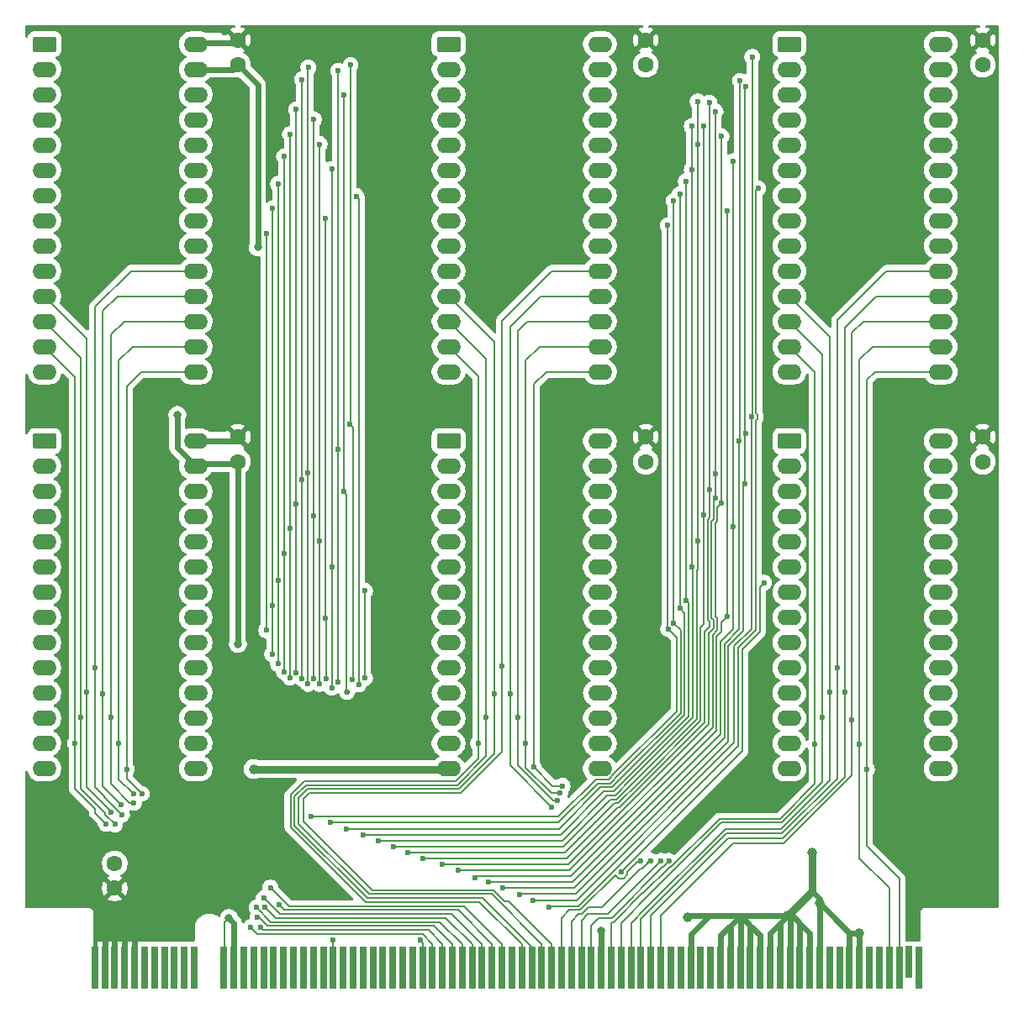
<source format=gbr>
%TF.GenerationSoftware,KiCad,Pcbnew,9.0.5*%
%TF.CreationDate,2025-11-19T18:14:37+02:00*%
%TF.ProjectId,core_3,636f7265-5f33-42e6-9b69-6361645f7063,rev?*%
%TF.SameCoordinates,Original*%
%TF.FileFunction,Copper,L1,Top*%
%TF.FilePolarity,Positive*%
%FSLAX46Y46*%
G04 Gerber Fmt 4.6, Leading zero omitted, Abs format (unit mm)*
G04 Created by KiCad (PCBNEW 9.0.5) date 2025-11-19 18:14:37*
%MOMM*%
%LPD*%
G01*
G04 APERTURE LIST*
G04 Aperture macros list*
%AMRoundRect*
0 Rectangle with rounded corners*
0 $1 Rounding radius*
0 $2 $3 $4 $5 $6 $7 $8 $9 X,Y pos of 4 corners*
0 Add a 4 corners polygon primitive as box body*
4,1,4,$2,$3,$4,$5,$6,$7,$8,$9,$2,$3,0*
0 Add four circle primitives for the rounded corners*
1,1,$1+$1,$2,$3*
1,1,$1+$1,$4,$5*
1,1,$1+$1,$6,$7*
1,1,$1+$1,$8,$9*
0 Add four rect primitives between the rounded corners*
20,1,$1+$1,$2,$3,$4,$5,0*
20,1,$1+$1,$4,$5,$6,$7,0*
20,1,$1+$1,$6,$7,$8,$9,0*
20,1,$1+$1,$8,$9,$2,$3,0*%
G04 Aperture macros list end*
%TA.AperFunction,ComponentPad*%
%ADD10RoundRect,0.250000X-0.950000X-0.550000X0.950000X-0.550000X0.950000X0.550000X-0.950000X0.550000X0*%
%TD*%
%TA.AperFunction,ComponentPad*%
%ADD11O,2.400000X1.600000*%
%TD*%
%TA.AperFunction,ComponentPad*%
%ADD12C,1.600000*%
%TD*%
%TA.AperFunction,ConnectorPad*%
%ADD13R,0.700000X4.300000*%
%TD*%
%TA.AperFunction,ConnectorPad*%
%ADD14R,0.700000X3.200000*%
%TD*%
%TA.AperFunction,ViaPad*%
%ADD15C,0.600000*%
%TD*%
%TA.AperFunction,ViaPad*%
%ADD16C,0.800000*%
%TD*%
%TA.AperFunction,ViaPad*%
%ADD17C,1.000000*%
%TD*%
%TA.AperFunction,Conductor*%
%ADD18C,0.200000*%
%TD*%
%TA.AperFunction,Conductor*%
%ADD19C,0.600000*%
%TD*%
%TA.AperFunction,Conductor*%
%ADD20C,0.800000*%
%TD*%
%TA.AperFunction,Conductor*%
%ADD21C,0.300000*%
%TD*%
G04 APERTURE END LIST*
D10*
%TO.P,TABLE4,1,A14*%
%TO.N,/STATE14*%
X96620000Y-95920000D03*
D11*
%TO.P,TABLE4,2,A12*%
%TO.N,/STATE12*%
X96620000Y-98460000D03*
%TO.P,TABLE4,3,A7*%
%TO.N,/STATE7*%
X96620000Y-101000000D03*
%TO.P,TABLE4,4,A6*%
%TO.N,/STATE6*%
X96620000Y-103540000D03*
%TO.P,TABLE4,5,A5*%
%TO.N,/STATE5*%
X96620000Y-106080000D03*
%TO.P,TABLE4,6,A4*%
%TO.N,/STATE4*%
X96620000Y-108620000D03*
%TO.P,TABLE4,7,A3*%
%TO.N,/STATE3*%
X96620000Y-111160000D03*
%TO.P,TABLE4,8,A2*%
%TO.N,/STATE2*%
X96620000Y-113700000D03*
%TO.P,TABLE4,9,A1*%
%TO.N,/STATE1*%
X96620000Y-116240000D03*
%TO.P,TABLE4,10,A0*%
%TO.N,/STATE0*%
X96620000Y-118780000D03*
%TO.P,TABLE4,11,D0*%
%TO.N,/R3*%
X96620000Y-121320000D03*
%TO.P,TABLE4,12,D1*%
%TO.N,/R2*%
X96620000Y-123860000D03*
%TO.P,TABLE4,13,D2*%
%TO.N,/R1*%
X96620000Y-126400000D03*
%TO.P,TABLE4,14,GND*%
%TO.N,GND*%
X96620000Y-128940000D03*
%TO.P,TABLE4,15,D3*%
%TO.N,/ALUS1*%
X111860000Y-128940000D03*
%TO.P,TABLE4,16,D4*%
%TO.N,/ALUS0*%
X111860000Y-126400000D03*
%TO.P,TABLE4,17,D5*%
%TO.N,/PCIncrement*%
X111860000Y-123860000D03*
%TO.P,TABLE4,18,D6*%
%TO.N,/~{Halt}*%
X111860000Y-121320000D03*
%TO.P,TABLE4,19,D7*%
%TO.N,/~{SCClear}*%
X111860000Y-118780000D03*
%TO.P,TABLE4,20,~{CS}*%
%TO.N,GND*%
X111860000Y-116240000D03*
%TO.P,TABLE4,21,A10*%
%TO.N,/STATE10*%
X111860000Y-113700000D03*
%TO.P,TABLE4,22,~{OE}*%
%TO.N,/STATE16*%
X111860000Y-111160000D03*
%TO.P,TABLE4,23,A11*%
%TO.N,/STATE11*%
X111860000Y-108620000D03*
%TO.P,TABLE4,24,A9*%
%TO.N,/STATE9*%
X111860000Y-106080000D03*
%TO.P,TABLE4,25,A8*%
%TO.N,/STATE8*%
X111860000Y-103540000D03*
%TO.P,TABLE4,26,A13*%
%TO.N,/STATE13*%
X111860000Y-101000000D03*
%TO.P,TABLE4,27,~{WE}*%
%TO.N,GND*%
X111860000Y-98460000D03*
%TO.P,TABLE4,28,VCC*%
%TO.N,VCC*%
X111860000Y-95920000D03*
%TD*%
D10*
%TO.P,TABLE5,1,A14*%
%TO.N,/STATE14*%
X130932207Y-55920000D03*
D11*
%TO.P,TABLE5,2,A12*%
%TO.N,/STATE12*%
X130932207Y-58460000D03*
%TO.P,TABLE5,3,A7*%
%TO.N,/STATE7*%
X130932207Y-61000000D03*
%TO.P,TABLE5,4,A6*%
%TO.N,/STATE6*%
X130932207Y-63540000D03*
%TO.P,TABLE5,5,A5*%
%TO.N,/STATE5*%
X130932207Y-66080000D03*
%TO.P,TABLE5,6,A4*%
%TO.N,/STATE4*%
X130932207Y-68620000D03*
%TO.P,TABLE5,7,A3*%
%TO.N,/STATE3*%
X130932207Y-71160000D03*
%TO.P,TABLE5,8,A2*%
%TO.N,/STATE2*%
X130932207Y-73700000D03*
%TO.P,TABLE5,9,A1*%
%TO.N,/STATE1*%
X130932207Y-76240000D03*
%TO.P,TABLE5,10,A0*%
%TO.N,/STATE0*%
X130932207Y-78780000D03*
%TO.P,TABLE5,11,D0*%
%TO.N,/SPDecrement*%
X130932207Y-81320000D03*
%TO.P,TABLE5,12,D1*%
%TO.N,/ALUS3*%
X130932207Y-83860000D03*
%TO.P,TABLE5,13,D2*%
%TO.N,/ALUS2*%
X130932207Y-86400000D03*
%TO.P,TABLE5,14,GND*%
%TO.N,GND*%
X130932207Y-88940000D03*
%TO.P,TABLE5,15,D3*%
%TO.N,/R4*%
X146172207Y-88940000D03*
%TO.P,TABLE5,16,D4*%
%TO.N,/L4*%
X146172207Y-86400000D03*
%TO.P,TABLE5,17,D5*%
%TO.N,/AccumShiftRight*%
X146172207Y-83860000D03*
%TO.P,TABLE5,18,D6*%
%TO.N,/AccumShiftLeft*%
X146172207Y-81320000D03*
%TO.P,TABLE5,19,D7*%
%TO.N,/SPIncrement*%
X146172207Y-78780000D03*
%TO.P,TABLE5,20,~{CS}*%
%TO.N,GND*%
X146172207Y-76240000D03*
%TO.P,TABLE5,21,A10*%
%TO.N,/STATE10*%
X146172207Y-73700000D03*
%TO.P,TABLE5,22,~{OE}*%
%TO.N,/STATE15*%
X146172207Y-71160000D03*
%TO.P,TABLE5,23,A11*%
%TO.N,/STATE11*%
X146172207Y-68620000D03*
%TO.P,TABLE5,24,A9*%
%TO.N,/STATE9*%
X146172207Y-66080000D03*
%TO.P,TABLE5,25,A8*%
%TO.N,/STATE8*%
X146172207Y-63540000D03*
%TO.P,TABLE5,26,A13*%
%TO.N,/STATE13*%
X146172207Y-61000000D03*
%TO.P,TABLE5,27,~{WE}*%
%TO.N,GND*%
X146172207Y-58460000D03*
%TO.P,TABLE5,28,VCC*%
%TO.N,VCC*%
X146172207Y-55920000D03*
%TD*%
D12*
%TO.P,C4,1*%
%TO.N,VCC*%
X116480000Y-95500000D03*
%TO.P,C4,2*%
%TO.N,GND*%
X116480000Y-98000000D03*
%TD*%
D10*
%TO.P,TABLE6,1,A14*%
%TO.N,/STATE14*%
X130932207Y-95920000D03*
D11*
%TO.P,TABLE6,2,A12*%
%TO.N,/STATE12*%
X130932207Y-98460000D03*
%TO.P,TABLE6,3,A7*%
%TO.N,/STATE7*%
X130932207Y-101000000D03*
%TO.P,TABLE6,4,A6*%
%TO.N,/STATE6*%
X130932207Y-103540000D03*
%TO.P,TABLE6,5,A5*%
%TO.N,/STATE5*%
X130932207Y-106080000D03*
%TO.P,TABLE6,6,A4*%
%TO.N,/STATE4*%
X130932207Y-108620000D03*
%TO.P,TABLE6,7,A3*%
%TO.N,/STATE3*%
X130932207Y-111160000D03*
%TO.P,TABLE6,8,A2*%
%TO.N,/STATE2*%
X130932207Y-113700000D03*
%TO.P,TABLE6,9,A1*%
%TO.N,/STATE1*%
X130932207Y-116240000D03*
%TO.P,TABLE6,10,A0*%
%TO.N,/STATE0*%
X130932207Y-118780000D03*
%TO.P,TABLE6,11,D0*%
%TO.N,/SPDecrement*%
X130932207Y-121320000D03*
%TO.P,TABLE6,12,D1*%
%TO.N,/ALUS3*%
X130932207Y-123860000D03*
%TO.P,TABLE6,13,D2*%
%TO.N,/ALUS2*%
X130932207Y-126400000D03*
%TO.P,TABLE6,14,GND*%
%TO.N,GND*%
X130932207Y-128940000D03*
%TO.P,TABLE6,15,D3*%
%TO.N,/R4*%
X146172207Y-128940000D03*
%TO.P,TABLE6,16,D4*%
%TO.N,/L4*%
X146172207Y-126400000D03*
%TO.P,TABLE6,17,D5*%
%TO.N,/AccumShiftRight*%
X146172207Y-123860000D03*
%TO.P,TABLE6,18,D6*%
%TO.N,/AccumShiftLeft*%
X146172207Y-121320000D03*
%TO.P,TABLE6,19,D7*%
%TO.N,/SPIncrement*%
X146172207Y-118780000D03*
%TO.P,TABLE6,20,~{CS}*%
%TO.N,GND*%
X146172207Y-116240000D03*
%TO.P,TABLE6,21,A10*%
%TO.N,/STATE10*%
X146172207Y-113700000D03*
%TO.P,TABLE6,22,~{OE}*%
%TO.N,/STATE16*%
X146172207Y-111160000D03*
%TO.P,TABLE6,23,A11*%
%TO.N,/STATE11*%
X146172207Y-108620000D03*
%TO.P,TABLE6,24,A9*%
%TO.N,/STATE9*%
X146172207Y-106080000D03*
%TO.P,TABLE6,25,A8*%
%TO.N,/STATE8*%
X146172207Y-103540000D03*
%TO.P,TABLE6,26,A13*%
%TO.N,/STATE13*%
X146172207Y-101000000D03*
%TO.P,TABLE6,27,~{WE}*%
%TO.N,GND*%
X146172207Y-98460000D03*
%TO.P,TABLE6,28,VCC*%
%TO.N,VCC*%
X146172207Y-95920000D03*
%TD*%
D12*
%TO.P,C5,1*%
%TO.N,VCC*%
X150412207Y-55500000D03*
%TO.P,C5,2*%
%TO.N,GND*%
X150412207Y-58000000D03*
%TD*%
D10*
%TO.P,TABLE1,1,A14*%
%TO.N,/STATE14*%
X55913487Y-55920000D03*
D11*
%TO.P,TABLE1,2,A12*%
%TO.N,/STATE12*%
X55913487Y-58460000D03*
%TO.P,TABLE1,3,A7*%
%TO.N,/STATE7*%
X55913487Y-61000000D03*
%TO.P,TABLE1,4,A6*%
%TO.N,/STATE6*%
X55913487Y-63540000D03*
%TO.P,TABLE1,5,A5*%
%TO.N,/STATE5*%
X55913487Y-66080000D03*
%TO.P,TABLE1,6,A4*%
%TO.N,/STATE4*%
X55913487Y-68620000D03*
%TO.P,TABLE1,7,A3*%
%TO.N,/STATE3*%
X55913487Y-71160000D03*
%TO.P,TABLE1,8,A2*%
%TO.N,/STATE2*%
X55913487Y-73700000D03*
%TO.P,TABLE1,9,A1*%
%TO.N,/STATE1*%
X55913487Y-76240000D03*
%TO.P,TABLE1,10,A0*%
%TO.N,/STATE0*%
X55913487Y-78780000D03*
%TO.P,TABLE1,11,D0*%
%TO.N,/L2*%
X55913487Y-81320000D03*
%TO.P,TABLE1,12,D1*%
%TO.N,/L1*%
X55913487Y-83860000D03*
%TO.P,TABLE1,13,D2*%
%TO.N,/L0*%
X55913487Y-86400000D03*
%TO.P,TABLE1,14,GND*%
%TO.N,GND*%
X55913487Y-88940000D03*
%TO.P,TABLE1,15,D3*%
%TO.N,/R0*%
X71153487Y-88940000D03*
%TO.P,TABLE1,16,D4*%
%TO.N,/~{FlagsUpdate}*%
X71153487Y-86400000D03*
%TO.P,TABLE1,17,D5*%
%TO.N,/~{ALUCarryIn}*%
X71153487Y-83860000D03*
%TO.P,TABLE1,18,D6*%
%TO.N,/ALUM*%
X71153487Y-81320000D03*
%TO.P,TABLE1,19,D7*%
%TO.N,/L3*%
X71153487Y-78780000D03*
%TO.P,TABLE1,20,~{CS}*%
%TO.N,GND*%
X71153487Y-76240000D03*
%TO.P,TABLE1,21,A10*%
%TO.N,/STATE10*%
X71153487Y-73700000D03*
%TO.P,TABLE1,22,~{OE}*%
%TO.N,/STATE15*%
X71153487Y-71160000D03*
%TO.P,TABLE1,23,A11*%
%TO.N,/STATE11*%
X71153487Y-68620000D03*
%TO.P,TABLE1,24,A9*%
%TO.N,/STATE9*%
X71153487Y-66080000D03*
%TO.P,TABLE1,25,A8*%
%TO.N,/STATE8*%
X71153487Y-63540000D03*
%TO.P,TABLE1,26,A13*%
%TO.N,/STATE13*%
X71153487Y-61000000D03*
%TO.P,TABLE1,27,~{WE}*%
%TO.N,GND*%
X71153487Y-58460000D03*
%TO.P,TABLE1,28,VCC*%
%TO.N,VCC*%
X71153487Y-55920000D03*
%TD*%
D10*
%TO.P,TABLE3,1,A14*%
%TO.N,/STATE14*%
X96620000Y-55920000D03*
D11*
%TO.P,TABLE3,2,A12*%
%TO.N,/STATE12*%
X96620000Y-58460000D03*
%TO.P,TABLE3,3,A7*%
%TO.N,/STATE7*%
X96620000Y-61000000D03*
%TO.P,TABLE3,4,A6*%
%TO.N,/STATE6*%
X96620000Y-63540000D03*
%TO.P,TABLE3,5,A5*%
%TO.N,/STATE5*%
X96620000Y-66080000D03*
%TO.P,TABLE3,6,A4*%
%TO.N,/STATE4*%
X96620000Y-68620000D03*
%TO.P,TABLE3,7,A3*%
%TO.N,/STATE3*%
X96620000Y-71160000D03*
%TO.P,TABLE3,8,A2*%
%TO.N,/STATE2*%
X96620000Y-73700000D03*
%TO.P,TABLE3,9,A1*%
%TO.N,/STATE1*%
X96620000Y-76240000D03*
%TO.P,TABLE3,10,A0*%
%TO.N,/STATE0*%
X96620000Y-78780000D03*
%TO.P,TABLE3,11,D0*%
%TO.N,/R3*%
X96620000Y-81320000D03*
%TO.P,TABLE3,12,D1*%
%TO.N,/R2*%
X96620000Y-83860000D03*
%TO.P,TABLE3,13,D2*%
%TO.N,/R1*%
X96620000Y-86400000D03*
%TO.P,TABLE3,14,GND*%
%TO.N,GND*%
X96620000Y-88940000D03*
%TO.P,TABLE3,15,D3*%
%TO.N,/ALUS1*%
X111860000Y-88940000D03*
%TO.P,TABLE3,16,D4*%
%TO.N,/ALUS0*%
X111860000Y-86400000D03*
%TO.P,TABLE3,17,D5*%
%TO.N,/PCIncrement*%
X111860000Y-83860000D03*
%TO.P,TABLE3,18,D6*%
%TO.N,/~{Halt}*%
X111860000Y-81320000D03*
%TO.P,TABLE3,19,D7*%
%TO.N,/~{SCClear}*%
X111860000Y-78780000D03*
%TO.P,TABLE3,20,~{CS}*%
%TO.N,GND*%
X111860000Y-76240000D03*
%TO.P,TABLE3,21,A10*%
%TO.N,/STATE10*%
X111860000Y-73700000D03*
%TO.P,TABLE3,22,~{OE}*%
%TO.N,/STATE15*%
X111860000Y-71160000D03*
%TO.P,TABLE3,23,A11*%
%TO.N,/STATE11*%
X111860000Y-68620000D03*
%TO.P,TABLE3,24,A9*%
%TO.N,/STATE9*%
X111860000Y-66080000D03*
%TO.P,TABLE3,25,A8*%
%TO.N,/STATE8*%
X111860000Y-63540000D03*
%TO.P,TABLE3,26,A13*%
%TO.N,/STATE13*%
X111860000Y-61000000D03*
%TO.P,TABLE3,27,~{WE}*%
%TO.N,GND*%
X111860000Y-58460000D03*
%TO.P,TABLE3,28,VCC*%
%TO.N,VCC*%
X111860000Y-55920000D03*
%TD*%
D12*
%TO.P,C6,1*%
%TO.N,VCC*%
X150412207Y-95500000D03*
%TO.P,C6,2*%
%TO.N,GND*%
X150412207Y-98000000D03*
%TD*%
%TO.P,C7,1*%
%TO.N,VCC*%
X63000000Y-141000000D03*
%TO.P,C7,2*%
%TO.N,GND*%
X63000000Y-138500000D03*
%TD*%
D10*
%TO.P,TABLE2,1,A14*%
%TO.N,/STATE14*%
X55913487Y-95920000D03*
D11*
%TO.P,TABLE2,2,A12*%
%TO.N,/STATE12*%
X55913487Y-98460000D03*
%TO.P,TABLE2,3,A7*%
%TO.N,/STATE7*%
X55913487Y-101000000D03*
%TO.P,TABLE2,4,A6*%
%TO.N,/STATE6*%
X55913487Y-103540000D03*
%TO.P,TABLE2,5,A5*%
%TO.N,/STATE5*%
X55913487Y-106080000D03*
%TO.P,TABLE2,6,A4*%
%TO.N,/STATE4*%
X55913487Y-108620000D03*
%TO.P,TABLE2,7,A3*%
%TO.N,/STATE3*%
X55913487Y-111160000D03*
%TO.P,TABLE2,8,A2*%
%TO.N,/STATE2*%
X55913487Y-113700000D03*
%TO.P,TABLE2,9,A1*%
%TO.N,/STATE1*%
X55913487Y-116240000D03*
%TO.P,TABLE2,10,A0*%
%TO.N,/STATE0*%
X55913487Y-118780000D03*
%TO.P,TABLE2,11,D0*%
%TO.N,/L2*%
X55913487Y-121320000D03*
%TO.P,TABLE2,12,D1*%
%TO.N,/L1*%
X55913487Y-123860000D03*
%TO.P,TABLE2,13,D2*%
%TO.N,/L0*%
X55913487Y-126400000D03*
%TO.P,TABLE2,14,GND*%
%TO.N,GND*%
X55913487Y-128940000D03*
%TO.P,TABLE2,15,D3*%
%TO.N,/R0*%
X71153487Y-128940000D03*
%TO.P,TABLE2,16,D4*%
%TO.N,/~{FlagsUpdate}*%
X71153487Y-126400000D03*
%TO.P,TABLE2,17,D5*%
%TO.N,/~{ALUCarryIn}*%
X71153487Y-123860000D03*
%TO.P,TABLE2,18,D6*%
%TO.N,/ALUM*%
X71153487Y-121320000D03*
%TO.P,TABLE2,19,D7*%
%TO.N,/L3*%
X71153487Y-118780000D03*
%TO.P,TABLE2,20,~{CS}*%
%TO.N,GND*%
X71153487Y-116240000D03*
%TO.P,TABLE2,21,A10*%
%TO.N,/STATE10*%
X71153487Y-113700000D03*
%TO.P,TABLE2,22,~{OE}*%
%TO.N,/STATE16*%
X71153487Y-111160000D03*
%TO.P,TABLE2,23,A11*%
%TO.N,/STATE11*%
X71153487Y-108620000D03*
%TO.P,TABLE2,24,A9*%
%TO.N,/STATE9*%
X71153487Y-106080000D03*
%TO.P,TABLE2,25,A8*%
%TO.N,/STATE8*%
X71153487Y-103540000D03*
%TO.P,TABLE2,26,A13*%
%TO.N,/STATE13*%
X71153487Y-101000000D03*
%TO.P,TABLE2,27,~{WE}*%
%TO.N,GND*%
X71153487Y-98460000D03*
%TO.P,TABLE2,28,VCC*%
%TO.N,VCC*%
X71153487Y-95920000D03*
%TD*%
D12*
%TO.P,C1,1*%
%TO.N,VCC*%
X75393487Y-55500000D03*
%TO.P,C1,2*%
%TO.N,GND*%
X75393487Y-58000000D03*
%TD*%
D13*
%TO.P,BC2,B1,VCC*%
%TO.N,VCC*%
X61000000Y-149000000D03*
%TO.P,BC2,B2,VCC*%
X62000000Y-149000000D03*
%TO.P,BC2,B3,VCC*%
X63000000Y-149000000D03*
%TO.P,BC2,B4,VCC*%
X64000000Y-149000000D03*
%TO.P,BC2,B5,VCC*%
X65000000Y-149000000D03*
%TO.P,BC2,B6*%
%TO.N,N/C*%
X66000000Y-149000000D03*
%TO.P,BC2,B7*%
X67000000Y-149000000D03*
%TO.P,BC2,B8*%
X68000000Y-149000000D03*
%TO.P,BC2,B9*%
X69000000Y-149000000D03*
%TO.P,BC2,B10*%
X70000000Y-149000000D03*
%TO.P,BC2,B11*%
X71000000Y-149000000D03*
%TO.P,BC2,B12,GND*%
%TO.N,GND*%
X74000000Y-149000000D03*
%TO.P,BC2,B13,GND*%
X75000000Y-149000000D03*
%TO.P,BC2,B14,~{RMEM}*%
%TO.N,unconnected-(BC2-~{RMEM}-PadB14)*%
X76000000Y-149000000D03*
%TO.P,BC2,B15,~{RSPH}*%
%TO.N,unconnected-(BC2-~{RSPH}-PadB15)*%
X77000000Y-149000000D03*
%TO.P,BC2,B16,~{RSPL}*%
%TO.N,unconnected-(BC2-~{RSPL}-PadB16)*%
X78000000Y-149000000D03*
%TO.P,BC2,B17,~{RPCH}*%
%TO.N,unconnected-(BC2-~{RPCH}-PadB17)*%
X79000000Y-149000000D03*
%TO.P,BC2,B18,~{RPCL}*%
%TO.N,unconnected-(BC2-~{RPCL}-PadB18)*%
X80000000Y-149000000D03*
%TO.P,BC2,B19,~{RARGH}*%
%TO.N,unconnected-(BC2-~{RARGH}-PadB19)*%
X81000000Y-149000000D03*
%TO.P,BC2,B20,~{RARGL}*%
%TO.N,unconnected-(BC2-~{RARGL}-PadB20)*%
X82000000Y-149000000D03*
%TO.P,BC2,B21,~{RAC}*%
%TO.N,unconnected-(BC2-~{RAC}-PadB21)*%
X83000000Y-149000000D03*
%TO.P,BC2,B22,~{RXH}*%
%TO.N,unconnected-(BC2-~{RXH}-PadB22)*%
X84000000Y-149000000D03*
%TO.P,BC2,B23,GND*%
%TO.N,GND*%
X85000000Y-149000000D03*
%TO.P,BC2,B24,~{RYL}*%
%TO.N,unconnected-(BC2-~{RYL}-PadB24)*%
X86000000Y-149000000D03*
%TO.P,BC2,B25,~{RYH}*%
%TO.N,unconnected-(BC2-~{RYH}-PadB25)*%
X87000000Y-149000000D03*
%TO.P,BC2,B26,~{RZL}*%
%TO.N,unconnected-(BC2-~{RZL}-PadB26)*%
X88000000Y-149000000D03*
%TO.P,BC2,B27,~{RZH}*%
%TO.N,unconnected-(BC2-~{RZH}-PadB27)*%
X89000000Y-149000000D03*
%TO.P,BC2,B28,~{RFR}*%
%TO.N,unconnected-(BC2-~{RFR}-PadB28)*%
X90000000Y-149000000D03*
%TO.P,BC2,B29,~{RCONST}*%
%TO.N,unconnected-(BC2-~{RCONST}-PadB29)*%
X91000000Y-149000000D03*
%TO.P,BC2,B30,~{RALU}*%
%TO.N,unconnected-(BC2-~{RALU}-PadB30)*%
X92000000Y-149000000D03*
%TO.P,BC2,B31,~{RINTC}*%
%TO.N,unconnected-(BC2-~{RINTC}-PadB31)*%
X93000000Y-149000000D03*
%TO.P,BC2,B32,GND*%
%TO.N,GND*%
X94000000Y-149000000D03*
%TO.P,BC2,B33,L0*%
%TO.N,/L0*%
X95000000Y-149000000D03*
%TO.P,BC2,B34,L1*%
%TO.N,/L1*%
X96000000Y-149000000D03*
%TO.P,BC2,B35,L2*%
%TO.N,/L2*%
X97000000Y-149000000D03*
%TO.P,BC2,B36,L3*%
%TO.N,/L3*%
X98000000Y-149000000D03*
%TO.P,BC2,B37,ALUM*%
%TO.N,/ALUM*%
X99000000Y-149000000D03*
%TO.P,BC2,B38,~{ALUCI}*%
%TO.N,/~{ALUCarryIn}*%
X100000000Y-149000000D03*
%TO.P,BC2,B39,FRUpd*%
%TO.N,/~{FlagsUpdate}*%
X101000000Y-149000000D03*
%TO.P,BC2,B40,R0*%
%TO.N,/R0*%
X102000000Y-149000000D03*
%TO.P,BC2,B41*%
%TO.N,N/C*%
X103000000Y-149000000D03*
%TO.P,BC2,B42,R1*%
%TO.N,/R1*%
X104000000Y-149000000D03*
%TO.P,BC2,B43,R2*%
%TO.N,/R2*%
X105000000Y-149000000D03*
%TO.P,BC2,B44,R3*%
%TO.N,/R3*%
X106000000Y-149000000D03*
%TO.P,BC2,B45,~{SCCLR}*%
%TO.N,/~{SCClear}*%
X107000000Y-149000000D03*
%TO.P,BC2,B46,~{HALT}*%
%TO.N,/~{Halt}*%
X108000000Y-149000000D03*
%TO.P,BC2,B47,PCINC*%
%TO.N,/PCIncrement*%
X109000000Y-149000000D03*
%TO.P,BC2,B48,ALUS0*%
%TO.N,/ALUS0*%
X110000000Y-149000000D03*
%TO.P,BC2,B49,ALUS1*%
%TO.N,/ALUS1*%
X111000000Y-149000000D03*
%TO.P,BC2,B50,GND*%
%TO.N,GND*%
X112000000Y-149000000D03*
%TO.P,BC2,B51,ALUS2*%
%TO.N,/ALUS2*%
X113000000Y-149000000D03*
%TO.P,BC2,B52,ALUS3*%
%TO.N,/ALUS3*%
X114000000Y-149000000D03*
%TO.P,BC2,B53,SPDEC*%
%TO.N,/SPDecrement*%
X115000000Y-149000000D03*
%TO.P,BC2,B54,SPINC*%
%TO.N,/SPIncrement*%
X116000000Y-149000000D03*
%TO.P,BC2,B55,ACSHLEFT*%
%TO.N,/AccumShiftLeft*%
X117000000Y-149000000D03*
%TO.P,BC2,B56,ACSHRIGHT*%
%TO.N,/AccumShiftRight*%
X118000000Y-149000000D03*
%TO.P,BC2,B57,INTE*%
%TO.N,unconnected-(BC2-INTE-PadB57)*%
X119000000Y-149000000D03*
%TO.P,BC2,B58,~{INTD}*%
%TO.N,unconnected-(BC2-~{INTD}-PadB58)*%
X120000000Y-149000000D03*
%TO.P,BC2,B59,GND*%
%TO.N,GND*%
X121000000Y-149000000D03*
%TO.P,BC2,B60,ADRDEC*%
%TO.N,unconnected-(BC2-ADRDEC-PadB60)*%
X122000000Y-149000000D03*
%TO.P,BC2,B61,ADDRINC*%
%TO.N,unconnected-(BC2-ADDRINC-PadB61)*%
X123000000Y-149000000D03*
%TO.P,BC2,B62,GND*%
%TO.N,GND*%
X124000000Y-149000000D03*
%TO.P,BC2,B63,GND*%
X125000000Y-149000000D03*
%TO.P,BC2,B64,GND*%
X126000000Y-149000000D03*
%TO.P,BC2,B65,GND*%
X127000000Y-149000000D03*
%TO.P,BC2,B66,GND*%
X128000000Y-149000000D03*
%TO.P,BC2,B67,GND*%
X129000000Y-149000000D03*
%TO.P,BC2,B68,GND*%
X130000000Y-149000000D03*
%TO.P,BC2,B69,GND*%
X131000000Y-149000000D03*
%TO.P,BC2,B70,GND*%
X132000000Y-149000000D03*
%TO.P,BC2,B71,GND*%
X133000000Y-149000000D03*
%TO.P,BC2,B72,GND*%
X134000000Y-149000000D03*
%TO.P,BC2,B73,~{CLK}*%
%TO.N,unconnected-(BC2-~{CLK}-PadB73)*%
X135000000Y-149000000D03*
%TO.P,BC2,B74,PULSE*%
%TO.N,unconnected-(BC2-PULSE-PadB74)*%
X136000000Y-149000000D03*
%TO.P,BC2,B75,GND*%
%TO.N,GND*%
X137000000Y-149000000D03*
%TO.P,BC2,B76,GND*%
X138000000Y-149000000D03*
%TO.P,BC2,B77*%
%TO.N,N/C*%
X139000000Y-149000000D03*
%TO.P,BC2,B78*%
X140000000Y-149000000D03*
%TO.P,BC2,B79,L4*%
%TO.N,/L4*%
X141000000Y-149000000D03*
%TO.P,BC2,B80,R4*%
%TO.N,/R4*%
X142000000Y-149000000D03*
D14*
%TO.P,BC2,B81*%
%TO.N,N/C*%
X143000000Y-148450000D03*
D13*
%TO.P,BC2,B82*%
X144000000Y-149000000D03*
%TD*%
D12*
%TO.P,C2,1*%
%TO.N,VCC*%
X75393487Y-95500000D03*
%TO.P,C2,2*%
%TO.N,GND*%
X75393487Y-98000000D03*
%TD*%
%TO.P,C3,1*%
%TO.N,VCC*%
X116480000Y-55500000D03*
%TO.P,C3,2*%
%TO.N,GND*%
X116480000Y-58000000D03*
%TD*%
D15*
%TO.N,/AccumShiftLeft*%
X136500000Y-121250000D03*
%TO.N,/ALUS3*%
X134250000Y-123750000D03*
D16*
%TO.N,GND*%
X77400000Y-76400000D03*
X75400000Y-116400000D03*
D17*
X138000000Y-145500000D03*
D16*
X69300000Y-93300000D03*
D15*
X85000000Y-146200000D03*
D17*
X134000000Y-142500000D03*
X133200000Y-137400000D03*
D15*
X93750000Y-146200000D03*
D17*
X77000000Y-129000000D03*
D16*
X112000000Y-145250000D03*
X74500000Y-144000000D03*
D17*
X120700000Y-143900000D03*
X130750000Y-143750000D03*
D15*
%TO.N,/L4*%
X138000000Y-126500000D03*
D16*
%TO.N,VCC*%
X63000000Y-143750000D03*
D15*
%TO.N,/STATE2*%
X79450000Y-110000000D03*
X86300000Y-135000000D03*
X119900000Y-71050000D03*
X119901000Y-112800000D03*
X79450000Y-118400000D03*
X79450000Y-70000000D03*
%TO.N,/STATE16*%
X114000000Y-139400000D03*
X128400000Y-110200000D03*
X88200000Y-119800000D03*
X88200000Y-111000000D03*
%TO.N,/AccumShiftRight*%
X137250000Y-124000000D03*
%TO.N,/R0*%
X78666365Y-140933635D03*
X65716365Y-131483635D03*
X64200000Y-129000000D03*
%TO.N,/STATE5*%
X91048528Y-136800000D03*
X81250000Y-102250000D03*
X121700000Y-106000000D03*
X121700000Y-66000000D03*
X81251000Y-119271987D03*
X81250000Y-62500000D03*
X121700000Y-61700000D03*
%TO.N,/L1*%
X63026495Y-134573497D03*
X77675735Y-144924265D03*
X59600000Y-123800000D03*
%TO.N,/R1*%
X99600000Y-126400000D03*
%TO.N,/R4*%
X138750000Y-129000000D03*
%TO.N,/R2*%
X100400000Y-123800000D03*
%TO.N,/STATE8*%
X83050000Y-63500000D03*
X123500000Y-62700000D03*
X83057621Y-119879620D03*
X123500000Y-101670849D03*
X83050000Y-103500000D03*
X123500000Y-99200000D03*
X95975000Y-138625000D03*
%TO.N,/ALUS2*%
X133500000Y-126500000D03*
%TO.N,/STATE0*%
X78250000Y-75000000D03*
X118734748Y-114865122D03*
X78250000Y-115000000D03*
X82800000Y-133800000D03*
X118700000Y-74200000D03*
%TO.N,/ALUS0*%
X107852983Y-131441051D03*
X104400000Y-126400000D03*
X118000000Y-138250000D03*
%TO.N,/L2*%
X62650763Y-133349236D03*
X60200000Y-121200000D03*
X77380367Y-143891698D03*
%TO.N,/~{ALUCarryIn}*%
X62600000Y-123800000D03*
X78017128Y-141982872D03*
X64919280Y-132385022D03*
%TO.N,/~{SCClear}*%
X102000000Y-118600000D03*
%TO.N,/SPIncrement*%
X135750000Y-118750000D03*
%TO.N,/STATE1*%
X78850000Y-117400000D03*
X84700000Y-134400000D03*
X78850000Y-72500000D03*
X78850000Y-112500000D03*
X119300000Y-71700000D03*
X119301000Y-114300000D03*
%TO.N,/STATE7*%
X122900000Y-61800000D03*
X94048527Y-138000000D03*
X82450000Y-99114682D03*
X82500000Y-58250000D03*
X82450000Y-120400000D03*
X122900000Y-100800000D03*
%TO.N,/STATE9*%
X97550735Y-139200000D03*
X83650000Y-66000000D03*
X124100000Y-65200000D03*
X83658621Y-120407634D03*
X124100000Y-102200000D03*
X83650000Y-106000000D03*
%TO.N,/~{FlagsUpdate}*%
X79542100Y-142657900D03*
X63400000Y-126400000D03*
X64900735Y-131499265D03*
%TO.N,/L0*%
X59000000Y-126400000D03*
X62102234Y-134497766D03*
X76706990Y-144916794D03*
%TO.N,/ALUM*%
X78092864Y-142907136D03*
X61800000Y-121400000D03*
X63600000Y-132600000D03*
%TO.N,/STATE15*%
X87350000Y-71250000D03*
X106700000Y-142900000D03*
X127800000Y-70450000D03*
X87600000Y-120450000D03*
%TO.N,/SPDecrement*%
X135000000Y-121250000D03*
%TO.N,/~{Halt}*%
X107000000Y-132800000D03*
X102800000Y-121400000D03*
X116000000Y-138250000D03*
%TO.N,/STATE12*%
X125900000Y-95950000D03*
X102048527Y-141000000D03*
X85457621Y-120257621D03*
X85500000Y-58600000D03*
X125950000Y-59600000D03*
X85450000Y-96750000D03*
%TO.N,/STATE3*%
X80050000Y-67250000D03*
X88000000Y-135600000D03*
X120502000Y-112000000D03*
X80050000Y-107250000D03*
X120500000Y-69729151D03*
X80050000Y-119200000D03*
%TO.N,/R3*%
X101200000Y-121400000D03*
%TO.N,/L3*%
X61000000Y-118800000D03*
X63730436Y-133578965D03*
X77268599Y-142931401D03*
%TO.N,/STATE6*%
X81850000Y-119870849D03*
X81850000Y-99800000D03*
X81844459Y-59477196D03*
X122300000Y-103400000D03*
X92475735Y-137400000D03*
X122300000Y-64140000D03*
%TO.N,/STATE10*%
X84250000Y-113750000D03*
X84257621Y-119877351D03*
X99275735Y-139924265D03*
X84250000Y-73500000D03*
X124700000Y-72700000D03*
X124700000Y-113600000D03*
%TO.N,/PCIncrement*%
X117000000Y-138250000D03*
X107600000Y-132200000D03*
X103600000Y-123800000D03*
%TO.N,/STATE4*%
X80650000Y-65000000D03*
X89575735Y-136224265D03*
X80650000Y-119800000D03*
X121102000Y-108600000D03*
X121100000Y-64200000D03*
X80650000Y-104750000D03*
X121100000Y-68600000D03*
%TO.N,/STATE11*%
X84850000Y-68500000D03*
X125300000Y-104600000D03*
X125300000Y-67700000D03*
X100599997Y-140400000D03*
X84850000Y-108620000D03*
X84857621Y-120800000D03*
%TO.N,/STATE14*%
X127100000Y-93450000D03*
X105150527Y-142200000D03*
X127200000Y-57200000D03*
X86750000Y-58000000D03*
X86959998Y-119969998D03*
X86650000Y-94250000D03*
%TO.N,/STATE13*%
X86400000Y-121200000D03*
X126550000Y-60200000D03*
X103751000Y-141649000D03*
X86050000Y-101000000D03*
X126500000Y-100200000D03*
X86100000Y-61000000D03*
X126550000Y-95200000D03*
%TO.N,/ALUS1*%
X108105966Y-130682102D03*
X105200000Y-128800000D03*
X118800003Y-138250000D03*
%TD*%
D18*
%TO.N,/AccumShiftLeft*%
X139680000Y-81320000D02*
X136500000Y-84500000D01*
X136500000Y-129768400D02*
X130268400Y-136000000D01*
X146172207Y-81320000D02*
X139680000Y-81320000D01*
X130268400Y-136000000D02*
X124750000Y-136000000D01*
X124750000Y-136000000D02*
X117000000Y-143750000D01*
X117000000Y-143750000D02*
X117000000Y-149000000D01*
X136500000Y-84500000D02*
X136500000Y-121250000D01*
X136500000Y-121250000D02*
X136500000Y-129768400D01*
%TO.N,/ALUS3*%
X134250000Y-123750000D02*
X134250000Y-130317100D01*
X134250000Y-130317100D02*
X130166100Y-134401000D01*
X114000000Y-144500000D02*
X114000000Y-149000000D01*
X117000000Y-141467046D02*
X117000000Y-141500000D01*
X130166100Y-134401000D02*
X124066046Y-134401000D01*
X134250000Y-123750000D02*
X134250000Y-87177793D01*
X134250000Y-87177793D02*
X130932207Y-83860000D01*
X124066046Y-134401000D02*
X117000000Y-141467046D01*
X117000000Y-141500000D02*
X114000000Y-144500000D01*
D19*
%TO.N,GND*%
X130750000Y-143750000D02*
X131000000Y-143500000D01*
X138000000Y-149000000D02*
X138000000Y-145900000D01*
D18*
X93750000Y-146299265D02*
X94000000Y-146549265D01*
D19*
X131000000Y-149000000D02*
X131000000Y-143500000D01*
X71153487Y-58460000D02*
X74933487Y-58460000D01*
D18*
X85000000Y-149000000D02*
X85000000Y-146200000D01*
D19*
X135450000Y-143950000D02*
X137000000Y-145500000D01*
X128000000Y-149000000D02*
X128000000Y-145750000D01*
X75393487Y-98000000D02*
X75393487Y-116393487D01*
X134000000Y-142100000D02*
X134000000Y-142500000D01*
D18*
X93750000Y-146200000D02*
X93750000Y-146299265D01*
D19*
X132000000Y-149000000D02*
X132000000Y-144500000D01*
D20*
X133200000Y-141300000D02*
X131000000Y-143500000D01*
D19*
X134250000Y-142750000D02*
X135450000Y-143950000D01*
X112000000Y-149000000D02*
X112000000Y-145250000D01*
X74933487Y-58460000D02*
X75393487Y-58000000D01*
D20*
X96620000Y-128940000D02*
X96560000Y-129000000D01*
D19*
X134000000Y-145500000D02*
X134000000Y-142100000D01*
X126000000Y-143750000D02*
X130750000Y-143750000D01*
X75393487Y-116393487D02*
X75400000Y-116400000D01*
D20*
X96560000Y-129000000D02*
X77000000Y-129000000D01*
D19*
X127000000Y-149000000D02*
X127000000Y-144750000D01*
D18*
X94000000Y-146549265D02*
X94000000Y-149000000D01*
D20*
X133200000Y-137400000D02*
X133200000Y-141300000D01*
D19*
X124000000Y-149000000D02*
X124000000Y-145750000D01*
D18*
X74500000Y-144000000D02*
X74051000Y-144449000D01*
D19*
X133000000Y-149000000D02*
X133000000Y-145500000D01*
X71153487Y-98460000D02*
X71363487Y-98250000D01*
X134000000Y-142500000D02*
X134250000Y-142750000D01*
X122825000Y-143800000D02*
X122875000Y-143750000D01*
X129000000Y-149000000D02*
X129000000Y-145500000D01*
X132000000Y-144500000D02*
X131000000Y-143500000D01*
X77400000Y-60006513D02*
X75393487Y-58000000D01*
X127000000Y-144750000D02*
X126000000Y-143750000D01*
X75000000Y-144500000D02*
X74500000Y-144000000D01*
X130000000Y-149000000D02*
X130000000Y-144500000D01*
X137000000Y-149000000D02*
X137000000Y-145500000D01*
X128000000Y-145750000D02*
X127000000Y-144750000D01*
X138000000Y-145900000D02*
X138000000Y-145500000D01*
X126000000Y-143750000D02*
X122875000Y-143750000D01*
X134000000Y-142100000D02*
X133200000Y-141300000D01*
X129000000Y-145500000D02*
X130000000Y-144500000D01*
X77400000Y-76400000D02*
X77400000Y-60006513D01*
X124000000Y-145750000D02*
X125000000Y-144750000D01*
X125000000Y-144750000D02*
X125000000Y-149000000D01*
X137000000Y-145500000D02*
X138000000Y-145500000D01*
D18*
X74051000Y-144449000D02*
X74051000Y-149000000D01*
D19*
X69300000Y-93300000D02*
X69300000Y-96606513D01*
X126000000Y-143750000D02*
X126000000Y-149000000D01*
X134000000Y-149000000D02*
X134000000Y-145500000D01*
X75000000Y-149000000D02*
X75000000Y-144500000D01*
X121000000Y-145625000D02*
X121000000Y-149000000D01*
X120800000Y-143800000D02*
X122825000Y-143800000D01*
X75143487Y-98250000D02*
X75393487Y-98000000D01*
X133000000Y-145500000D02*
X132000000Y-144500000D01*
X130000000Y-144500000D02*
X131000000Y-143500000D01*
X69300000Y-96606513D02*
X71153487Y-98460000D01*
X125000000Y-144750000D02*
X126000000Y-143750000D01*
X71363487Y-98250000D02*
X75143487Y-98250000D01*
X120700000Y-143900000D02*
X120800000Y-143800000D01*
X122875000Y-143750000D02*
X121000000Y-145625000D01*
D18*
%TO.N,/L4*%
X141000000Y-141000000D02*
X141000000Y-149000000D01*
X138000000Y-87750000D02*
X138000000Y-126500000D01*
X138000000Y-126500000D02*
X138000000Y-138000000D01*
X139350000Y-86400000D02*
X138000000Y-87750000D01*
X138000000Y-138000000D02*
X141000000Y-141000000D01*
X146172207Y-86400000D02*
X139350000Y-86400000D01*
%TO.N,VCC*%
X61000000Y-145750000D02*
X63000000Y-143750000D01*
D19*
X64000000Y-144750000D02*
X63000000Y-143750000D01*
X62000000Y-149000000D02*
X62000000Y-144750000D01*
X116060000Y-55920000D02*
X116480000Y-55500000D01*
X65000000Y-149000000D02*
X65000000Y-145750000D01*
X64000000Y-149000000D02*
X64000000Y-144750000D01*
X75093487Y-55800000D02*
X75393487Y-55500000D01*
X71153487Y-55920000D02*
X71273487Y-55800000D01*
X65000000Y-145750000D02*
X63000000Y-143750000D01*
X62000000Y-144750000D02*
X63000000Y-143750000D01*
D18*
X61000000Y-149000000D02*
X61000000Y-145750000D01*
D19*
X74973487Y-95920000D02*
X75393487Y-95500000D01*
X71153487Y-95920000D02*
X74973487Y-95920000D01*
X71273487Y-55800000D02*
X75093487Y-55800000D01*
X63000000Y-149000000D02*
X63000000Y-143750000D01*
D18*
%TO.N,/STATE2*%
X120397000Y-123487200D02*
X120397000Y-113296000D01*
X107750000Y-135000000D02*
X111907000Y-130843000D01*
X120397000Y-113296000D02*
X119901000Y-112800000D01*
X119900000Y-71050000D02*
X119901000Y-71051000D01*
X86300000Y-135000000D02*
X107750000Y-135000000D01*
X119901000Y-71051000D02*
X119901000Y-109201000D01*
X114163000Y-129721200D02*
X120397000Y-123487200D01*
X113048249Y-130843000D02*
X114163000Y-129728249D01*
X119901000Y-109201000D02*
X119900000Y-109200000D01*
X79450000Y-110000000D02*
X79450000Y-70000000D01*
X119900000Y-112799000D02*
X119901000Y-112800000D01*
X111907000Y-130843000D02*
X113048249Y-130843000D01*
X119900000Y-109200000D02*
X119900000Y-112799000D01*
X79450000Y-110000000D02*
X79450000Y-118400000D01*
X114163000Y-129728249D02*
X114163000Y-129721200D01*
%TO.N,/STATE16*%
X127953000Y-110647000D02*
X128400000Y-110200000D01*
X127953000Y-115181200D02*
X127953000Y-110647000D01*
X114000000Y-139400000D02*
X125650000Y-127750000D01*
X88200000Y-111000000D02*
X88200000Y-119800000D01*
X125650000Y-127750000D02*
X126202000Y-127198000D01*
X126202000Y-127198000D02*
X126202000Y-116932200D01*
X126202000Y-116932200D02*
X127953000Y-115181200D01*
%TO.N,/AccumShiftRight*%
X137250000Y-124000000D02*
X137250000Y-129585500D01*
X137250000Y-85000000D02*
X137250000Y-124000000D01*
X138390000Y-83860000D02*
X137250000Y-85000000D01*
X118000000Y-143750000D02*
X118000000Y-149000000D01*
X137250000Y-129585500D02*
X130335500Y-136500000D01*
X146172207Y-83860000D02*
X138390000Y-83860000D01*
X125250000Y-136500000D02*
X118000000Y-143750000D01*
X130335500Y-136500000D02*
X125250000Y-136500000D01*
D21*
%TO.N,/R0*%
X65716365Y-131466365D02*
X65716365Y-131483635D01*
D18*
X65660000Y-88940000D02*
X64200000Y-90400000D01*
X78666365Y-140933635D02*
X80528730Y-142796000D01*
X102000000Y-146650000D02*
X102000000Y-149000000D01*
X98146000Y-142796000D02*
X102000000Y-146650000D01*
X64200000Y-129950000D02*
X64200000Y-129000000D01*
X71153487Y-88940000D02*
X65660000Y-88940000D01*
X64200000Y-90400000D02*
X64200000Y-129000000D01*
X80528730Y-142796000D02*
X98146000Y-142796000D01*
X64200000Y-129950000D02*
X65716365Y-131466365D01*
%TO.N,/STATE5*%
X121600000Y-108951946D02*
X121644421Y-108907526D01*
X115366000Y-130219500D02*
X121600000Y-123985500D01*
X115366000Y-130226549D02*
X115366000Y-130219500D01*
X121703000Y-106003000D02*
X121700000Y-106000000D01*
X81250000Y-119270987D02*
X81251000Y-119271987D01*
X91048528Y-136800000D02*
X108200000Y-136800000D01*
X121644421Y-108907522D02*
X121703000Y-108848943D01*
X121600000Y-123985500D02*
X121600000Y-108951946D01*
X121703000Y-108848943D02*
X121703000Y-106003000D01*
X112954000Y-132046000D02*
X113546549Y-132046000D01*
X81250000Y-102250000D02*
X81250000Y-119270987D01*
X121644421Y-108907526D02*
X121644421Y-108907522D01*
X113546549Y-132046000D02*
X115366000Y-130226549D01*
X121700000Y-106000000D02*
X121700000Y-66000000D01*
X81250000Y-102250000D02*
X81250000Y-62500000D01*
X121700000Y-66000000D02*
X121700000Y-61700000D01*
X108200000Y-136800000D02*
X112954000Y-132046000D01*
%TO.N,/L1*%
X62049763Y-133449763D02*
X62049763Y-133596766D01*
X59600000Y-123800000D02*
X59600000Y-131000000D01*
X62049763Y-133596766D02*
X63026495Y-134573497D01*
X77951470Y-145200000D02*
X77675735Y-144924265D01*
X96000000Y-146600000D02*
X94600000Y-145200000D01*
X96000000Y-149000000D02*
X96000000Y-146600000D01*
X94600000Y-145200000D02*
X77951470Y-145200000D01*
X55913487Y-83860000D02*
X59600000Y-87546513D01*
X59600000Y-131000000D02*
X62049763Y-133449763D01*
X59600000Y-87546513D02*
X59600000Y-123800000D01*
%TO.N,/R1*%
X88260800Y-142395000D02*
X80698000Y-134832200D01*
X95400000Y-130200000D02*
X97317049Y-130200000D01*
X80698000Y-131600700D02*
X82099700Y-130199000D01*
X99600000Y-127917049D02*
X99600000Y-126400000D01*
X104000000Y-146650000D02*
X99745000Y-142395000D01*
X99745000Y-142395000D02*
X88260800Y-142395000D01*
X95399000Y-130199000D02*
X95400000Y-130200000D01*
X80698000Y-134832200D02*
X80698000Y-131600700D01*
X82099700Y-130199000D02*
X95399000Y-130199000D01*
X104000000Y-149000000D02*
X104000000Y-146650000D01*
X97317049Y-130200000D02*
X99600000Y-127917049D01*
X99600000Y-89380000D02*
X99600000Y-126400000D01*
X96620000Y-86400000D02*
X99600000Y-89380000D01*
%TO.N,/R4*%
X146172207Y-88940000D02*
X139560000Y-88940000D01*
X138750000Y-129000000D02*
X138750000Y-136750000D01*
X138750000Y-136750000D02*
X142000000Y-140000000D01*
X138750000Y-89750000D02*
X138750000Y-129000000D01*
X142000000Y-140000000D02*
X142000000Y-149000000D01*
X139560000Y-88940000D02*
X138750000Y-89750000D01*
%TO.N,/R2*%
X100400000Y-127684149D02*
X97484149Y-130600000D01*
X97484149Y-130600000D02*
X82265800Y-130600000D01*
X88426900Y-141994000D02*
X100041943Y-141994000D01*
X100041943Y-141994000D02*
X105000000Y-146952057D01*
X96620000Y-83860000D02*
X100400000Y-87640000D01*
X105000000Y-146952057D02*
X105000000Y-149000000D01*
X81099000Y-134666100D02*
X88426900Y-141994000D01*
X82265800Y-130600000D02*
X81099000Y-131766800D01*
X81099000Y-131766800D02*
X81099000Y-134666100D01*
X100400000Y-87640000D02*
X100400000Y-123800000D01*
X100400000Y-123800000D02*
X100400000Y-127684149D01*
%TO.N,/STATE8*%
X123103000Y-106581143D02*
X123103000Y-105418857D01*
X123103000Y-105418857D02*
X123102000Y-105417857D01*
X123102000Y-113784957D02*
X123102000Y-106582143D01*
X122803000Y-124483800D02*
X122803000Y-115314043D01*
X123302000Y-101868849D02*
X123500000Y-101670849D01*
X123102000Y-105417857D02*
X123102000Y-104015043D01*
X83050000Y-103500000D02*
X83050000Y-63500000D01*
X123102000Y-104015043D02*
X123302000Y-103815043D01*
X114044849Y-133249000D02*
X116569000Y-130724849D01*
X123102000Y-106582143D02*
X123103000Y-106581143D01*
X123302000Y-103815043D02*
X123302000Y-101868849D01*
X122803000Y-115314043D02*
X123302000Y-114815043D01*
X95975000Y-138625000D02*
X96000000Y-138600000D01*
X83057621Y-119879620D02*
X83057621Y-115457621D01*
X123500000Y-99200000D02*
X123500000Y-101670849D01*
X96000000Y-138600000D02*
X108650000Y-138600000D01*
X83057621Y-115457621D02*
X83050000Y-115450000D01*
X108650000Y-138600000D02*
X114001000Y-133249000D01*
X114001000Y-133249000D02*
X114044849Y-133249000D01*
X123302000Y-114815043D02*
X123302000Y-113984957D01*
X83050000Y-115450000D02*
X83050000Y-103500000D01*
X116569000Y-130717800D02*
X122803000Y-124483800D01*
X123500000Y-99200000D02*
X123500000Y-62700000D01*
X123302000Y-113984957D02*
X123102000Y-113784957D01*
X116569000Y-130724849D02*
X116569000Y-130717800D01*
%TO.N,/ALUS2*%
X116117103Y-141500000D02*
X113213103Y-144404000D01*
X130000000Y-134000000D02*
X123899946Y-134000000D01*
X130932207Y-86400000D02*
X133500000Y-88967793D01*
X123899946Y-134000000D02*
X119048946Y-138851000D01*
X113000000Y-144500000D02*
X113000000Y-149000000D01*
X133500000Y-126500000D02*
X133500000Y-130500000D01*
X113096000Y-144404000D02*
X113000000Y-144500000D01*
X119048946Y-138851000D02*
X118899000Y-138851000D01*
X116250000Y-141500000D02*
X116117103Y-141500000D01*
X133500000Y-130500000D02*
X130000000Y-134000000D01*
X133500000Y-88967793D02*
X133500000Y-126500000D01*
X113213103Y-144404000D02*
X113096000Y-144404000D01*
X118899000Y-138851000D02*
X116250000Y-141500000D01*
%TO.N,/STATE0*%
X119595000Y-115725374D02*
X119595000Y-123155000D01*
X113361000Y-129396049D02*
X112716049Y-130041000D01*
X113361000Y-129389000D02*
X113361000Y-129396049D01*
X112716049Y-130041000D02*
X111459000Y-130041000D01*
X119595000Y-123155000D02*
X113361000Y-129389000D01*
X118700000Y-114830374D02*
X118700000Y-74200000D01*
X111459000Y-130041000D02*
X107700000Y-133800000D01*
X118734748Y-114865122D02*
X119595000Y-115725374D01*
X78250000Y-115000000D02*
X78250000Y-75000000D01*
X118734748Y-114865122D02*
X118700000Y-114830374D01*
X107700000Y-133800000D02*
X82800000Y-133800000D01*
%TO.N,/ALUS0*%
X104400000Y-126400000D02*
X104400000Y-128849943D01*
X105800000Y-86400000D02*
X104400000Y-87800000D01*
X106991108Y-131441051D02*
X107852983Y-131441051D01*
X112648000Y-143602000D02*
X110648000Y-143602000D01*
X110648000Y-143602000D02*
X110000000Y-144250000D01*
X104400000Y-128849943D02*
X106991108Y-131441051D01*
X111860000Y-86400000D02*
X105800000Y-86400000D01*
X118000000Y-138250000D02*
X112648000Y-143602000D01*
X104400000Y-87800000D02*
X104400000Y-126400000D01*
X110000000Y-144250000D02*
X110000000Y-149000000D01*
%TO.N,/L2*%
X55913487Y-81320000D02*
X60200000Y-85606513D01*
X77491698Y-143891698D02*
X78400000Y-144800000D01*
X62650763Y-133250763D02*
X62650763Y-133349236D01*
X60200000Y-130800000D02*
X62650763Y-133250763D01*
X60200000Y-121200000D02*
X60200000Y-130800000D01*
X95150000Y-144800000D02*
X97000000Y-146650000D01*
X60200000Y-85606513D02*
X60200000Y-121200000D01*
X78400000Y-144800000D02*
X95150000Y-144800000D01*
X77380367Y-143891698D02*
X77491698Y-143891698D01*
X97000000Y-146650000D02*
X97000000Y-149000000D01*
%TO.N,/~{ALUCarryIn}*%
X62600000Y-130475000D02*
X62600000Y-123800000D01*
X62600000Y-130475000D02*
X64510022Y-132385022D01*
X78017128Y-141982872D02*
X79632257Y-143598000D01*
X71153487Y-83860000D02*
X63940000Y-83860000D01*
X100000000Y-146650000D02*
X100000000Y-149000000D01*
X96948000Y-143598000D02*
X100000000Y-146650000D01*
X79632257Y-143598000D02*
X96948000Y-143598000D01*
X62600000Y-85200000D02*
X62600000Y-123800000D01*
X63940000Y-83860000D02*
X62600000Y-85200000D01*
X64510022Y-132385022D02*
X64919280Y-132385022D01*
%TO.N,/~{SCClear}*%
X107020000Y-78780000D02*
X102000000Y-83800000D01*
X88942000Y-141192000D02*
X101109100Y-141192000D01*
X102000000Y-83800000D02*
X102000000Y-118600000D01*
X97816349Y-131402000D02*
X82598000Y-131402000D01*
X82000000Y-134250000D02*
X88942000Y-141192000D01*
X101109100Y-141192000D02*
X102258550Y-142341450D01*
X102258550Y-142341450D02*
X102691450Y-142341450D01*
X102000000Y-127218349D02*
X97816349Y-131402000D01*
X102691450Y-142341450D02*
X107000000Y-146650000D01*
X107000000Y-146650000D02*
X107000000Y-149000000D01*
X82598000Y-131402000D02*
X82000000Y-132000000D01*
X102000000Y-118600000D02*
X102000000Y-127218349D01*
X111860000Y-78780000D02*
X107020000Y-78780000D01*
X82000000Y-132000000D02*
X82000000Y-134250000D01*
%TO.N,/SPIncrement*%
X135750000Y-83750000D02*
X135750000Y-118750000D01*
X116000000Y-144067100D02*
X116000000Y-149000000D01*
X135750000Y-118750000D02*
X135750000Y-129951300D01*
X130201300Y-135500000D02*
X124567100Y-135500000D01*
X135750000Y-129951300D02*
X130201300Y-135500000D01*
X140720000Y-78780000D02*
X135750000Y-83750000D01*
X124567100Y-135500000D02*
X116000000Y-144067100D01*
X146172207Y-78780000D02*
X140720000Y-78780000D01*
%TO.N,/STATE1*%
X55913487Y-116413487D02*
X56000000Y-116500000D01*
X78851000Y-117399000D02*
X78851000Y-112501000D01*
X111625100Y-130442000D02*
X107667100Y-134400000D01*
X113762000Y-129562149D02*
X112882149Y-130442000D01*
X119300000Y-111700000D02*
X119300000Y-71700000D01*
X78850000Y-117400000D02*
X78851000Y-117399000D01*
X119996000Y-114995000D02*
X119996000Y-123321100D01*
X78851000Y-112501000D02*
X78850000Y-112500000D01*
X78850000Y-112500000D02*
X78850000Y-72500000D01*
X119996000Y-123321100D02*
X113762000Y-129555100D01*
X107667100Y-134400000D02*
X84700000Y-134400000D01*
X113762000Y-129555100D02*
X113762000Y-129562149D01*
X55913487Y-116240000D02*
X55913487Y-116413487D01*
X119301000Y-111701000D02*
X119301000Y-114200000D01*
X119300000Y-111700000D02*
X119301000Y-111701000D01*
X112882149Y-130442000D02*
X111625100Y-130442000D01*
X119301000Y-114300000D02*
X119996000Y-114995000D01*
%TO.N,/STATE7*%
X113652000Y-132848000D02*
X113878749Y-132848000D01*
X122901000Y-114151057D02*
X122701000Y-113951057D01*
X108500000Y-138000000D02*
X113652000Y-132848000D01*
X113878749Y-132848000D02*
X116168000Y-130558749D01*
X122901000Y-114648943D02*
X122901000Y-114151057D01*
X122701000Y-113951057D02*
X122701000Y-106416043D01*
X122701000Y-103848943D02*
X122901000Y-103648943D01*
X122702000Y-105584957D02*
X122701000Y-105583957D01*
X122701000Y-106416043D02*
X122702000Y-106415043D01*
X122900000Y-98314682D02*
X122900000Y-61800000D01*
X122900000Y-103150057D02*
X122900000Y-100800000D01*
X122402000Y-124317700D02*
X122402000Y-115147943D01*
X94048527Y-138000000D02*
X108500000Y-138000000D01*
X82450000Y-99114682D02*
X82450000Y-58300000D01*
X122900000Y-98314682D02*
X122900000Y-100800000D01*
X122702000Y-106415043D02*
X122702000Y-105584957D01*
X122901000Y-103151057D02*
X122900000Y-103150057D01*
X122901000Y-103648943D02*
X122901000Y-103151057D01*
X116168000Y-130558749D02*
X116168000Y-130551700D01*
X122402000Y-115147943D02*
X122901000Y-114648943D01*
X122701000Y-105583957D02*
X122701000Y-103848943D01*
X116168000Y-130551700D02*
X122402000Y-124317700D01*
X82450000Y-58300000D02*
X82500000Y-58250000D01*
X82450000Y-120400000D02*
X82450000Y-99114682D01*
%TO.N,/STATE9*%
X123703000Y-114981143D02*
X123703000Y-113818857D01*
X123203000Y-115481143D02*
X123703000Y-114981143D01*
X123503000Y-104181143D02*
X123703000Y-103981143D01*
X124100000Y-65200000D02*
X124100000Y-102200000D01*
X83650000Y-66000000D02*
X83650000Y-106000000D01*
X123703000Y-113818857D02*
X123503000Y-113618857D01*
X83657621Y-120406634D02*
X83657621Y-115657621D01*
X123703000Y-103981143D02*
X123703000Y-102597000D01*
X123203000Y-124797000D02*
X123203000Y-115481143D01*
X108800000Y-139200000D02*
X123203000Y-124797000D01*
X83650000Y-115650000D02*
X83650000Y-106000000D01*
X97550735Y-139200000D02*
X108800000Y-139200000D01*
X83658621Y-120407634D02*
X83657621Y-120406634D01*
X83657621Y-115657621D02*
X83650000Y-115650000D01*
X123503000Y-113618857D02*
X123503000Y-104181143D01*
X123703000Y-102597000D02*
X124100000Y-102200000D01*
%TO.N,/~{FlagsUpdate}*%
X63417270Y-130015800D02*
X64900735Y-131499265D01*
X101000000Y-146650000D02*
X101000000Y-149000000D01*
X63400000Y-87800000D02*
X63400000Y-126400000D01*
X63400000Y-126400000D02*
X63400000Y-130015800D01*
X97547000Y-143197000D02*
X101000000Y-146650000D01*
X64800000Y-86400000D02*
X63400000Y-87800000D01*
X80081200Y-143197000D02*
X97547000Y-143197000D01*
X63400000Y-130015800D02*
X63417270Y-130015800D01*
X79542100Y-142657900D02*
X80081200Y-143197000D01*
X71153487Y-86400000D02*
X64800000Y-86400000D01*
%TO.N,/L0*%
X59000000Y-131000000D02*
X61000000Y-133000000D01*
X76706990Y-144916794D02*
X77390196Y-145600000D01*
X95000000Y-146600000D02*
X95000000Y-149000000D01*
X77390196Y-145600000D02*
X94000000Y-145600000D01*
X59000000Y-126400000D02*
X59000000Y-131000000D01*
X94000000Y-145600000D02*
X95000000Y-146600000D01*
X61000000Y-133395532D02*
X62102234Y-134497766D01*
X55913487Y-86400000D02*
X59000000Y-89486513D01*
X61000000Y-133000000D02*
X61000000Y-133395532D01*
X59000000Y-89486513D02*
X59000000Y-126400000D01*
%TO.N,/ALUM*%
X61750000Y-121450000D02*
X61800000Y-121400000D01*
X61800000Y-82800000D02*
X63280000Y-81320000D01*
X99000000Y-146650000D02*
X99000000Y-149000000D01*
X62250000Y-131250000D02*
X63600000Y-132600000D01*
X61750000Y-130750000D02*
X61750000Y-121450000D01*
X79184728Y-143999000D02*
X96349000Y-143999000D01*
X61800000Y-121400000D02*
X61800000Y-82800000D01*
X63280000Y-81320000D02*
X71153487Y-81320000D01*
X62250000Y-131250000D02*
X61750000Y-130750000D01*
X78092864Y-142907136D02*
X79184728Y-143999000D01*
X96349000Y-143999000D02*
X99000000Y-146650000D01*
%TO.N,/STATE15*%
X87600000Y-120450000D02*
X87600000Y-71500000D01*
X127701000Y-93698943D02*
X127701000Y-93201057D01*
X127701000Y-93201057D02*
X127601000Y-93101057D01*
X127601000Y-93101057D02*
X127601000Y-70649000D01*
X125801000Y-126699000D02*
X125801000Y-116766100D01*
X127601000Y-70649000D02*
X127800000Y-70450000D01*
X127552000Y-93847943D02*
X127701000Y-93698943D01*
X106800000Y-142800000D02*
X109700000Y-142800000D01*
X87600000Y-71500000D02*
X87350000Y-71250000D01*
X109700000Y-142800000D02*
X125801000Y-126699000D01*
X125801000Y-116766100D02*
X127552000Y-115015100D01*
X106700000Y-142900000D02*
X106800000Y-142800000D01*
X127552000Y-115015100D02*
X127552000Y-93847943D01*
%TO.N,/SPDecrement*%
X115000000Y-144500000D02*
X116500000Y-143000000D01*
X135000000Y-85387793D02*
X135000000Y-121250000D01*
X115000000Y-149000000D02*
X115000000Y-146650000D01*
X130932207Y-81320000D02*
X135000000Y-85387793D01*
X115000000Y-146650000D02*
X115000000Y-144500000D01*
X135000000Y-130134200D02*
X130134200Y-135000000D01*
X116500000Y-143000000D02*
X124500000Y-135000000D01*
X130134200Y-135000000D02*
X128000000Y-135000000D01*
X135000000Y-121250000D02*
X135000000Y-130134200D01*
X124500000Y-135000000D02*
X128000000Y-135000000D01*
%TO.N,/~{Halt}*%
X115717100Y-138250000D02*
X114601000Y-139366100D01*
X102800000Y-128600000D02*
X107000000Y-132800000D01*
X102800000Y-121400000D02*
X102800000Y-128600000D01*
X113408578Y-139658522D02*
X109866100Y-143201000D01*
X114601000Y-139648943D02*
X114248943Y-140001000D01*
X111860000Y-81320000D02*
X105880000Y-81320000D01*
X116000000Y-138250000D02*
X115717100Y-138250000D01*
X109866100Y-143201000D02*
X108799000Y-143201000D01*
X113751057Y-140001000D02*
X113408578Y-139658522D01*
X114601000Y-139366100D02*
X114601000Y-139648943D01*
X108799000Y-143201000D02*
X108000000Y-144000000D01*
X108000000Y-144000000D02*
X108000000Y-149000000D01*
X114248943Y-140001000D02*
X113751057Y-140001000D01*
X102800000Y-84400000D02*
X102800000Y-121400000D01*
X105880000Y-81320000D02*
X102800000Y-84400000D01*
%TO.N,/STATE12*%
X85457621Y-120257621D02*
X85457621Y-101257564D01*
X85457621Y-96757621D02*
X85450000Y-96750000D01*
X109250000Y-141000000D02*
X124406000Y-125844000D01*
X125900000Y-104849943D02*
X125901000Y-104848943D01*
X85457621Y-101257564D02*
X85449000Y-101248943D01*
X125950000Y-59600000D02*
X125950000Y-95900000D01*
X125900000Y-104350057D02*
X125900000Y-95950000D01*
X125900000Y-114900000D02*
X125900000Y-104849943D01*
X102048527Y-141000000D02*
X109250000Y-141000000D01*
X85449000Y-101248943D02*
X85449000Y-100751057D01*
X125901000Y-104351057D02*
X125900000Y-104350057D01*
X125950000Y-95900000D02*
X125900000Y-95950000D01*
X85500000Y-58600000D02*
X85500000Y-96700000D01*
X85457621Y-100742436D02*
X85457621Y-96757621D01*
X125901000Y-104848943D02*
X125901000Y-104351057D01*
X85449000Y-100751057D02*
X85457621Y-100742436D01*
X85500000Y-96700000D02*
X85450000Y-96750000D01*
X124406000Y-125844000D02*
X124406000Y-116394000D01*
X124406000Y-116394000D02*
X125900000Y-114900000D01*
%TO.N,/STATE3*%
X114564000Y-129887300D02*
X120798000Y-123653300D01*
X88000000Y-135600000D02*
X107900000Y-135600000D01*
X120798000Y-112296000D02*
X120502000Y-112000000D01*
X114564000Y-129894349D02*
X114564000Y-129887300D01*
X120798000Y-123653300D02*
X120798000Y-112296000D01*
X120500000Y-106450000D02*
X120500000Y-69729151D01*
X120500000Y-106450000D02*
X120502000Y-106452000D01*
X80050000Y-107250000D02*
X80050000Y-119200000D01*
X113214349Y-131244000D02*
X114564000Y-129894349D01*
X120502000Y-106452000D02*
X120502000Y-112000000D01*
X80050000Y-107250000D02*
X80050000Y-67250000D01*
X107900000Y-135600000D02*
X112256000Y-131244000D01*
X112256000Y-131244000D02*
X113214349Y-131244000D01*
%TO.N,/R3*%
X81500000Y-131932900D02*
X82431900Y-131001000D01*
X100943000Y-141593000D02*
X88593000Y-141593000D01*
X101200000Y-127451249D02*
X101200000Y-121400000D01*
X106000000Y-146650000D02*
X100943000Y-141593000D01*
X101200000Y-85900000D02*
X101200000Y-121400000D01*
X81500000Y-134500000D02*
X81500000Y-131932900D01*
X88593000Y-141593000D02*
X81500000Y-134500000D01*
X106000000Y-149000000D02*
X106000000Y-146650000D01*
X96620000Y-81320000D02*
X101200000Y-85900000D01*
X82431900Y-131001000D02*
X97650249Y-131001000D01*
X97650249Y-131001000D02*
X101200000Y-127451249D01*
%TO.N,/L3*%
X95750000Y-144400000D02*
X98000000Y-146650000D01*
X64620000Y-78780000D02*
X61000000Y-82400000D01*
X61000000Y-130800000D02*
X61000000Y-118800000D01*
X61950000Y-131750000D02*
X61000000Y-130800000D01*
X77268599Y-142931401D02*
X78737198Y-144400000D01*
X98000000Y-146650000D02*
X98000000Y-149000000D01*
X71153487Y-78780000D02*
X64620000Y-78780000D01*
X61000000Y-82400000D02*
X61000000Y-118800000D01*
X78737198Y-144400000D02*
X95750000Y-144400000D01*
X63729022Y-133578965D02*
X63730436Y-133578965D01*
X61950000Y-131799943D02*
X63729022Y-133578965D01*
X61950000Y-131750000D02*
X61950000Y-131799943D01*
%TO.N,/STATE6*%
X115767000Y-130385600D02*
X122001000Y-124151600D01*
X113303000Y-132447000D02*
X113712649Y-132447000D01*
X122301000Y-105751057D02*
X122300000Y-105750057D01*
X122300000Y-114400000D02*
X122300000Y-106249943D01*
X122301000Y-106248943D02*
X122301000Y-105751057D01*
X81850000Y-119870849D02*
X81851000Y-119869849D01*
X81851000Y-99801000D02*
X81850000Y-99800000D01*
X81850000Y-99800000D02*
X81850000Y-60000000D01*
X81850000Y-99850000D02*
X81850000Y-99800000D01*
X122300000Y-105750057D02*
X122300000Y-103400000D01*
X81851000Y-119869849D02*
X81851000Y-99801000D01*
X115767000Y-130392649D02*
X115767000Y-130385600D01*
X108350000Y-137400000D02*
X113303000Y-132447000D01*
X122300000Y-64140000D02*
X122300000Y-103400000D01*
X81844459Y-59477196D02*
X81844459Y-59994459D01*
X122001000Y-114699000D02*
X122300000Y-114400000D01*
X113712649Y-132447000D02*
X115767000Y-130392649D01*
X122001000Y-124151600D02*
X122001000Y-114699000D01*
X122300000Y-106249943D02*
X122301000Y-106248943D01*
X81844459Y-59994459D02*
X81850000Y-60000000D01*
X92475735Y-137400000D02*
X108350000Y-137400000D01*
%TO.N,/STATE10*%
X99275735Y-139924265D02*
X99400000Y-139800000D01*
X84250000Y-73500000D02*
X84250000Y-113750000D01*
X124104000Y-115147243D02*
X124104000Y-114196000D01*
X124700000Y-72700000D02*
X124700000Y-113600000D01*
X84258621Y-119876351D02*
X84258621Y-113758621D01*
X123604000Y-125146000D02*
X123604000Y-115647243D01*
X84257621Y-119877351D02*
X84258621Y-119876351D01*
X123604000Y-115647243D02*
X124104000Y-115147243D01*
X84258621Y-113758621D02*
X84250000Y-113750000D01*
X108950000Y-139800000D02*
X123604000Y-125146000D01*
X99400000Y-139800000D02*
X108950000Y-139800000D01*
X124104000Y-114196000D02*
X124700000Y-113600000D01*
%TO.N,/PCIncrement*%
X110032200Y-143602000D02*
X109723000Y-143602000D01*
X117000000Y-138250000D02*
X116750000Y-138250000D01*
X103600000Y-84800000D02*
X103600000Y-123800000D01*
X107600000Y-132200000D02*
X107182957Y-132200000D01*
X116099943Y-139000000D02*
X116000000Y-139000000D01*
X116750000Y-138250000D02*
X116601000Y-138399000D01*
X109000000Y-144325000D02*
X109000000Y-149000000D01*
X104540000Y-83860000D02*
X103600000Y-84800000D01*
X109723000Y-143602000D02*
X109000000Y-144325000D01*
X116601000Y-138399000D02*
X116601000Y-138498943D01*
X107182957Y-132200000D02*
X103600000Y-128617043D01*
X116601000Y-138498943D02*
X116099943Y-139000000D01*
X111860000Y-83860000D02*
X104540000Y-83860000D01*
X116000000Y-139000000D02*
X112049000Y-142951000D01*
X103600000Y-128617043D02*
X103600000Y-123800000D01*
X110683200Y-142951000D02*
X110032200Y-143602000D01*
X112049000Y-142951000D02*
X110683200Y-142951000D01*
%TO.N,/STATE4*%
X121100000Y-68600000D02*
X121100000Y-64200000D01*
X108050000Y-136200000D02*
X112605000Y-131645000D01*
X80650000Y-104750000D02*
X80650000Y-119800000D01*
X114965000Y-130053400D02*
X121199000Y-123819400D01*
X80650000Y-104750000D02*
X80650000Y-65000000D01*
X114965000Y-130060449D02*
X114965000Y-130053400D01*
X89600000Y-136200000D02*
X108050000Y-136200000D01*
X121100000Y-68600000D02*
X121100000Y-108598000D01*
X112605000Y-131645000D02*
X113380449Y-131645000D01*
X121199000Y-108785843D02*
X121243422Y-108741422D01*
X121243422Y-108741422D02*
X121102000Y-108600000D01*
X121199000Y-123819400D02*
X121199000Y-108785843D01*
X89575735Y-136224265D02*
X89600000Y-136200000D01*
X113380449Y-131645000D02*
X114965000Y-130060449D01*
X121100000Y-108598000D02*
X121102000Y-108600000D01*
%TO.N,/STATE11*%
X124005000Y-116145000D02*
X125300000Y-114850000D01*
X125301000Y-113848943D02*
X125301000Y-113351057D01*
X125300000Y-67700000D02*
X125300000Y-104600000D01*
X84850000Y-115650000D02*
X84850000Y-108620000D01*
X109100000Y-140400000D02*
X124005000Y-125495000D01*
X125301000Y-113351057D02*
X125300000Y-113350057D01*
X84857621Y-115657621D02*
X84850000Y-115650000D01*
X125300000Y-113350057D02*
X125300000Y-104600000D01*
X100599997Y-140400000D02*
X109100000Y-140400000D01*
X84857621Y-120800000D02*
X84857621Y-115657621D01*
X124005000Y-125495000D02*
X124005000Y-116145000D01*
X125300000Y-113849943D02*
X125301000Y-113848943D01*
X84850000Y-68500000D02*
X84850000Y-108620000D01*
X125300000Y-114850000D02*
X125300000Y-113849943D01*
%TO.N,/STATE14*%
X86750000Y-94150000D02*
X86650000Y-94250000D01*
X127151000Y-114849000D02*
X127151000Y-93501000D01*
X86750000Y-58000000D02*
X86750000Y-94150000D01*
X87000000Y-119929996D02*
X87000000Y-94600000D01*
X87000000Y-94600000D02*
X86650000Y-94250000D01*
X125400000Y-116600000D02*
X127151000Y-114849000D01*
X127151000Y-93501000D02*
X127100000Y-93450000D01*
X109550000Y-142200000D02*
X125400000Y-126350000D01*
X127200000Y-57200000D02*
X127200000Y-93350000D01*
X86959998Y-119969998D02*
X87000000Y-119929996D01*
X127200000Y-93350000D02*
X127100000Y-93450000D01*
X105150527Y-142200000D02*
X109550000Y-142200000D01*
X125400000Y-126350000D02*
X125400000Y-116600000D01*
%TO.N,/STATE13*%
X109400000Y-141600000D02*
X124807000Y-126193000D01*
X86400000Y-121200000D02*
X86200000Y-121200000D01*
X86358998Y-101308998D02*
X86050000Y-101000000D01*
X126302000Y-104184957D02*
X126301000Y-104183957D01*
X126301000Y-115066100D02*
X126301000Y-105016043D01*
X124807000Y-116560100D02*
X126301000Y-115066100D01*
X86100000Y-61000000D02*
X86050000Y-61050000D01*
X126301000Y-100399000D02*
X126500000Y-100200000D01*
X103800000Y-141600000D02*
X109400000Y-141600000D01*
X126301000Y-104183957D02*
X126301000Y-100399000D01*
X124807000Y-126193000D02*
X124807000Y-116560100D01*
X126301000Y-105016043D02*
X126302000Y-105015043D01*
X86200000Y-121200000D02*
X86358998Y-121041002D01*
X126302000Y-105015043D02*
X126302000Y-104184957D01*
X86358998Y-121041002D02*
X86358998Y-101308998D01*
X126550000Y-60200000D02*
X126500000Y-60250000D01*
X86050000Y-61050000D02*
X86050000Y-101000000D01*
X103751000Y-141649000D02*
X103800000Y-141600000D01*
X126500000Y-60250000D02*
X126500000Y-100200000D01*
%TO.N,/ALUS1*%
X118248943Y-138851000D02*
X118199003Y-138851000D01*
X111000000Y-144750000D02*
X111000000Y-149000000D01*
X107082102Y-130682102D02*
X105200000Y-128800000D01*
X113047003Y-144003000D02*
X112814100Y-144003000D01*
X106460000Y-88940000D02*
X105200000Y-90200000D01*
X118601000Y-138449003D02*
X118601000Y-138498943D01*
X118199003Y-138851000D02*
X113047003Y-144003000D01*
X108105966Y-130682102D02*
X107082102Y-130682102D01*
X111860000Y-88940000D02*
X106460000Y-88940000D01*
X118800003Y-138250000D02*
X118601000Y-138449003D01*
X118601000Y-138498943D02*
X118248943Y-138851000D01*
X112814100Y-144003000D02*
X111747000Y-144003000D01*
X105200000Y-90200000D02*
X105200000Y-128800000D01*
X111747000Y-144003000D02*
X111000000Y-144750000D01*
%TD*%
%TA.AperFunction,Conductor*%
%TO.N,VCC*%
G36*
X116173769Y-54019685D02*
G01*
X116219524Y-54072489D01*
X116229468Y-54141647D01*
X116200443Y-54205203D01*
X116145049Y-54241931D01*
X115980968Y-54295244D01*
X115798644Y-54388143D01*
X115754077Y-54420523D01*
X115754077Y-54420524D01*
X116433554Y-55100000D01*
X116427339Y-55100000D01*
X116325606Y-55127259D01*
X116234394Y-55179920D01*
X116159920Y-55254394D01*
X116107259Y-55345606D01*
X116080000Y-55447339D01*
X116080000Y-55453553D01*
X115400524Y-54774077D01*
X115400523Y-54774077D01*
X115368143Y-54818644D01*
X115275244Y-55000968D01*
X115212009Y-55195582D01*
X115180000Y-55397682D01*
X115180000Y-55602317D01*
X115212009Y-55804417D01*
X115275244Y-55999031D01*
X115368141Y-56181350D01*
X115368147Y-56181359D01*
X115400523Y-56225921D01*
X115400524Y-56225922D01*
X116080000Y-55546446D01*
X116080000Y-55552661D01*
X116107259Y-55654394D01*
X116159920Y-55745606D01*
X116234394Y-55820080D01*
X116325606Y-55872741D01*
X116427339Y-55900000D01*
X116433553Y-55900000D01*
X115754076Y-56579474D01*
X115798652Y-56611861D01*
X115852376Y-56639234D01*
X115903172Y-56687208D01*
X115919968Y-56755028D01*
X115897431Y-56821164D01*
X115852379Y-56860203D01*
X115798386Y-56887714D01*
X115632786Y-57008028D01*
X115488028Y-57152786D01*
X115367715Y-57318386D01*
X115274781Y-57500776D01*
X115211522Y-57695465D01*
X115179500Y-57897648D01*
X115179500Y-58102351D01*
X115211522Y-58304534D01*
X115274781Y-58499223D01*
X115315820Y-58579765D01*
X115365209Y-58676696D01*
X115367715Y-58681613D01*
X115488028Y-58847213D01*
X115632786Y-58991971D01*
X115778739Y-59098010D01*
X115798390Y-59112287D01*
X115914607Y-59171503D01*
X115980776Y-59205218D01*
X115980778Y-59205218D01*
X115980781Y-59205220D01*
X116085137Y-59239127D01*
X116175465Y-59268477D01*
X116276557Y-59284488D01*
X116377648Y-59300500D01*
X116377649Y-59300500D01*
X116582351Y-59300500D01*
X116582352Y-59300500D01*
X116784534Y-59268477D01*
X116979219Y-59205220D01*
X117161610Y-59112287D01*
X117254590Y-59044732D01*
X117327213Y-58991971D01*
X117327215Y-58991968D01*
X117327219Y-58991966D01*
X117471966Y-58847219D01*
X117471968Y-58847215D01*
X117471971Y-58847213D01*
X117535124Y-58760289D01*
X117592287Y-58681610D01*
X117685220Y-58499219D01*
X117748477Y-58304534D01*
X117780500Y-58102352D01*
X117780500Y-57897648D01*
X117761611Y-57778390D01*
X117748477Y-57695465D01*
X117698160Y-57540606D01*
X117685220Y-57500781D01*
X117685218Y-57500778D01*
X117685218Y-57500776D01*
X117650933Y-57433489D01*
X117592287Y-57318390D01*
X117584556Y-57307749D01*
X117471971Y-57152786D01*
X117327213Y-57008028D01*
X117161611Y-56887713D01*
X117107621Y-56860203D01*
X117056825Y-56812228D01*
X117040031Y-56744407D01*
X117062569Y-56678272D01*
X117107624Y-56639233D01*
X117161349Y-56611859D01*
X117205921Y-56579474D01*
X116526447Y-55900000D01*
X116532661Y-55900000D01*
X116634394Y-55872741D01*
X116725606Y-55820080D01*
X116800080Y-55745606D01*
X116852741Y-55654394D01*
X116880000Y-55552661D01*
X116880000Y-55546448D01*
X117559474Y-56225922D01*
X117559474Y-56225921D01*
X117591859Y-56181349D01*
X117684755Y-55999031D01*
X117747990Y-55804417D01*
X117780000Y-55602317D01*
X117780000Y-55397682D01*
X117747990Y-55195582D01*
X117684755Y-55000968D01*
X117591859Y-54818650D01*
X117559474Y-54774077D01*
X117559474Y-54774076D01*
X116880000Y-55453551D01*
X116880000Y-55447339D01*
X116852741Y-55345606D01*
X116800080Y-55254394D01*
X116725606Y-55179920D01*
X116634394Y-55127259D01*
X116532661Y-55100000D01*
X116526446Y-55100000D01*
X117205922Y-54420524D01*
X117205921Y-54420523D01*
X117161359Y-54388147D01*
X117161350Y-54388141D01*
X116979031Y-54295244D01*
X116814951Y-54241931D01*
X116757276Y-54202493D01*
X116730078Y-54138134D01*
X116741993Y-54069288D01*
X116789237Y-54017812D01*
X116853270Y-54000000D01*
X150038937Y-54000000D01*
X150105976Y-54019685D01*
X150151731Y-54072489D01*
X150161675Y-54141647D01*
X150132650Y-54205203D01*
X150077256Y-54241931D01*
X149913175Y-54295244D01*
X149730851Y-54388143D01*
X149686284Y-54420523D01*
X149686284Y-54420524D01*
X150365761Y-55100000D01*
X150359546Y-55100000D01*
X150257813Y-55127259D01*
X150166601Y-55179920D01*
X150092127Y-55254394D01*
X150039466Y-55345606D01*
X150012207Y-55447339D01*
X150012207Y-55453553D01*
X149332731Y-54774077D01*
X149332730Y-54774077D01*
X149300350Y-54818644D01*
X149207451Y-55000968D01*
X149144216Y-55195582D01*
X149112207Y-55397682D01*
X149112207Y-55602317D01*
X149144216Y-55804417D01*
X149207451Y-55999031D01*
X149300348Y-56181350D01*
X149300354Y-56181359D01*
X149332730Y-56225921D01*
X149332731Y-56225922D01*
X150012207Y-55546446D01*
X150012207Y-55552661D01*
X150039466Y-55654394D01*
X150092127Y-55745606D01*
X150166601Y-55820080D01*
X150257813Y-55872741D01*
X150359546Y-55900000D01*
X150365760Y-55900000D01*
X149686283Y-56579474D01*
X149730859Y-56611861D01*
X149784583Y-56639234D01*
X149835379Y-56687208D01*
X149852175Y-56755028D01*
X149829638Y-56821164D01*
X149784586Y-56860203D01*
X149730593Y-56887714D01*
X149564993Y-57008028D01*
X149420235Y-57152786D01*
X149299922Y-57318386D01*
X149206988Y-57500776D01*
X149143729Y-57695465D01*
X149111707Y-57897648D01*
X149111707Y-58102351D01*
X149143729Y-58304534D01*
X149206988Y-58499223D01*
X149248027Y-58579765D01*
X149297416Y-58676696D01*
X149299922Y-58681613D01*
X149420235Y-58847213D01*
X149564993Y-58991971D01*
X149710946Y-59098010D01*
X149730597Y-59112287D01*
X149846814Y-59171503D01*
X149912983Y-59205218D01*
X149912985Y-59205218D01*
X149912988Y-59205220D01*
X150017344Y-59239127D01*
X150107672Y-59268477D01*
X150208764Y-59284488D01*
X150309855Y-59300500D01*
X150309856Y-59300500D01*
X150514558Y-59300500D01*
X150514559Y-59300500D01*
X150716741Y-59268477D01*
X150911426Y-59205220D01*
X151093817Y-59112287D01*
X151186797Y-59044732D01*
X151259420Y-58991971D01*
X151259422Y-58991968D01*
X151259426Y-58991966D01*
X151404173Y-58847219D01*
X151404175Y-58847215D01*
X151404178Y-58847213D01*
X151467331Y-58760289D01*
X151524494Y-58681610D01*
X151617427Y-58499219D01*
X151680684Y-58304534D01*
X151712707Y-58102352D01*
X151712707Y-57897648D01*
X151693818Y-57778390D01*
X151680684Y-57695465D01*
X151630367Y-57540606D01*
X151617427Y-57500781D01*
X151617425Y-57500778D01*
X151617425Y-57500776D01*
X151583140Y-57433489D01*
X151524494Y-57318390D01*
X151516763Y-57307749D01*
X151404178Y-57152786D01*
X151259420Y-57008028D01*
X151093818Y-56887713D01*
X151039828Y-56860203D01*
X150989032Y-56812228D01*
X150972238Y-56744407D01*
X150994776Y-56678272D01*
X151039831Y-56639233D01*
X151093556Y-56611859D01*
X151138128Y-56579474D01*
X150458654Y-55900000D01*
X150464868Y-55900000D01*
X150566601Y-55872741D01*
X150657813Y-55820080D01*
X150732287Y-55745606D01*
X150784948Y-55654394D01*
X150812207Y-55552661D01*
X150812207Y-55546448D01*
X151491681Y-56225922D01*
X151491681Y-56225921D01*
X151524066Y-56181349D01*
X151616962Y-55999031D01*
X151680197Y-55804417D01*
X151712207Y-55602317D01*
X151712207Y-55397682D01*
X151680197Y-55195582D01*
X151616962Y-55000968D01*
X151524066Y-54818650D01*
X151491681Y-54774077D01*
X151491681Y-54774076D01*
X150812207Y-55453551D01*
X150812207Y-55447339D01*
X150784948Y-55345606D01*
X150732287Y-55254394D01*
X150657813Y-55179920D01*
X150566601Y-55127259D01*
X150464868Y-55100000D01*
X150458653Y-55100000D01*
X151138129Y-54420524D01*
X151138128Y-54420523D01*
X151093566Y-54388147D01*
X151093557Y-54388141D01*
X150911238Y-54295244D01*
X150747158Y-54241931D01*
X150689483Y-54202493D01*
X150662285Y-54138134D01*
X150674200Y-54069288D01*
X150721444Y-54017812D01*
X150785477Y-54000000D01*
X151876000Y-54000000D01*
X151943039Y-54019685D01*
X151988794Y-54072489D01*
X152000000Y-54124000D01*
X152000000Y-142875500D01*
X151980315Y-142942539D01*
X151927511Y-142988294D01*
X151876000Y-142999500D01*
X144584108Y-142999500D01*
X144456812Y-143033608D01*
X144342686Y-143099500D01*
X144342683Y-143099502D01*
X144249502Y-143192683D01*
X144249500Y-143192686D01*
X144183608Y-143306812D01*
X144149500Y-143434108D01*
X144149500Y-146225500D01*
X144129815Y-146292539D01*
X144077011Y-146338294D01*
X144025500Y-146349500D01*
X143602129Y-146349500D01*
X143602123Y-146349501D01*
X143542520Y-146355908D01*
X143534974Y-146357692D01*
X143534628Y-146356230D01*
X143473622Y-146360584D01*
X143458600Y-146356172D01*
X143457482Y-146355908D01*
X143397883Y-146349501D01*
X143397881Y-146349500D01*
X143397873Y-146349500D01*
X143397865Y-146349500D01*
X142724500Y-146349500D01*
X142657461Y-146329815D01*
X142611706Y-146277011D01*
X142600500Y-146225500D01*
X142600500Y-139920944D01*
X142600500Y-139920943D01*
X142592131Y-139889711D01*
X142559577Y-139768215D01*
X142523239Y-139705276D01*
X142480520Y-139631284D01*
X142368716Y-139519480D01*
X142368715Y-139519479D01*
X142364385Y-139515149D01*
X142364374Y-139515139D01*
X139386819Y-136537584D01*
X139353334Y-136476261D01*
X139350500Y-136449903D01*
X139350500Y-129579765D01*
X139370185Y-129512726D01*
X139371398Y-129510874D01*
X139419277Y-129439219D01*
X139459394Y-129379179D01*
X139519737Y-129233497D01*
X139550500Y-129078842D01*
X139550500Y-128921158D01*
X139550500Y-128921155D01*
X139550499Y-128921153D01*
X139532722Y-128831784D01*
X139519737Y-128766503D01*
X139504632Y-128730036D01*
X139459397Y-128620827D01*
X139459390Y-128620814D01*
X139371398Y-128489125D01*
X139350520Y-128422447D01*
X139350500Y-128420234D01*
X139350500Y-98357648D01*
X144471707Y-98357648D01*
X144471707Y-98562351D01*
X144503729Y-98764534D01*
X144566988Y-98959223D01*
X144659922Y-99141613D01*
X144780235Y-99307213D01*
X144924993Y-99451971D01*
X145079956Y-99564556D01*
X145090597Y-99572287D01*
X145182047Y-99618883D01*
X145183287Y-99619515D01*
X145234083Y-99667490D01*
X145250878Y-99735311D01*
X145228341Y-99801446D01*
X145183287Y-99840485D01*
X145090593Y-99887715D01*
X144924993Y-100008028D01*
X144780235Y-100152786D01*
X144659922Y-100318386D01*
X144566988Y-100500776D01*
X144503729Y-100695465D01*
X144471707Y-100897648D01*
X144471707Y-101102351D01*
X144503729Y-101304534D01*
X144566988Y-101499223D01*
X144659922Y-101681613D01*
X144780235Y-101847213D01*
X144924993Y-101991971D01*
X145079956Y-102104556D01*
X145090597Y-102112287D01*
X145182047Y-102158883D01*
X145183287Y-102159515D01*
X145234083Y-102207490D01*
X145250878Y-102275311D01*
X145228341Y-102341446D01*
X145183287Y-102380485D01*
X145090593Y-102427715D01*
X144924993Y-102548028D01*
X144780235Y-102692786D01*
X144659922Y-102858386D01*
X144566988Y-103040776D01*
X144503729Y-103235465D01*
X144471707Y-103437648D01*
X144471707Y-103642351D01*
X144503729Y-103844534D01*
X144566988Y-104039223D01*
X144659922Y-104221613D01*
X144780235Y-104387213D01*
X144924993Y-104531971D01*
X145079956Y-104644556D01*
X145090597Y-104652287D01*
X145182047Y-104698883D01*
X145183287Y-104699515D01*
X145234083Y-104747490D01*
X145250878Y-104815311D01*
X145228341Y-104881446D01*
X145183287Y-104920485D01*
X145090593Y-104967715D01*
X144924993Y-105088028D01*
X144780235Y-105232786D01*
X144659922Y-105398386D01*
X144566988Y-105580776D01*
X144503729Y-105775465D01*
X144471707Y-105977648D01*
X144471707Y-106182351D01*
X144503729Y-106384534D01*
X144566988Y-106579223D01*
X144659922Y-106761613D01*
X144780235Y-106927213D01*
X144924993Y-107071971D01*
X145079956Y-107184556D01*
X145090597Y-107192287D01*
X145182047Y-107238883D01*
X145183287Y-107239515D01*
X145234083Y-107287490D01*
X145250878Y-107355311D01*
X145228341Y-107421446D01*
X145183287Y-107460485D01*
X145090593Y-107507715D01*
X144924993Y-107628028D01*
X144780235Y-107772786D01*
X144659922Y-107938386D01*
X144566988Y-108120776D01*
X144503729Y-108315465D01*
X144471707Y-108517648D01*
X144471707Y-108722351D01*
X144503729Y-108924534D01*
X144566988Y-109119223D01*
X144630898Y-109244653D01*
X144649904Y-109281953D01*
X144659922Y-109301613D01*
X144780235Y-109467213D01*
X144924993Y-109611971D01*
X145079956Y-109724556D01*
X145090597Y-109732287D01*
X145182047Y-109778883D01*
X145183287Y-109779515D01*
X145234083Y-109827490D01*
X145250878Y-109895311D01*
X145228341Y-109961446D01*
X145183287Y-110000485D01*
X145090593Y-110047715D01*
X144924993Y-110168028D01*
X144780235Y-110312786D01*
X144659922Y-110478386D01*
X144566988Y-110660776D01*
X144503729Y-110855465D01*
X144471707Y-111057648D01*
X144471707Y-111262351D01*
X144503729Y-111464534D01*
X144566988Y-111659223D01*
X144659922Y-111841613D01*
X144780235Y-112007213D01*
X144924993Y-112151971D01*
X145079956Y-112264556D01*
X145090597Y-112272287D01*
X145182047Y-112318883D01*
X145183287Y-112319515D01*
X145234083Y-112367490D01*
X145250878Y-112435311D01*
X145228341Y-112501446D01*
X145183287Y-112540485D01*
X145090593Y-112587715D01*
X144924993Y-112708028D01*
X144780235Y-112852786D01*
X144659922Y-113018386D01*
X144566988Y-113200776D01*
X144503729Y-113395465D01*
X144471707Y-113597648D01*
X144471707Y-113802351D01*
X144503729Y-114004534D01*
X144566988Y-114199223D01*
X144630898Y-114324653D01*
X144656539Y-114374975D01*
X144659922Y-114381613D01*
X144780235Y-114547213D01*
X144924993Y-114691971D01*
X145054794Y-114786275D01*
X145090597Y-114812287D01*
X145182047Y-114858883D01*
X145183287Y-114859515D01*
X145234083Y-114907490D01*
X145250878Y-114975311D01*
X145228341Y-115041446D01*
X145183287Y-115080485D01*
X145090593Y-115127715D01*
X144924993Y-115248028D01*
X144780235Y-115392786D01*
X144659922Y-115558386D01*
X144566988Y-115740776D01*
X144503729Y-115935465D01*
X144471707Y-116137648D01*
X144471707Y-116342351D01*
X144503729Y-116544534D01*
X144566988Y-116739223D01*
X144659922Y-116921613D01*
X144780235Y-117087213D01*
X144924993Y-117231971D01*
X145047744Y-117321153D01*
X145090597Y-117352287D01*
X145182047Y-117398883D01*
X145183287Y-117399515D01*
X145234083Y-117447490D01*
X145250878Y-117515311D01*
X145228341Y-117581446D01*
X145183287Y-117620485D01*
X145090593Y-117667715D01*
X144924993Y-117788028D01*
X144780235Y-117932786D01*
X144659922Y-118098386D01*
X144566988Y-118280776D01*
X144503729Y-118475465D01*
X144471707Y-118677648D01*
X144471707Y-118882351D01*
X144503729Y-119084534D01*
X144566988Y-119279223D01*
X144630898Y-119404653D01*
X144639133Y-119420814D01*
X144659922Y-119461613D01*
X144780235Y-119627213D01*
X144924993Y-119771971D01*
X145072091Y-119878842D01*
X145090597Y-119892287D01*
X145182047Y-119938883D01*
X145183287Y-119939515D01*
X145234083Y-119987490D01*
X145250878Y-120055311D01*
X145228341Y-120121446D01*
X145183287Y-120160485D01*
X145090593Y-120207715D01*
X144924993Y-120328028D01*
X144780235Y-120472786D01*
X144659922Y-120638386D01*
X144566988Y-120820776D01*
X144503729Y-121015465D01*
X144474423Y-121200499D01*
X144471707Y-121217648D01*
X144471707Y-121422352D01*
X144473180Y-121431649D01*
X144503729Y-121624534D01*
X144566988Y-121819223D01*
X144612935Y-121909397D01*
X144659354Y-122000500D01*
X144659922Y-122001613D01*
X144780235Y-122167213D01*
X144924993Y-122311971D01*
X145079956Y-122424556D01*
X145090597Y-122432287D01*
X145182047Y-122478883D01*
X145183287Y-122479515D01*
X145234083Y-122527490D01*
X145250878Y-122595311D01*
X145228341Y-122661446D01*
X145183287Y-122700485D01*
X145090593Y-122747715D01*
X144924993Y-122868028D01*
X144780235Y-123012786D01*
X144659922Y-123178386D01*
X144566988Y-123360776D01*
X144503729Y-123555465D01*
X144471707Y-123757648D01*
X144471707Y-123962351D01*
X144503729Y-124164534D01*
X144566988Y-124359223D01*
X144659922Y-124541613D01*
X144780235Y-124707213D01*
X144924993Y-124851971D01*
X145079956Y-124964556D01*
X145090597Y-124972287D01*
X145182047Y-125018883D01*
X145183287Y-125019515D01*
X145234083Y-125067490D01*
X145250878Y-125135311D01*
X145228341Y-125201446D01*
X145183287Y-125240485D01*
X145090593Y-125287715D01*
X144924993Y-125408028D01*
X144780235Y-125552786D01*
X144659922Y-125718386D01*
X144566988Y-125900776D01*
X144503729Y-126095465D01*
X144471707Y-126297648D01*
X144471707Y-126502351D01*
X144503729Y-126704534D01*
X144566988Y-126899223D01*
X144659922Y-127081613D01*
X144780235Y-127247213D01*
X144924993Y-127391971D01*
X145079956Y-127504556D01*
X145090597Y-127512287D01*
X145182047Y-127558883D01*
X145183287Y-127559515D01*
X145234083Y-127607490D01*
X145250878Y-127675311D01*
X145228341Y-127741446D01*
X145183287Y-127780485D01*
X145090593Y-127827715D01*
X144924993Y-127948028D01*
X144780235Y-128092786D01*
X144659922Y-128258386D01*
X144566988Y-128440776D01*
X144503729Y-128635465D01*
X144471707Y-128837648D01*
X144471707Y-129042351D01*
X144503729Y-129244534D01*
X144566988Y-129439223D01*
X144659922Y-129621613D01*
X144780235Y-129787213D01*
X144924993Y-129931971D01*
X145057592Y-130028308D01*
X145090597Y-130052287D01*
X145195432Y-130105703D01*
X145272983Y-130145218D01*
X145272985Y-130145218D01*
X145272988Y-130145220D01*
X145354821Y-130171809D01*
X145467672Y-130208477D01*
X145568764Y-130224488D01*
X145669855Y-130240500D01*
X145669856Y-130240500D01*
X146674558Y-130240500D01*
X146674559Y-130240500D01*
X146876741Y-130208477D01*
X147071426Y-130145220D01*
X147253817Y-130052287D01*
X147363349Y-129972708D01*
X147419420Y-129931971D01*
X147419422Y-129931968D01*
X147419426Y-129931966D01*
X147564173Y-129787219D01*
X147564175Y-129787215D01*
X147564178Y-129787213D01*
X147626622Y-129701265D01*
X147684494Y-129621610D01*
X147777427Y-129439219D01*
X147840684Y-129244534D01*
X147872707Y-129042352D01*
X147872707Y-128837648D01*
X147854366Y-128721849D01*
X147840684Y-128635465D01*
X147801005Y-128513348D01*
X147777427Y-128440781D01*
X147777425Y-128440778D01*
X147777425Y-128440776D01*
X147716547Y-128321298D01*
X147684494Y-128258390D01*
X147676763Y-128247749D01*
X147564178Y-128092786D01*
X147419420Y-127948028D01*
X147253821Y-127827715D01*
X147247213Y-127824348D01*
X147161124Y-127780483D01*
X147110330Y-127732511D01*
X147093535Y-127664690D01*
X147116072Y-127598555D01*
X147161124Y-127559516D01*
X147253817Y-127512287D01*
X147274977Y-127496913D01*
X147419420Y-127391971D01*
X147419422Y-127391968D01*
X147419426Y-127391966D01*
X147564173Y-127247219D01*
X147564175Y-127247215D01*
X147564178Y-127247213D01*
X147662901Y-127111330D01*
X147684494Y-127081610D01*
X147777427Y-126899219D01*
X147840684Y-126704534D01*
X147872707Y-126502352D01*
X147872707Y-126297648D01*
X147854638Y-126183565D01*
X147840684Y-126095465D01*
X147799405Y-125968422D01*
X147777427Y-125900781D01*
X147777425Y-125900778D01*
X147777425Y-125900776D01*
X147736386Y-125820234D01*
X147684494Y-125718390D01*
X147676763Y-125707749D01*
X147564178Y-125552786D01*
X147419420Y-125408028D01*
X147253821Y-125287715D01*
X147247213Y-125284348D01*
X147161124Y-125240483D01*
X147110330Y-125192511D01*
X147093535Y-125124690D01*
X147116072Y-125058555D01*
X147161124Y-125019516D01*
X147253817Y-124972287D01*
X147274977Y-124956913D01*
X147419420Y-124851971D01*
X147419422Y-124851968D01*
X147419426Y-124851966D01*
X147564173Y-124707219D01*
X147564175Y-124707215D01*
X147564178Y-124707213D01*
X147616939Y-124634590D01*
X147684494Y-124541610D01*
X147777427Y-124359219D01*
X147840684Y-124164534D01*
X147872707Y-123962352D01*
X147872707Y-123757648D01*
X147841068Y-123557891D01*
X147840684Y-123555465D01*
X147777425Y-123360776D01*
X147743710Y-123294607D01*
X147684494Y-123178390D01*
X147676763Y-123167749D01*
X147564178Y-123012786D01*
X147419420Y-122868028D01*
X147253821Y-122747715D01*
X147247213Y-122744348D01*
X147161124Y-122700483D01*
X147110330Y-122652511D01*
X147093535Y-122584690D01*
X147116072Y-122518555D01*
X147161124Y-122479516D01*
X147253817Y-122432287D01*
X147274977Y-122416913D01*
X147419420Y-122311971D01*
X147419422Y-122311968D01*
X147419426Y-122311966D01*
X147564173Y-122167219D01*
X147564175Y-122167215D01*
X147564178Y-122167213D01*
X147616939Y-122094590D01*
X147684494Y-122001610D01*
X147777427Y-121819219D01*
X147840684Y-121624534D01*
X147872707Y-121422352D01*
X147872707Y-121217648D01*
X147863480Y-121159390D01*
X147840684Y-121015465D01*
X147806510Y-120910288D01*
X147777427Y-120820781D01*
X147777425Y-120820778D01*
X147777425Y-120820776D01*
X147724179Y-120716277D01*
X147684494Y-120638390D01*
X147650355Y-120591401D01*
X147564178Y-120472786D01*
X147419420Y-120328028D01*
X147253821Y-120207715D01*
X147247213Y-120204348D01*
X147161124Y-120160483D01*
X147110330Y-120112511D01*
X147093535Y-120044690D01*
X147116072Y-119978555D01*
X147161124Y-119939516D01*
X147253817Y-119892287D01*
X147350850Y-119821789D01*
X147419420Y-119771971D01*
X147419422Y-119771968D01*
X147419426Y-119771966D01*
X147564173Y-119627219D01*
X147564175Y-119627215D01*
X147564178Y-119627213D01*
X147616939Y-119554590D01*
X147684494Y-119461610D01*
X147777427Y-119279219D01*
X147840684Y-119084534D01*
X147872707Y-118882352D01*
X147872707Y-118677648D01*
X147841394Y-118479949D01*
X147840684Y-118475465D01*
X147811334Y-118385137D01*
X147777427Y-118280781D01*
X147777425Y-118280778D01*
X147777425Y-118280776D01*
X147713311Y-118154947D01*
X147684494Y-118098390D01*
X147628841Y-118021789D01*
X147564178Y-117932786D01*
X147419420Y-117788028D01*
X147253821Y-117667715D01*
X147186664Y-117633497D01*
X147161124Y-117620483D01*
X147110330Y-117572511D01*
X147093535Y-117504690D01*
X147116072Y-117438555D01*
X147161124Y-117399516D01*
X147253817Y-117352287D01*
X147296670Y-117321153D01*
X147419420Y-117231971D01*
X147419422Y-117231968D01*
X147419426Y-117231966D01*
X147564173Y-117087219D01*
X147564175Y-117087215D01*
X147564178Y-117087213D01*
X147646406Y-116974034D01*
X147684494Y-116921610D01*
X147777427Y-116739219D01*
X147840684Y-116544534D01*
X147872707Y-116342352D01*
X147872707Y-116137648D01*
X147841394Y-115939949D01*
X147840684Y-115935465D01*
X147795508Y-115796429D01*
X147777427Y-115740781D01*
X147777425Y-115740778D01*
X147777425Y-115740776D01*
X147739202Y-115665760D01*
X147684494Y-115558390D01*
X147632560Y-115486908D01*
X147564178Y-115392786D01*
X147419420Y-115248028D01*
X147253821Y-115127715D01*
X147203625Y-115102139D01*
X147161124Y-115080483D01*
X147110330Y-115032511D01*
X147093535Y-114964690D01*
X147116072Y-114898555D01*
X147161124Y-114859516D01*
X147253817Y-114812287D01*
X147316841Y-114766498D01*
X147419420Y-114691971D01*
X147419422Y-114691968D01*
X147419426Y-114691966D01*
X147564173Y-114547219D01*
X147564175Y-114547215D01*
X147564178Y-114547213D01*
X147666592Y-114406250D01*
X147684494Y-114381610D01*
X147777427Y-114199219D01*
X147840684Y-114004534D01*
X147872707Y-113802352D01*
X147872707Y-113597648D01*
X147841068Y-113397891D01*
X147840684Y-113395465D01*
X147777425Y-113200776D01*
X147743710Y-113134607D01*
X147684494Y-113018390D01*
X147676763Y-113007749D01*
X147564178Y-112852786D01*
X147419420Y-112708028D01*
X147253821Y-112587715D01*
X147247213Y-112584348D01*
X147161124Y-112540483D01*
X147110330Y-112492511D01*
X147093535Y-112424690D01*
X147116072Y-112358555D01*
X147161124Y-112319516D01*
X147253817Y-112272287D01*
X147274977Y-112256913D01*
X147419420Y-112151971D01*
X147419422Y-112151968D01*
X147419426Y-112151966D01*
X147564173Y-112007219D01*
X147564175Y-112007215D01*
X147564178Y-112007213D01*
X147616939Y-111934590D01*
X147684494Y-111841610D01*
X147777427Y-111659219D01*
X147840684Y-111464534D01*
X147872707Y-111262352D01*
X147872707Y-111057648D01*
X147850568Y-110917868D01*
X147840684Y-110855465D01*
X147777425Y-110660776D01*
X147735849Y-110579179D01*
X147684494Y-110478390D01*
X147641595Y-110419344D01*
X147564178Y-110312786D01*
X147419420Y-110168028D01*
X147253821Y-110047715D01*
X147247213Y-110044348D01*
X147161124Y-110000483D01*
X147110330Y-109952511D01*
X147093535Y-109884690D01*
X147116072Y-109818555D01*
X147161124Y-109779516D01*
X147253817Y-109732287D01*
X147274977Y-109716913D01*
X147419420Y-109611971D01*
X147419422Y-109611968D01*
X147419426Y-109611966D01*
X147564173Y-109467219D01*
X147564175Y-109467215D01*
X147564178Y-109467213D01*
X147646083Y-109354478D01*
X147684494Y-109301610D01*
X147777427Y-109119219D01*
X147840684Y-108924534D01*
X147872707Y-108722352D01*
X147872707Y-108517648D01*
X147841068Y-108317891D01*
X147840684Y-108315465D01*
X147777425Y-108120776D01*
X147743710Y-108054607D01*
X147684494Y-107938390D01*
X147676763Y-107927749D01*
X147564178Y-107772786D01*
X147419420Y-107628028D01*
X147253821Y-107507715D01*
X147247213Y-107504348D01*
X147161124Y-107460483D01*
X147110330Y-107412511D01*
X147093535Y-107344690D01*
X147116072Y-107278555D01*
X147161124Y-107239516D01*
X147253817Y-107192287D01*
X147274977Y-107176913D01*
X147419420Y-107071971D01*
X147419422Y-107071968D01*
X147419426Y-107071966D01*
X147564173Y-106927219D01*
X147564175Y-106927215D01*
X147564178Y-106927213D01*
X147616939Y-106854590D01*
X147684494Y-106761610D01*
X147777427Y-106579219D01*
X147840684Y-106384534D01*
X147872707Y-106182352D01*
X147872707Y-105977648D01*
X147841068Y-105777891D01*
X147840684Y-105775465D01*
X147777425Y-105580776D01*
X147743710Y-105514607D01*
X147684494Y-105398390D01*
X147676763Y-105387749D01*
X147564178Y-105232786D01*
X147419420Y-105088028D01*
X147253821Y-104967715D01*
X147247213Y-104964348D01*
X147161124Y-104920483D01*
X147110330Y-104872511D01*
X147093535Y-104804690D01*
X147116072Y-104738555D01*
X147161124Y-104699516D01*
X147253817Y-104652287D01*
X147274977Y-104636913D01*
X147419420Y-104531971D01*
X147419422Y-104531968D01*
X147419426Y-104531966D01*
X147564173Y-104387219D01*
X147564175Y-104387215D01*
X147564178Y-104387213D01*
X147616939Y-104314590D01*
X147684494Y-104221610D01*
X147777427Y-104039219D01*
X147840684Y-103844534D01*
X147872707Y-103642352D01*
X147872707Y-103437648D01*
X147841068Y-103237891D01*
X147840684Y-103235465D01*
X147777425Y-103040776D01*
X147743710Y-102974607D01*
X147684494Y-102858390D01*
X147676763Y-102847749D01*
X147564178Y-102692786D01*
X147419420Y-102548028D01*
X147253821Y-102427715D01*
X147247213Y-102424348D01*
X147161124Y-102380483D01*
X147110330Y-102332511D01*
X147093535Y-102264690D01*
X147116072Y-102198555D01*
X147161124Y-102159516D01*
X147253817Y-102112287D01*
X147274977Y-102096913D01*
X147419420Y-101991971D01*
X147419422Y-101991968D01*
X147419426Y-101991966D01*
X147564173Y-101847219D01*
X147564175Y-101847215D01*
X147564178Y-101847213D01*
X147616939Y-101774590D01*
X147684494Y-101681610D01*
X147777427Y-101499219D01*
X147840684Y-101304534D01*
X147872707Y-101102352D01*
X147872707Y-100897648D01*
X147841068Y-100697891D01*
X147840684Y-100695465D01*
X147777425Y-100500776D01*
X147743710Y-100434607D01*
X147684494Y-100318390D01*
X147676763Y-100307749D01*
X147564178Y-100152786D01*
X147419420Y-100008028D01*
X147253821Y-99887715D01*
X147247213Y-99884348D01*
X147161124Y-99840483D01*
X147110330Y-99792511D01*
X147093535Y-99724690D01*
X147116072Y-99658555D01*
X147161124Y-99619516D01*
X147253817Y-99572287D01*
X147274977Y-99556913D01*
X147419420Y-99451971D01*
X147419422Y-99451968D01*
X147419426Y-99451966D01*
X147564173Y-99307219D01*
X147564175Y-99307215D01*
X147564178Y-99307213D01*
X147660598Y-99174500D01*
X147684494Y-99141610D01*
X147777427Y-98959219D01*
X147840684Y-98764534D01*
X147872707Y-98562352D01*
X147872707Y-98357648D01*
X147841068Y-98157891D01*
X147840684Y-98155465D01*
X147823426Y-98102351D01*
X147777427Y-97960781D01*
X147774788Y-97955602D01*
X147771460Y-97949069D01*
X147745259Y-97897648D01*
X149111707Y-97897648D01*
X149111707Y-98102351D01*
X149143729Y-98304534D01*
X149206988Y-98499223D01*
X149270898Y-98624653D01*
X149293457Y-98668926D01*
X149299922Y-98681613D01*
X149420235Y-98847213D01*
X149564993Y-98991971D01*
X149672648Y-99070185D01*
X149730597Y-99112287D01*
X149846814Y-99171503D01*
X149912983Y-99205218D01*
X149912985Y-99205218D01*
X149912988Y-99205220D01*
X150017344Y-99239127D01*
X150107672Y-99268477D01*
X150208764Y-99284488D01*
X150309855Y-99300500D01*
X150309856Y-99300500D01*
X150514558Y-99300500D01*
X150514559Y-99300500D01*
X150716741Y-99268477D01*
X150911426Y-99205220D01*
X151093817Y-99112287D01*
X151218096Y-99021994D01*
X151259420Y-98991971D01*
X151259422Y-98991968D01*
X151259426Y-98991966D01*
X151404173Y-98847219D01*
X151404175Y-98847215D01*
X151404178Y-98847213D01*
X151493242Y-98724625D01*
X151524494Y-98681610D01*
X151617427Y-98499219D01*
X151680684Y-98304534D01*
X151712707Y-98102352D01*
X151712707Y-97897648D01*
X151693818Y-97778390D01*
X151680684Y-97695465D01*
X151617425Y-97500776D01*
X151579231Y-97425818D01*
X151524494Y-97318390D01*
X151516763Y-97307749D01*
X151404178Y-97152786D01*
X151259420Y-97008028D01*
X151093818Y-96887713D01*
X151039828Y-96860203D01*
X150989032Y-96812228D01*
X150972238Y-96744407D01*
X150994776Y-96678272D01*
X151039831Y-96639233D01*
X151093556Y-96611859D01*
X151138128Y-96579474D01*
X150458654Y-95900000D01*
X150464868Y-95900000D01*
X150566601Y-95872741D01*
X150657813Y-95820080D01*
X150732287Y-95745606D01*
X150784948Y-95654394D01*
X150812207Y-95552661D01*
X150812207Y-95546448D01*
X151491681Y-96225922D01*
X151491681Y-96225921D01*
X151524066Y-96181349D01*
X151616962Y-95999031D01*
X151680197Y-95804417D01*
X151712207Y-95602317D01*
X151712207Y-95397682D01*
X151680197Y-95195582D01*
X151616962Y-95000968D01*
X151524066Y-94818650D01*
X151491681Y-94774077D01*
X151491681Y-94774076D01*
X150812207Y-95453551D01*
X150812207Y-95447339D01*
X150784948Y-95345606D01*
X150732287Y-95254394D01*
X150657813Y-95179920D01*
X150566601Y-95127259D01*
X150464868Y-95100000D01*
X150458653Y-95100000D01*
X151138129Y-94420524D01*
X151138128Y-94420523D01*
X151093566Y-94388147D01*
X151093557Y-94388141D01*
X150911238Y-94295244D01*
X150716624Y-94232009D01*
X150514524Y-94200000D01*
X150309890Y-94200000D01*
X150107789Y-94232009D01*
X149913175Y-94295244D01*
X149730851Y-94388143D01*
X149686284Y-94420523D01*
X149686284Y-94420524D01*
X150365761Y-95100000D01*
X150359546Y-95100000D01*
X150257813Y-95127259D01*
X150166601Y-95179920D01*
X150092127Y-95254394D01*
X150039466Y-95345606D01*
X150012207Y-95447339D01*
X150012207Y-95453553D01*
X149332731Y-94774077D01*
X149332730Y-94774077D01*
X149300350Y-94818644D01*
X149207451Y-95000968D01*
X149144216Y-95195582D01*
X149112207Y-95397682D01*
X149112207Y-95602317D01*
X149144216Y-95804417D01*
X149207451Y-95999031D01*
X149300348Y-96181350D01*
X149300354Y-96181359D01*
X149332730Y-96225921D01*
X149332731Y-96225922D01*
X150012207Y-95546446D01*
X150012207Y-95552661D01*
X150039466Y-95654394D01*
X150092127Y-95745606D01*
X150166601Y-95820080D01*
X150257813Y-95872741D01*
X150359546Y-95900000D01*
X150365760Y-95900000D01*
X149686283Y-96579474D01*
X149730859Y-96611861D01*
X149784583Y-96639234D01*
X149835379Y-96687208D01*
X149852175Y-96755028D01*
X149829638Y-96821164D01*
X149784586Y-96860203D01*
X149730593Y-96887714D01*
X149564993Y-97008028D01*
X149420235Y-97152786D01*
X149299922Y-97318386D01*
X149206988Y-97500776D01*
X149143729Y-97695465D01*
X149111707Y-97897648D01*
X147745259Y-97897648D01*
X147739053Y-97885469D01*
X147684494Y-97778390D01*
X147624247Y-97695466D01*
X147564178Y-97612786D01*
X147419420Y-97468028D01*
X147253818Y-97347713D01*
X147160576Y-97300203D01*
X147109781Y-97252229D01*
X147092986Y-97184407D01*
X147115524Y-97118273D01*
X147160578Y-97079234D01*
X147253554Y-97031861D01*
X147419101Y-96911582D01*
X147419102Y-96911582D01*
X147563789Y-96766895D01*
X147563789Y-96766894D01*
X147684066Y-96601349D01*
X147776962Y-96419031D01*
X147840197Y-96224417D01*
X147872207Y-96022317D01*
X147872207Y-95817682D01*
X147840197Y-95615582D01*
X147780265Y-95431135D01*
X147780264Y-95431132D01*
X147776963Y-95420971D01*
X147684066Y-95238650D01*
X147563789Y-95073105D01*
X147563789Y-95073104D01*
X147419102Y-94928417D01*
X147253556Y-94808140D01*
X147071238Y-94715244D01*
X146876624Y-94652009D01*
X146674524Y-94620000D01*
X145669890Y-94620000D01*
X145467789Y-94652009D01*
X145273175Y-94715244D01*
X145090857Y-94808140D01*
X144925312Y-94928417D01*
X144925311Y-94928417D01*
X144780624Y-95073104D01*
X144780624Y-95073105D01*
X144660347Y-95238650D01*
X144567451Y-95420968D01*
X144504216Y-95615582D01*
X144472207Y-95817682D01*
X144472207Y-96022317D01*
X144504216Y-96224417D01*
X144567451Y-96419031D01*
X144660347Y-96601349D01*
X144780624Y-96766894D01*
X144780624Y-96766895D01*
X144925311Y-96911582D01*
X145090859Y-97031861D01*
X145183835Y-97079234D01*
X145234632Y-97127208D01*
X145251427Y-97195029D01*
X145228890Y-97261164D01*
X145183837Y-97300203D01*
X145090595Y-97347713D01*
X144924993Y-97468028D01*
X144780235Y-97612786D01*
X144659922Y-97778386D01*
X144566988Y-97960776D01*
X144503729Y-98155465D01*
X144471707Y-98357648D01*
X139350500Y-98357648D01*
X139350500Y-90050097D01*
X139370185Y-89983058D01*
X139386819Y-89962416D01*
X139772416Y-89576819D01*
X139833739Y-89543334D01*
X139860097Y-89540500D01*
X144542605Y-89540500D01*
X144609644Y-89560185D01*
X144653090Y-89608205D01*
X144659922Y-89621614D01*
X144780235Y-89787213D01*
X144924993Y-89931971D01*
X145016888Y-89998735D01*
X145090597Y-90052287D01*
X145206814Y-90111503D01*
X145272983Y-90145218D01*
X145272985Y-90145218D01*
X145272988Y-90145220D01*
X145377344Y-90179127D01*
X145467672Y-90208477D01*
X145568764Y-90224488D01*
X145669855Y-90240500D01*
X145669856Y-90240500D01*
X146674558Y-90240500D01*
X146674559Y-90240500D01*
X146876741Y-90208477D01*
X147071426Y-90145220D01*
X147253817Y-90052287D01*
X147377515Y-89962416D01*
X147419420Y-89931971D01*
X147419422Y-89931968D01*
X147419426Y-89931966D01*
X147564173Y-89787219D01*
X147564175Y-89787215D01*
X147564178Y-89787213D01*
X147679317Y-89628735D01*
X147684494Y-89621610D01*
X147777427Y-89439219D01*
X147840684Y-89244534D01*
X147872707Y-89042352D01*
X147872707Y-88837648D01*
X147841068Y-88637891D01*
X147840684Y-88635465D01*
X147783503Y-88459481D01*
X147777427Y-88440781D01*
X147777425Y-88440778D01*
X147777425Y-88440776D01*
X147743710Y-88374607D01*
X147684494Y-88258390D01*
X147676763Y-88247749D01*
X147564178Y-88092786D01*
X147419420Y-87948028D01*
X147253821Y-87827715D01*
X147239174Y-87820252D01*
X147161124Y-87780483D01*
X147110330Y-87732511D01*
X147093535Y-87664690D01*
X147116072Y-87598555D01*
X147161124Y-87559516D01*
X147253817Y-87512287D01*
X147337440Y-87451532D01*
X147419420Y-87391971D01*
X147419422Y-87391968D01*
X147419426Y-87391966D01*
X147564173Y-87247219D01*
X147564175Y-87247215D01*
X147564178Y-87247213D01*
X147616939Y-87174590D01*
X147684494Y-87081610D01*
X147777427Y-86899219D01*
X147840684Y-86704534D01*
X147872707Y-86502352D01*
X147872707Y-86297648D01*
X147853867Y-86178696D01*
X147840684Y-86095465D01*
X147783503Y-85919481D01*
X147777427Y-85900781D01*
X147777425Y-85900778D01*
X147777425Y-85900776D01*
X147735721Y-85818929D01*
X147684494Y-85718390D01*
X147643185Y-85661532D01*
X147564178Y-85552786D01*
X147419420Y-85408028D01*
X147253821Y-85287715D01*
X147177318Y-85248735D01*
X147161124Y-85240483D01*
X147110330Y-85192511D01*
X147093535Y-85124690D01*
X147116072Y-85058555D01*
X147161124Y-85019516D01*
X147253817Y-84972287D01*
X147283250Y-84950903D01*
X147419420Y-84851971D01*
X147419422Y-84851968D01*
X147419426Y-84851966D01*
X147564173Y-84707219D01*
X147564175Y-84707215D01*
X147564178Y-84707213D01*
X147616939Y-84634590D01*
X147684494Y-84541610D01*
X147777427Y-84359219D01*
X147840684Y-84164534D01*
X147872707Y-83962352D01*
X147872707Y-83757648D01*
X147842703Y-83568215D01*
X147840684Y-83555465D01*
X147783503Y-83379481D01*
X147777427Y-83360781D01*
X147777425Y-83360778D01*
X147777425Y-83360776D01*
X147730906Y-83269478D01*
X147684494Y-83178390D01*
X147640512Y-83117853D01*
X147564178Y-83012786D01*
X147419420Y-82868028D01*
X147253821Y-82747715D01*
X147247213Y-82744348D01*
X147161124Y-82700483D01*
X147110330Y-82652511D01*
X147093535Y-82584690D01*
X147116072Y-82518555D01*
X147161124Y-82479516D01*
X147253817Y-82432287D01*
X147274977Y-82416913D01*
X147419420Y-82311971D01*
X147419422Y-82311968D01*
X147419426Y-82311966D01*
X147564173Y-82167219D01*
X147564175Y-82167215D01*
X147564178Y-82167213D01*
X147616939Y-82094590D01*
X147684494Y-82001610D01*
X147777427Y-81819219D01*
X147840684Y-81624534D01*
X147872707Y-81422352D01*
X147872707Y-81217648D01*
X147841068Y-81017891D01*
X147840684Y-81015465D01*
X147777425Y-80820776D01*
X147743710Y-80754607D01*
X147684494Y-80638390D01*
X147640512Y-80577853D01*
X147564178Y-80472786D01*
X147419420Y-80328028D01*
X147253821Y-80207715D01*
X147247213Y-80204348D01*
X147161124Y-80160483D01*
X147110330Y-80112511D01*
X147093535Y-80044690D01*
X147116072Y-79978555D01*
X147161124Y-79939516D01*
X147253817Y-79892287D01*
X147274977Y-79876913D01*
X147419420Y-79771971D01*
X147419422Y-79771968D01*
X147419426Y-79771966D01*
X147564173Y-79627219D01*
X147564175Y-79627215D01*
X147564178Y-79627213D01*
X147616939Y-79554590D01*
X147684494Y-79461610D01*
X147777427Y-79279219D01*
X147840684Y-79084534D01*
X147872707Y-78882352D01*
X147872707Y-78677648D01*
X147841068Y-78477891D01*
X147840684Y-78475465D01*
X147783503Y-78299481D01*
X147777427Y-78280781D01*
X147777425Y-78280778D01*
X147777425Y-78280776D01*
X147743710Y-78214607D01*
X147684494Y-78098390D01*
X147676763Y-78087749D01*
X147564178Y-77932786D01*
X147419420Y-77788028D01*
X147253821Y-77667715D01*
X147247213Y-77664348D01*
X147161124Y-77620483D01*
X147110330Y-77572511D01*
X147093535Y-77504690D01*
X147116072Y-77438555D01*
X147161124Y-77399516D01*
X147253817Y-77352287D01*
X147319983Y-77304215D01*
X147419420Y-77231971D01*
X147419422Y-77231968D01*
X147419426Y-77231966D01*
X147564173Y-77087219D01*
X147564175Y-77087215D01*
X147564178Y-77087213D01*
X147646406Y-76974034D01*
X147684494Y-76921610D01*
X147777427Y-76739219D01*
X147840684Y-76544534D01*
X147872707Y-76342352D01*
X147872707Y-76137648D01*
X147841068Y-75937891D01*
X147840684Y-75935465D01*
X147777425Y-75740776D01*
X147743710Y-75674607D01*
X147684494Y-75558390D01*
X147676763Y-75547749D01*
X147564178Y-75392786D01*
X147419420Y-75248028D01*
X147253821Y-75127715D01*
X147247213Y-75124348D01*
X147161124Y-75080483D01*
X147110330Y-75032511D01*
X147093535Y-74964690D01*
X147116072Y-74898555D01*
X147161124Y-74859516D01*
X147253817Y-74812287D01*
X147298580Y-74779765D01*
X147419420Y-74691971D01*
X147419422Y-74691968D01*
X147419426Y-74691966D01*
X147564173Y-74547219D01*
X147564175Y-74547215D01*
X147564178Y-74547213D01*
X147646802Y-74433489D01*
X147684494Y-74381610D01*
X147777427Y-74199219D01*
X147840684Y-74004534D01*
X147872707Y-73802352D01*
X147872707Y-73597648D01*
X147846196Y-73430264D01*
X147840684Y-73395465D01*
X147777425Y-73200776D01*
X147743710Y-73134607D01*
X147684494Y-73018390D01*
X147648477Y-72968816D01*
X147564178Y-72852786D01*
X147419420Y-72708028D01*
X147253821Y-72587715D01*
X147247213Y-72584348D01*
X147161124Y-72540483D01*
X147110330Y-72492511D01*
X147093535Y-72424690D01*
X147116072Y-72358555D01*
X147161124Y-72319516D01*
X147253817Y-72272287D01*
X147309849Y-72231578D01*
X147419420Y-72151971D01*
X147419422Y-72151968D01*
X147419426Y-72151966D01*
X147564173Y-72007219D01*
X147564175Y-72007215D01*
X147564178Y-72007213D01*
X147657902Y-71878211D01*
X147684494Y-71841610D01*
X147777427Y-71659219D01*
X147840684Y-71464534D01*
X147872707Y-71262352D01*
X147872707Y-71057648D01*
X147857287Y-70960289D01*
X147840684Y-70855465D01*
X147777425Y-70660776D01*
X147716196Y-70540609D01*
X147684494Y-70478390D01*
X147666606Y-70453769D01*
X147564178Y-70312786D01*
X147419420Y-70168028D01*
X147253821Y-70047715D01*
X147247213Y-70044348D01*
X147161124Y-70000483D01*
X147110330Y-69952511D01*
X147093535Y-69884690D01*
X147116072Y-69818555D01*
X147161124Y-69779516D01*
X147253817Y-69732287D01*
X147325421Y-69680264D01*
X147419420Y-69611971D01*
X147419422Y-69611968D01*
X147419426Y-69611966D01*
X147564173Y-69467219D01*
X147564175Y-69467215D01*
X147564178Y-69467213D01*
X147628839Y-69378213D01*
X147684494Y-69301610D01*
X147777427Y-69119219D01*
X147840684Y-68924534D01*
X147872707Y-68722352D01*
X147872707Y-68517648D01*
X147841068Y-68317891D01*
X147840684Y-68315465D01*
X147777425Y-68120776D01*
X147743710Y-68054607D01*
X147684494Y-67938390D01*
X147640772Y-67878211D01*
X147564178Y-67772786D01*
X147419420Y-67628028D01*
X147253821Y-67507715D01*
X147206290Y-67483497D01*
X147161124Y-67460483D01*
X147110330Y-67412511D01*
X147093535Y-67344690D01*
X147116072Y-67278555D01*
X147161124Y-67239516D01*
X147253817Y-67192287D01*
X147288041Y-67167422D01*
X147419420Y-67071971D01*
X147419422Y-67071968D01*
X147419426Y-67071966D01*
X147564173Y-66927219D01*
X147564175Y-66927215D01*
X147564178Y-66927213D01*
X147674402Y-66775500D01*
X147684494Y-66761610D01*
X147777427Y-66579219D01*
X147840684Y-66384534D01*
X147872707Y-66182352D01*
X147872707Y-65977648D01*
X147841068Y-65777891D01*
X147840684Y-65775465D01*
X147790437Y-65620821D01*
X147777427Y-65580781D01*
X147777425Y-65580778D01*
X147777425Y-65580776D01*
X147731022Y-65489707D01*
X147684494Y-65398390D01*
X147669833Y-65378211D01*
X147564178Y-65232786D01*
X147419420Y-65088028D01*
X147253821Y-64967715D01*
X147247213Y-64964348D01*
X147161124Y-64920483D01*
X147110330Y-64872511D01*
X147093535Y-64804690D01*
X147116072Y-64738555D01*
X147161124Y-64699516D01*
X147253817Y-64652287D01*
X147297136Y-64620814D01*
X147419420Y-64531971D01*
X147419422Y-64531968D01*
X147419426Y-64531966D01*
X147564173Y-64387219D01*
X147564175Y-64387215D01*
X147564178Y-64387213D01*
X147619790Y-64310668D01*
X147684494Y-64221610D01*
X147777427Y-64039219D01*
X147840684Y-63844534D01*
X147872707Y-63642352D01*
X147872707Y-63437648D01*
X147850568Y-63297868D01*
X147840684Y-63235465D01*
X147811334Y-63145137D01*
X147777427Y-63040781D01*
X147777425Y-63040778D01*
X147777425Y-63040776D01*
X147722759Y-62933489D01*
X147684494Y-62858390D01*
X147635249Y-62790609D01*
X147564178Y-62692786D01*
X147419420Y-62548028D01*
X147253821Y-62427715D01*
X147240942Y-62421153D01*
X147161124Y-62380483D01*
X147110330Y-62332511D01*
X147093535Y-62264690D01*
X147116072Y-62198555D01*
X147161124Y-62159516D01*
X147253817Y-62112287D01*
X147274977Y-62096913D01*
X147419420Y-61991971D01*
X147419422Y-61991968D01*
X147419426Y-61991966D01*
X147564173Y-61847219D01*
X147564175Y-61847215D01*
X147564178Y-61847213D01*
X147649145Y-61730264D01*
X147684494Y-61681610D01*
X147777427Y-61499219D01*
X147840684Y-61304534D01*
X147872707Y-61102352D01*
X147872707Y-60897648D01*
X147841068Y-60697891D01*
X147840684Y-60695465D01*
X147777425Y-60500776D01*
X147707272Y-60363095D01*
X147684494Y-60318390D01*
X147672420Y-60301772D01*
X147564178Y-60152786D01*
X147419420Y-60008028D01*
X147253821Y-59887715D01*
X147247213Y-59884348D01*
X147161124Y-59840483D01*
X147110330Y-59792511D01*
X147093535Y-59724690D01*
X147116072Y-59658555D01*
X147161124Y-59619516D01*
X147253817Y-59572287D01*
X147324191Y-59521158D01*
X147419420Y-59451971D01*
X147419422Y-59451968D01*
X147419426Y-59451966D01*
X147564173Y-59307219D01*
X147564175Y-59307215D01*
X147564178Y-59307213D01*
X147656773Y-59179765D01*
X147684494Y-59141610D01*
X147777427Y-58959219D01*
X147840684Y-58764534D01*
X147872707Y-58562352D01*
X147872707Y-58357648D01*
X147847818Y-58200509D01*
X147840684Y-58155465D01*
X147823426Y-58102351D01*
X147777427Y-57960781D01*
X147774788Y-57955602D01*
X147771460Y-57949069D01*
X147727106Y-57862021D01*
X147684494Y-57778390D01*
X147675854Y-57766498D01*
X147564178Y-57612786D01*
X147419420Y-57468028D01*
X147253818Y-57347713D01*
X147160576Y-57300203D01*
X147109781Y-57252229D01*
X147092986Y-57184407D01*
X147115524Y-57118273D01*
X147160578Y-57079234D01*
X147253554Y-57031861D01*
X147419101Y-56911582D01*
X147419102Y-56911582D01*
X147563789Y-56766895D01*
X147563789Y-56766894D01*
X147684066Y-56601349D01*
X147776962Y-56419031D01*
X147840197Y-56224417D01*
X147872207Y-56022317D01*
X147872207Y-55817682D01*
X147840197Y-55615582D01*
X147780265Y-55431135D01*
X147780264Y-55431132D01*
X147776963Y-55420971D01*
X147684066Y-55238650D01*
X147563789Y-55073105D01*
X147563789Y-55073104D01*
X147419102Y-54928417D01*
X147253556Y-54808140D01*
X147071238Y-54715244D01*
X146876624Y-54652009D01*
X146674524Y-54620000D01*
X145669890Y-54620000D01*
X145467789Y-54652009D01*
X145273175Y-54715244D01*
X145090857Y-54808140D01*
X144925312Y-54928417D01*
X144925311Y-54928417D01*
X144780624Y-55073104D01*
X144780624Y-55073105D01*
X144660347Y-55238650D01*
X144567451Y-55420968D01*
X144504216Y-55615582D01*
X144472207Y-55817682D01*
X144472207Y-56022317D01*
X144504216Y-56224417D01*
X144567451Y-56419031D01*
X144660347Y-56601349D01*
X144780624Y-56766894D01*
X144780624Y-56766895D01*
X144925311Y-56911582D01*
X145090859Y-57031861D01*
X145183835Y-57079234D01*
X145234632Y-57127208D01*
X145251427Y-57195029D01*
X145228890Y-57261164D01*
X145183837Y-57300203D01*
X145090595Y-57347713D01*
X144924993Y-57468028D01*
X144780235Y-57612786D01*
X144659922Y-57778386D01*
X144566988Y-57960776D01*
X144503729Y-58155465D01*
X144471707Y-58357648D01*
X144471707Y-58562351D01*
X144503729Y-58764534D01*
X144566988Y-58959223D01*
X144630898Y-59084653D01*
X144654808Y-59131578D01*
X144659922Y-59141613D01*
X144780235Y-59307213D01*
X144924993Y-59451971D01*
X145020223Y-59521158D01*
X145090597Y-59572287D01*
X145182047Y-59618883D01*
X145183287Y-59619515D01*
X145234083Y-59667490D01*
X145250878Y-59735311D01*
X145228341Y-59801446D01*
X145183287Y-59840485D01*
X145090593Y-59887715D01*
X144924993Y-60008028D01*
X144780235Y-60152786D01*
X144659922Y-60318386D01*
X144566988Y-60500776D01*
X144503729Y-60695465D01*
X144471707Y-60897648D01*
X144471707Y-61102351D01*
X144503729Y-61304534D01*
X144566988Y-61499223D01*
X144659922Y-61681613D01*
X144780235Y-61847213D01*
X144924993Y-61991971D01*
X145079956Y-62104556D01*
X145090597Y-62112287D01*
X145182047Y-62158883D01*
X145183287Y-62159515D01*
X145234083Y-62207490D01*
X145250878Y-62275311D01*
X145228341Y-62341446D01*
X145183287Y-62380485D01*
X145090593Y-62427715D01*
X144924993Y-62548028D01*
X144780235Y-62692786D01*
X144659922Y-62858386D01*
X144566988Y-63040776D01*
X144503729Y-63235465D01*
X144471707Y-63437648D01*
X144471707Y-63642351D01*
X144503729Y-63844534D01*
X144566988Y-64039223D01*
X144630898Y-64164653D01*
X144648654Y-64199500D01*
X144659922Y-64221613D01*
X144780235Y-64387213D01*
X144924993Y-64531971D01*
X145079956Y-64644556D01*
X145090597Y-64652287D01*
X145164038Y-64689707D01*
X145183287Y-64699515D01*
X145234083Y-64747490D01*
X145250878Y-64815311D01*
X145228341Y-64881446D01*
X145183287Y-64920485D01*
X145090593Y-64967715D01*
X144924993Y-65088028D01*
X144780235Y-65232786D01*
X144659922Y-65398386D01*
X144566988Y-65580776D01*
X144503729Y-65775465D01*
X144471707Y-65977648D01*
X144471707Y-66182351D01*
X144503729Y-66384534D01*
X144566988Y-66579223D01*
X144659922Y-66761613D01*
X144780235Y-66927213D01*
X144924993Y-67071971D01*
X145056373Y-67167422D01*
X145090597Y-67192287D01*
X145182047Y-67238883D01*
X145183287Y-67239515D01*
X145234083Y-67287490D01*
X145250878Y-67355311D01*
X145228341Y-67421446D01*
X145183287Y-67460485D01*
X145090593Y-67507715D01*
X144924993Y-67628028D01*
X144780235Y-67772786D01*
X144659922Y-67938386D01*
X144566988Y-68120776D01*
X144503729Y-68315465D01*
X144471707Y-68517648D01*
X144471707Y-68722351D01*
X144503729Y-68924534D01*
X144566988Y-69119223D01*
X144617758Y-69218862D01*
X144654313Y-69290606D01*
X144659922Y-69301613D01*
X144780235Y-69467213D01*
X144924993Y-69611971D01*
X145079956Y-69724556D01*
X145090597Y-69732287D01*
X145182047Y-69778883D01*
X145183287Y-69779515D01*
X145234083Y-69827490D01*
X145250878Y-69895311D01*
X145228341Y-69961446D01*
X145183287Y-70000485D01*
X145090593Y-70047715D01*
X144924993Y-70168028D01*
X144780235Y-70312786D01*
X144659922Y-70478386D01*
X144566988Y-70660776D01*
X144503729Y-70855465D01*
X144471707Y-71057648D01*
X144471707Y-71262351D01*
X144503729Y-71464534D01*
X144566988Y-71659223D01*
X144659922Y-71841613D01*
X144780235Y-72007213D01*
X144924993Y-72151971D01*
X145034565Y-72231578D01*
X145090597Y-72272287D01*
X145182047Y-72318883D01*
X145183287Y-72319515D01*
X145234083Y-72367490D01*
X145250878Y-72435311D01*
X145228341Y-72501446D01*
X145183287Y-72540485D01*
X145090593Y-72587715D01*
X144924993Y-72708028D01*
X144780235Y-72852786D01*
X144659922Y-73018386D01*
X144566988Y-73200776D01*
X144503729Y-73395465D01*
X144471707Y-73597648D01*
X144471707Y-73802351D01*
X144503729Y-74004534D01*
X144566988Y-74199223D01*
X144659922Y-74381613D01*
X144780235Y-74547213D01*
X144924993Y-74691971D01*
X145045834Y-74779765D01*
X145090597Y-74812287D01*
X145182047Y-74858883D01*
X145183287Y-74859515D01*
X145234083Y-74907490D01*
X145250878Y-74975311D01*
X145228341Y-75041446D01*
X145183287Y-75080485D01*
X145090593Y-75127715D01*
X144924993Y-75248028D01*
X144780235Y-75392786D01*
X144659922Y-75558386D01*
X144566988Y-75740776D01*
X144503729Y-75935465D01*
X144471707Y-76137648D01*
X144471707Y-76342351D01*
X144503729Y-76544534D01*
X144566988Y-76739223D01*
X144659922Y-76921613D01*
X144780235Y-77087213D01*
X144924993Y-77231971D01*
X145079956Y-77344556D01*
X145090597Y-77352287D01*
X145182047Y-77398883D01*
X145183287Y-77399515D01*
X145234083Y-77447490D01*
X145250878Y-77515311D01*
X145228341Y-77581446D01*
X145183287Y-77620485D01*
X145090593Y-77667715D01*
X144924993Y-77788028D01*
X144780235Y-77932786D01*
X144659922Y-78098385D01*
X144653090Y-78111795D01*
X144605116Y-78162591D01*
X144542605Y-78179500D01*
X140640940Y-78179500D01*
X140600019Y-78190464D01*
X140600019Y-78190465D01*
X140562751Y-78200451D01*
X140488214Y-78220423D01*
X140488209Y-78220426D01*
X140351290Y-78299475D01*
X140351282Y-78299481D01*
X135269481Y-83381282D01*
X135269479Y-83381285D01*
X135219361Y-83468094D01*
X135219359Y-83468096D01*
X135190425Y-83518209D01*
X135190424Y-83518210D01*
X135190423Y-83518215D01*
X135149499Y-83670943D01*
X135149499Y-83670945D01*
X135149499Y-83839046D01*
X135149500Y-83839059D01*
X135149500Y-84388696D01*
X135129815Y-84455735D01*
X135077011Y-84501490D01*
X135007853Y-84511434D01*
X134944297Y-84482409D01*
X134937819Y-84476377D01*
X132514462Y-82053020D01*
X132480977Y-81991697D01*
X132485961Y-81922005D01*
X132491659Y-81909043D01*
X132537424Y-81819225D01*
X132537425Y-81819223D01*
X132537427Y-81819219D01*
X132600684Y-81624534D01*
X132632707Y-81422352D01*
X132632707Y-81217648D01*
X132601068Y-81017891D01*
X132600684Y-81015465D01*
X132537425Y-80820776D01*
X132503710Y-80754607D01*
X132444494Y-80638390D01*
X132400512Y-80577853D01*
X132324178Y-80472786D01*
X132179420Y-80328028D01*
X132013821Y-80207715D01*
X132007213Y-80204348D01*
X131921124Y-80160483D01*
X131870330Y-80112511D01*
X131853535Y-80044690D01*
X131876072Y-79978555D01*
X131921124Y-79939516D01*
X132013817Y-79892287D01*
X132034977Y-79876913D01*
X132179420Y-79771971D01*
X132179422Y-79771968D01*
X132179426Y-79771966D01*
X132324173Y-79627219D01*
X132324175Y-79627215D01*
X132324178Y-79627213D01*
X132376939Y-79554590D01*
X132444494Y-79461610D01*
X132537427Y-79279219D01*
X132600684Y-79084534D01*
X132632707Y-78882352D01*
X132632707Y-78677648D01*
X132601068Y-78477891D01*
X132600684Y-78475465D01*
X132543503Y-78299481D01*
X132537427Y-78280781D01*
X132537425Y-78280778D01*
X132537425Y-78280776D01*
X132503710Y-78214607D01*
X132444494Y-78098390D01*
X132436763Y-78087749D01*
X132324178Y-77932786D01*
X132179420Y-77788028D01*
X132013821Y-77667715D01*
X132007213Y-77664348D01*
X131921124Y-77620483D01*
X131870330Y-77572511D01*
X131853535Y-77504690D01*
X131876072Y-77438555D01*
X131921124Y-77399516D01*
X132013817Y-77352287D01*
X132079983Y-77304215D01*
X132179420Y-77231971D01*
X132179422Y-77231968D01*
X132179426Y-77231966D01*
X132324173Y-77087219D01*
X132324175Y-77087215D01*
X132324178Y-77087213D01*
X132406406Y-76974034D01*
X132444494Y-76921610D01*
X132537427Y-76739219D01*
X132600684Y-76544534D01*
X132632707Y-76342352D01*
X132632707Y-76137648D01*
X132601068Y-75937891D01*
X132600684Y-75935465D01*
X132537425Y-75740776D01*
X132503710Y-75674607D01*
X132444494Y-75558390D01*
X132436763Y-75547749D01*
X132324178Y-75392786D01*
X132179420Y-75248028D01*
X132013821Y-75127715D01*
X132007213Y-75124348D01*
X131921124Y-75080483D01*
X131870330Y-75032511D01*
X131853535Y-74964690D01*
X131876072Y-74898555D01*
X131921124Y-74859516D01*
X132013817Y-74812287D01*
X132058580Y-74779765D01*
X132179420Y-74691971D01*
X132179422Y-74691968D01*
X132179426Y-74691966D01*
X132324173Y-74547219D01*
X132324175Y-74547215D01*
X132324178Y-74547213D01*
X132406802Y-74433489D01*
X132444494Y-74381610D01*
X132537427Y-74199219D01*
X132600684Y-74004534D01*
X132632707Y-73802352D01*
X132632707Y-73597648D01*
X132606196Y-73430264D01*
X132600684Y-73395465D01*
X132537425Y-73200776D01*
X132503710Y-73134607D01*
X132444494Y-73018390D01*
X132408477Y-72968816D01*
X132324178Y-72852786D01*
X132179420Y-72708028D01*
X132013821Y-72587715D01*
X132007213Y-72584348D01*
X131921124Y-72540483D01*
X131870330Y-72492511D01*
X131853535Y-72424690D01*
X131876072Y-72358555D01*
X131921124Y-72319516D01*
X132013817Y-72272287D01*
X132069849Y-72231578D01*
X132179420Y-72151971D01*
X132179422Y-72151968D01*
X132179426Y-72151966D01*
X132324173Y-72007219D01*
X132324175Y-72007215D01*
X132324178Y-72007213D01*
X132417902Y-71878211D01*
X132444494Y-71841610D01*
X132537427Y-71659219D01*
X132600684Y-71464534D01*
X132632707Y-71262352D01*
X132632707Y-71057648D01*
X132617287Y-70960289D01*
X132600684Y-70855465D01*
X132537425Y-70660776D01*
X132476196Y-70540609D01*
X132444494Y-70478390D01*
X132426606Y-70453769D01*
X132324178Y-70312786D01*
X132179420Y-70168028D01*
X132013821Y-70047715D01*
X132007213Y-70044348D01*
X131921124Y-70000483D01*
X131870330Y-69952511D01*
X131853535Y-69884690D01*
X131876072Y-69818555D01*
X131921124Y-69779516D01*
X132013817Y-69732287D01*
X132085421Y-69680264D01*
X132179420Y-69611971D01*
X132179422Y-69611968D01*
X132179426Y-69611966D01*
X132324173Y-69467219D01*
X132324175Y-69467215D01*
X132324178Y-69467213D01*
X132388839Y-69378213D01*
X132444494Y-69301610D01*
X132537427Y-69119219D01*
X132600684Y-68924534D01*
X132632707Y-68722352D01*
X132632707Y-68517648D01*
X132601068Y-68317891D01*
X132600684Y-68315465D01*
X132537425Y-68120776D01*
X132503710Y-68054607D01*
X132444494Y-67938390D01*
X132400772Y-67878211D01*
X132324178Y-67772786D01*
X132179420Y-67628028D01*
X132013821Y-67507715D01*
X131966290Y-67483497D01*
X131921124Y-67460483D01*
X131870330Y-67412511D01*
X131853535Y-67344690D01*
X131876072Y-67278555D01*
X131921124Y-67239516D01*
X132013817Y-67192287D01*
X132048041Y-67167422D01*
X132179420Y-67071971D01*
X132179422Y-67071968D01*
X132179426Y-67071966D01*
X132324173Y-66927219D01*
X132324175Y-66927215D01*
X132324178Y-66927213D01*
X132434402Y-66775500D01*
X132444494Y-66761610D01*
X132537427Y-66579219D01*
X132600684Y-66384534D01*
X132632707Y-66182352D01*
X132632707Y-65977648D01*
X132601068Y-65777891D01*
X132600684Y-65775465D01*
X132550437Y-65620821D01*
X132537427Y-65580781D01*
X132537425Y-65580778D01*
X132537425Y-65580776D01*
X132491022Y-65489707D01*
X132444494Y-65398390D01*
X132429833Y-65378211D01*
X132324178Y-65232786D01*
X132179420Y-65088028D01*
X132013821Y-64967715D01*
X132007213Y-64964348D01*
X131921124Y-64920483D01*
X131870330Y-64872511D01*
X131853535Y-64804690D01*
X131876072Y-64738555D01*
X131921124Y-64699516D01*
X132013817Y-64652287D01*
X132057136Y-64620814D01*
X132179420Y-64531971D01*
X132179422Y-64531968D01*
X132179426Y-64531966D01*
X132324173Y-64387219D01*
X132324175Y-64387215D01*
X132324178Y-64387213D01*
X132379790Y-64310668D01*
X132444494Y-64221610D01*
X132537427Y-64039219D01*
X132600684Y-63844534D01*
X132632707Y-63642352D01*
X132632707Y-63437648D01*
X132610568Y-63297868D01*
X132600684Y-63235465D01*
X132571334Y-63145137D01*
X132537427Y-63040781D01*
X132537425Y-63040778D01*
X132537425Y-63040776D01*
X132482759Y-62933489D01*
X132444494Y-62858390D01*
X132395249Y-62790609D01*
X132324178Y-62692786D01*
X132179420Y-62548028D01*
X132013821Y-62427715D01*
X132000942Y-62421153D01*
X131921124Y-62380483D01*
X131870330Y-62332511D01*
X131853535Y-62264690D01*
X131876072Y-62198555D01*
X131921124Y-62159516D01*
X132013817Y-62112287D01*
X132034977Y-62096913D01*
X132179420Y-61991971D01*
X132179422Y-61991968D01*
X132179426Y-61991966D01*
X132324173Y-61847219D01*
X132324175Y-61847215D01*
X132324178Y-61847213D01*
X132409145Y-61730264D01*
X132444494Y-61681610D01*
X132537427Y-61499219D01*
X132600684Y-61304534D01*
X132632707Y-61102352D01*
X132632707Y-60897648D01*
X132601068Y-60697891D01*
X132600684Y-60695465D01*
X132537425Y-60500776D01*
X132467272Y-60363095D01*
X132444494Y-60318390D01*
X132432420Y-60301772D01*
X132324178Y-60152786D01*
X132179420Y-60008028D01*
X132013821Y-59887715D01*
X132007213Y-59884348D01*
X131921124Y-59840483D01*
X131870330Y-59792511D01*
X131853535Y-59724690D01*
X131876072Y-59658555D01*
X131921124Y-59619516D01*
X132013817Y-59572287D01*
X132084191Y-59521158D01*
X132179420Y-59451971D01*
X132179422Y-59451968D01*
X132179426Y-59451966D01*
X132324173Y-59307219D01*
X132324175Y-59307215D01*
X132324178Y-59307213D01*
X132416773Y-59179765D01*
X132444494Y-59141610D01*
X132537427Y-58959219D01*
X132600684Y-58764534D01*
X132632707Y-58562352D01*
X132632707Y-58357648D01*
X132607818Y-58200509D01*
X132600684Y-58155465D01*
X132555532Y-58016503D01*
X132537427Y-57960781D01*
X132537425Y-57960778D01*
X132537425Y-57960776D01*
X132503710Y-57894607D01*
X132444494Y-57778390D01*
X132435854Y-57766498D01*
X132324178Y-57612786D01*
X132179426Y-57468034D01*
X132131895Y-57433501D01*
X132085754Y-57399978D01*
X132043089Y-57344649D01*
X132037110Y-57275036D01*
X132069715Y-57213240D01*
X132119633Y-57181955D01*
X132201541Y-57154814D01*
X132350863Y-57062712D01*
X132474919Y-56938656D01*
X132567021Y-56789334D01*
X132622206Y-56622797D01*
X132632707Y-56520009D01*
X132632706Y-55319992D01*
X132622206Y-55217203D01*
X132567021Y-55050666D01*
X132474919Y-54901344D01*
X132350863Y-54777288D01*
X132201541Y-54685186D01*
X132035004Y-54630001D01*
X132035002Y-54630000D01*
X131932217Y-54619500D01*
X129932205Y-54619500D01*
X129932188Y-54619501D01*
X129829410Y-54630000D01*
X129829407Y-54630001D01*
X129662875Y-54685185D01*
X129662870Y-54685187D01*
X129513549Y-54777289D01*
X129389496Y-54901342D01*
X129297394Y-55050663D01*
X129297393Y-55050666D01*
X129242208Y-55217203D01*
X129242208Y-55217204D01*
X129242207Y-55217204D01*
X129231707Y-55319983D01*
X129231707Y-56520001D01*
X129231708Y-56520018D01*
X129242207Y-56622796D01*
X129242208Y-56622799D01*
X129284359Y-56750000D01*
X129297393Y-56789334D01*
X129389495Y-56938656D01*
X129513551Y-57062712D01*
X129662873Y-57154814D01*
X129744777Y-57181954D01*
X129802222Y-57221727D01*
X129829045Y-57286243D01*
X129816730Y-57355018D01*
X129778658Y-57399978D01*
X129684994Y-57468028D01*
X129684989Y-57468032D01*
X129540235Y-57612786D01*
X129419922Y-57778386D01*
X129326988Y-57960776D01*
X129263729Y-58155465D01*
X129231707Y-58357648D01*
X129231707Y-58562351D01*
X129263729Y-58764534D01*
X129326988Y-58959223D01*
X129390898Y-59084653D01*
X129414808Y-59131578D01*
X129419922Y-59141613D01*
X129540235Y-59307213D01*
X129684993Y-59451971D01*
X129780223Y-59521158D01*
X129850597Y-59572287D01*
X129942047Y-59618883D01*
X129943287Y-59619515D01*
X129994083Y-59667490D01*
X130010878Y-59735311D01*
X129988341Y-59801446D01*
X129943287Y-59840485D01*
X129850593Y-59887715D01*
X129684993Y-60008028D01*
X129540235Y-60152786D01*
X129419922Y-60318386D01*
X129326988Y-60500776D01*
X129263729Y-60695465D01*
X129231707Y-60897648D01*
X129231707Y-61102351D01*
X129263729Y-61304534D01*
X129326988Y-61499223D01*
X129419922Y-61681613D01*
X129540235Y-61847213D01*
X129684993Y-61991971D01*
X129839956Y-62104556D01*
X129850597Y-62112287D01*
X129942047Y-62158883D01*
X129943287Y-62159515D01*
X129994083Y-62207490D01*
X130010878Y-62275311D01*
X129988341Y-62341446D01*
X129943287Y-62380485D01*
X129850593Y-62427715D01*
X129684993Y-62548028D01*
X129540235Y-62692786D01*
X129419922Y-62858386D01*
X129326988Y-63040776D01*
X129263729Y-63235465D01*
X129231707Y-63437648D01*
X129231707Y-63642351D01*
X129263729Y-63844534D01*
X129326988Y-64039223D01*
X129390898Y-64164653D01*
X129408654Y-64199500D01*
X129419922Y-64221613D01*
X129540235Y-64387213D01*
X129684993Y-64531971D01*
X129839956Y-64644556D01*
X129850597Y-64652287D01*
X129924038Y-64689707D01*
X129943287Y-64699515D01*
X129994083Y-64747490D01*
X130010878Y-64815311D01*
X129988341Y-64881446D01*
X129943287Y-64920485D01*
X129850593Y-64967715D01*
X129684993Y-65088028D01*
X129540235Y-65232786D01*
X129419922Y-65398386D01*
X129326988Y-65580776D01*
X129263729Y-65775465D01*
X129231707Y-65977648D01*
X129231707Y-66182351D01*
X129263729Y-66384534D01*
X129326988Y-66579223D01*
X129419922Y-66761613D01*
X129540235Y-66927213D01*
X129684993Y-67071971D01*
X129816373Y-67167422D01*
X129850597Y-67192287D01*
X129942047Y-67238883D01*
X129943287Y-67239515D01*
X129994083Y-67287490D01*
X130010878Y-67355311D01*
X129988341Y-67421446D01*
X129943287Y-67460485D01*
X129850593Y-67507715D01*
X129684993Y-67628028D01*
X129540235Y-67772786D01*
X129419922Y-67938386D01*
X129326988Y-68120776D01*
X129263729Y-68315465D01*
X129231707Y-68517648D01*
X129231707Y-68722351D01*
X129263729Y-68924534D01*
X129326988Y-69119223D01*
X129377758Y-69218862D01*
X129414313Y-69290606D01*
X129419922Y-69301613D01*
X129540235Y-69467213D01*
X129684993Y-69611971D01*
X129839956Y-69724556D01*
X129850597Y-69732287D01*
X129942047Y-69778883D01*
X129943287Y-69779515D01*
X129994083Y-69827490D01*
X130010878Y-69895311D01*
X129988341Y-69961446D01*
X129943287Y-70000485D01*
X129850593Y-70047715D01*
X129684993Y-70168028D01*
X129540235Y-70312786D01*
X129419922Y-70478386D01*
X129326988Y-70660776D01*
X129263729Y-70855465D01*
X129231707Y-71057648D01*
X129231707Y-71262351D01*
X129263729Y-71464534D01*
X129326988Y-71659223D01*
X129419922Y-71841613D01*
X129540235Y-72007213D01*
X129684993Y-72151971D01*
X129794565Y-72231578D01*
X129850597Y-72272287D01*
X129942047Y-72318883D01*
X129943287Y-72319515D01*
X129994083Y-72367490D01*
X130010878Y-72435311D01*
X129988341Y-72501446D01*
X129943287Y-72540485D01*
X129850593Y-72587715D01*
X129684993Y-72708028D01*
X129540235Y-72852786D01*
X129419922Y-73018386D01*
X129326988Y-73200776D01*
X129263729Y-73395465D01*
X129231707Y-73597648D01*
X129231707Y-73802351D01*
X129263729Y-74004534D01*
X129326988Y-74199223D01*
X129419922Y-74381613D01*
X129540235Y-74547213D01*
X129684993Y-74691971D01*
X129805834Y-74779765D01*
X129850597Y-74812287D01*
X129942047Y-74858883D01*
X129943287Y-74859515D01*
X129994083Y-74907490D01*
X130010878Y-74975311D01*
X129988341Y-75041446D01*
X129943287Y-75080485D01*
X129850593Y-75127715D01*
X129684993Y-75248028D01*
X129540235Y-75392786D01*
X129419922Y-75558386D01*
X129326988Y-75740776D01*
X129263729Y-75935465D01*
X129231707Y-76137648D01*
X129231707Y-76342351D01*
X129263729Y-76544534D01*
X129326988Y-76739223D01*
X129419922Y-76921613D01*
X129540235Y-77087213D01*
X129684993Y-77231971D01*
X129839956Y-77344556D01*
X129850597Y-77352287D01*
X129942047Y-77398883D01*
X129943287Y-77399515D01*
X129994083Y-77447490D01*
X130010878Y-77515311D01*
X129988341Y-77581446D01*
X129943287Y-77620485D01*
X129850593Y-77667715D01*
X129684993Y-77788028D01*
X129540235Y-77932786D01*
X129419922Y-78098386D01*
X129326988Y-78280776D01*
X129263729Y-78475465D01*
X129231707Y-78677648D01*
X129231707Y-78882351D01*
X129263729Y-79084534D01*
X129326988Y-79279223D01*
X129419922Y-79461613D01*
X129540235Y-79627213D01*
X129684993Y-79771971D01*
X129839956Y-79884556D01*
X129850597Y-79892287D01*
X129942047Y-79938883D01*
X129943287Y-79939515D01*
X129994083Y-79987490D01*
X130010878Y-80055311D01*
X129988341Y-80121446D01*
X129943287Y-80160485D01*
X129850593Y-80207715D01*
X129684993Y-80328028D01*
X129540235Y-80472786D01*
X129419922Y-80638386D01*
X129326988Y-80820776D01*
X129263729Y-81015465D01*
X129231707Y-81217648D01*
X129231707Y-81422351D01*
X129263729Y-81624534D01*
X129326988Y-81819223D01*
X129419922Y-82001613D01*
X129540235Y-82167213D01*
X129684993Y-82311971D01*
X129839956Y-82424556D01*
X129850597Y-82432287D01*
X129942047Y-82478883D01*
X129943287Y-82479515D01*
X129994083Y-82527490D01*
X130010878Y-82595311D01*
X129988341Y-82661446D01*
X129943287Y-82700485D01*
X129850593Y-82747715D01*
X129684993Y-82868028D01*
X129540235Y-83012786D01*
X129419922Y-83178386D01*
X129326988Y-83360776D01*
X129263729Y-83555465D01*
X129231707Y-83757648D01*
X129231707Y-83962351D01*
X129263729Y-84164534D01*
X129326988Y-84359223D01*
X129386682Y-84476377D01*
X129413655Y-84529315D01*
X129419922Y-84541613D01*
X129540235Y-84707213D01*
X129684993Y-84851971D01*
X129839956Y-84964556D01*
X129850597Y-84972287D01*
X129940200Y-85017942D01*
X129943287Y-85019515D01*
X129994083Y-85067490D01*
X130010878Y-85135311D01*
X129988341Y-85201446D01*
X129943287Y-85240485D01*
X129850593Y-85287715D01*
X129684993Y-85408028D01*
X129540235Y-85552786D01*
X129419922Y-85718386D01*
X129326988Y-85900776D01*
X129263729Y-86095465D01*
X129232682Y-86291490D01*
X129231707Y-86297648D01*
X129231707Y-86502352D01*
X129236085Y-86529995D01*
X129263729Y-86704534D01*
X129326988Y-86899223D01*
X129388622Y-87020185D01*
X129413655Y-87069315D01*
X129419922Y-87081613D01*
X129540235Y-87247213D01*
X129684993Y-87391971D01*
X129803253Y-87477890D01*
X129850597Y-87512287D01*
X129942047Y-87558883D01*
X129943287Y-87559515D01*
X129994083Y-87607490D01*
X130010878Y-87675311D01*
X129988341Y-87741446D01*
X129943287Y-87780485D01*
X129850593Y-87827715D01*
X129684993Y-87948028D01*
X129540235Y-88092786D01*
X129419922Y-88258386D01*
X129326988Y-88440776D01*
X129263729Y-88635465D01*
X129231707Y-88837648D01*
X129231707Y-89042351D01*
X129263729Y-89244534D01*
X129326988Y-89439223D01*
X129419922Y-89621613D01*
X129540235Y-89787213D01*
X129684993Y-89931971D01*
X129776888Y-89998735D01*
X129850597Y-90052287D01*
X129966814Y-90111503D01*
X130032983Y-90145218D01*
X130032985Y-90145218D01*
X130032988Y-90145220D01*
X130137344Y-90179127D01*
X130227672Y-90208477D01*
X130328764Y-90224488D01*
X130429855Y-90240500D01*
X130429856Y-90240500D01*
X131434558Y-90240500D01*
X131434559Y-90240500D01*
X131636741Y-90208477D01*
X131831426Y-90145220D01*
X132013817Y-90052287D01*
X132137515Y-89962416D01*
X132179420Y-89931971D01*
X132179422Y-89931968D01*
X132179426Y-89931966D01*
X132324173Y-89787219D01*
X132324175Y-89787215D01*
X132324178Y-89787213D01*
X132439317Y-89628735D01*
X132444494Y-89621610D01*
X132537427Y-89439219D01*
X132600684Y-89244534D01*
X132607300Y-89202761D01*
X132637227Y-89139631D01*
X132696537Y-89102699D01*
X132766400Y-89103695D01*
X132817453Y-89134481D01*
X132863181Y-89180209D01*
X132896666Y-89241532D01*
X132899500Y-89267890D01*
X132899500Y-125920234D01*
X132879815Y-125987273D01*
X132878602Y-125989126D01*
X132810397Y-126091200D01*
X132756784Y-126136004D01*
X132687459Y-126144711D01*
X132624432Y-126114556D01*
X132589364Y-126060626D01*
X132565530Y-125987273D01*
X132537427Y-125900781D01*
X132444494Y-125718390D01*
X132436763Y-125707749D01*
X132324178Y-125552786D01*
X132179420Y-125408028D01*
X132013821Y-125287715D01*
X132007213Y-125284348D01*
X131921124Y-125240483D01*
X131870330Y-125192511D01*
X131853535Y-125124690D01*
X131876072Y-125058555D01*
X131921124Y-125019516D01*
X132013817Y-124972287D01*
X132034977Y-124956913D01*
X132179420Y-124851971D01*
X132179422Y-124851968D01*
X132179426Y-124851966D01*
X132324173Y-124707219D01*
X132324175Y-124707215D01*
X132324178Y-124707213D01*
X132376939Y-124634590D01*
X132444494Y-124541610D01*
X132537427Y-124359219D01*
X132600684Y-124164534D01*
X132632707Y-123962352D01*
X132632707Y-123757648D01*
X132601068Y-123557891D01*
X132600684Y-123555465D01*
X132537425Y-123360776D01*
X132503710Y-123294607D01*
X132444494Y-123178390D01*
X132436763Y-123167749D01*
X132324178Y-123012786D01*
X132179420Y-122868028D01*
X132013821Y-122747715D01*
X132007213Y-122744348D01*
X131921124Y-122700483D01*
X131870330Y-122652511D01*
X131853535Y-122584690D01*
X131876072Y-122518555D01*
X131921124Y-122479516D01*
X132013817Y-122432287D01*
X132034977Y-122416913D01*
X132179420Y-122311971D01*
X132179422Y-122311968D01*
X132179426Y-122311966D01*
X132324173Y-122167219D01*
X132324175Y-122167215D01*
X132324178Y-122167213D01*
X132376939Y-122094590D01*
X132444494Y-122001610D01*
X132537427Y-121819219D01*
X132600684Y-121624534D01*
X132632707Y-121422352D01*
X132632707Y-121217648D01*
X132623480Y-121159390D01*
X132600684Y-121015465D01*
X132566510Y-120910288D01*
X132537427Y-120820781D01*
X132537425Y-120820778D01*
X132537425Y-120820776D01*
X132484179Y-120716277D01*
X132444494Y-120638390D01*
X132410355Y-120591401D01*
X132324178Y-120472786D01*
X132179420Y-120328028D01*
X132013821Y-120207715D01*
X132007213Y-120204348D01*
X131921124Y-120160483D01*
X131870330Y-120112511D01*
X131853535Y-120044690D01*
X131876072Y-119978555D01*
X131921124Y-119939516D01*
X132013817Y-119892287D01*
X132110850Y-119821789D01*
X132179420Y-119771971D01*
X132179422Y-119771968D01*
X132179426Y-119771966D01*
X132324173Y-119627219D01*
X132324175Y-119627215D01*
X132324178Y-119627213D01*
X132376939Y-119554590D01*
X132444494Y-119461610D01*
X132537427Y-119279219D01*
X132600684Y-119084534D01*
X132632707Y-118882352D01*
X132632707Y-118677648D01*
X132601394Y-118479949D01*
X132600684Y-118475465D01*
X132571334Y-118385137D01*
X132537427Y-118280781D01*
X132537425Y-118280778D01*
X132537425Y-118280776D01*
X132473311Y-118154947D01*
X132444494Y-118098390D01*
X132388841Y-118021789D01*
X132324178Y-117932786D01*
X132179420Y-117788028D01*
X132013821Y-117667715D01*
X131946664Y-117633497D01*
X131921124Y-117620483D01*
X131870330Y-117572511D01*
X131853535Y-117504690D01*
X131876072Y-117438555D01*
X131921124Y-117399516D01*
X132013817Y-117352287D01*
X132056670Y-117321153D01*
X132179420Y-117231971D01*
X132179422Y-117231968D01*
X132179426Y-117231966D01*
X132324173Y-117087219D01*
X132324175Y-117087215D01*
X132324178Y-117087213D01*
X132406406Y-116974034D01*
X132444494Y-116921610D01*
X132537427Y-116739219D01*
X132600684Y-116544534D01*
X132632707Y-116342352D01*
X132632707Y-116137648D01*
X132601394Y-115939949D01*
X132600684Y-115935465D01*
X132555508Y-115796429D01*
X132537427Y-115740781D01*
X132537425Y-115740778D01*
X132537425Y-115740776D01*
X132499202Y-115665760D01*
X132444494Y-115558390D01*
X132392560Y-115486908D01*
X132324178Y-115392786D01*
X132179420Y-115248028D01*
X132013821Y-115127715D01*
X131963625Y-115102139D01*
X131921124Y-115080483D01*
X131870330Y-115032511D01*
X131853535Y-114964690D01*
X131876072Y-114898555D01*
X131921124Y-114859516D01*
X132013817Y-114812287D01*
X132076841Y-114766498D01*
X132179420Y-114691971D01*
X132179422Y-114691968D01*
X132179426Y-114691966D01*
X132324173Y-114547219D01*
X132324175Y-114547215D01*
X132324178Y-114547213D01*
X132426592Y-114406250D01*
X132444494Y-114381610D01*
X132537427Y-114199219D01*
X132600684Y-114004534D01*
X132632707Y-113802352D01*
X132632707Y-113597648D01*
X132601068Y-113397891D01*
X132600684Y-113395465D01*
X132537425Y-113200776D01*
X132503710Y-113134607D01*
X132444494Y-113018390D01*
X132436763Y-113007749D01*
X132324178Y-112852786D01*
X132179420Y-112708028D01*
X132013821Y-112587715D01*
X132007213Y-112584348D01*
X131921124Y-112540483D01*
X131870330Y-112492511D01*
X131853535Y-112424690D01*
X131876072Y-112358555D01*
X131921124Y-112319516D01*
X132013817Y-112272287D01*
X132034977Y-112256913D01*
X132179420Y-112151971D01*
X132179422Y-112151968D01*
X132179426Y-112151966D01*
X132324173Y-112007219D01*
X132324175Y-112007215D01*
X132324178Y-112007213D01*
X132376939Y-111934590D01*
X132444494Y-111841610D01*
X132537427Y-111659219D01*
X132600684Y-111464534D01*
X132632707Y-111262352D01*
X132632707Y-111057648D01*
X132610568Y-110917868D01*
X132600684Y-110855465D01*
X132537425Y-110660776D01*
X132495849Y-110579179D01*
X132444494Y-110478390D01*
X132401595Y-110419344D01*
X132324178Y-110312786D01*
X132179420Y-110168028D01*
X132013821Y-110047715D01*
X132007213Y-110044348D01*
X131921124Y-110000483D01*
X131870330Y-109952511D01*
X131853535Y-109884690D01*
X131876072Y-109818555D01*
X131921124Y-109779516D01*
X132013817Y-109732287D01*
X132034977Y-109716913D01*
X132179420Y-109611971D01*
X132179422Y-109611968D01*
X132179426Y-109611966D01*
X132324173Y-109467219D01*
X132324175Y-109467215D01*
X132324178Y-109467213D01*
X132406083Y-109354478D01*
X132444494Y-109301610D01*
X132537427Y-109119219D01*
X132600684Y-108924534D01*
X132632707Y-108722352D01*
X132632707Y-108517648D01*
X132601068Y-108317891D01*
X132600684Y-108315465D01*
X132537425Y-108120776D01*
X132503710Y-108054607D01*
X132444494Y-107938390D01*
X132436763Y-107927749D01*
X132324178Y-107772786D01*
X132179420Y-107628028D01*
X132013821Y-107507715D01*
X132007213Y-107504348D01*
X131921124Y-107460483D01*
X131870330Y-107412511D01*
X131853535Y-107344690D01*
X131876072Y-107278555D01*
X131921124Y-107239516D01*
X132013817Y-107192287D01*
X132034977Y-107176913D01*
X132179420Y-107071971D01*
X132179422Y-107071968D01*
X132179426Y-107071966D01*
X132324173Y-106927219D01*
X132324175Y-106927215D01*
X132324178Y-106927213D01*
X132376939Y-106854590D01*
X132444494Y-106761610D01*
X132537427Y-106579219D01*
X132600684Y-106384534D01*
X132632707Y-106182352D01*
X132632707Y-105977648D01*
X132601068Y-105777891D01*
X132600684Y-105775465D01*
X132537425Y-105580776D01*
X132503710Y-105514607D01*
X132444494Y-105398390D01*
X132436763Y-105387749D01*
X132324178Y-105232786D01*
X132179420Y-105088028D01*
X132013821Y-104967715D01*
X132007213Y-104964348D01*
X131921124Y-104920483D01*
X131870330Y-104872511D01*
X131853535Y-104804690D01*
X131876072Y-104738555D01*
X131921124Y-104699516D01*
X132013817Y-104652287D01*
X132034977Y-104636913D01*
X132179420Y-104531971D01*
X132179422Y-104531968D01*
X132179426Y-104531966D01*
X132324173Y-104387219D01*
X132324175Y-104387215D01*
X132324178Y-104387213D01*
X132376939Y-104314590D01*
X132444494Y-104221610D01*
X132537427Y-104039219D01*
X132600684Y-103844534D01*
X132632707Y-103642352D01*
X132632707Y-103437648D01*
X132601068Y-103237891D01*
X132600684Y-103235465D01*
X132537425Y-103040776D01*
X132503710Y-102974607D01*
X132444494Y-102858390D01*
X132436763Y-102847749D01*
X132324178Y-102692786D01*
X132179420Y-102548028D01*
X132013821Y-102427715D01*
X132007213Y-102424348D01*
X131921124Y-102380483D01*
X131870330Y-102332511D01*
X131853535Y-102264690D01*
X131876072Y-102198555D01*
X131921124Y-102159516D01*
X132013817Y-102112287D01*
X132034977Y-102096913D01*
X132179420Y-101991971D01*
X132179422Y-101991968D01*
X132179426Y-101991966D01*
X132324173Y-101847219D01*
X132324175Y-101847215D01*
X132324178Y-101847213D01*
X132376939Y-101774590D01*
X132444494Y-101681610D01*
X132537427Y-101499219D01*
X132600684Y-101304534D01*
X132632707Y-101102352D01*
X132632707Y-100897648D01*
X132601068Y-100697891D01*
X132600684Y-100695465D01*
X132537425Y-100500776D01*
X132503710Y-100434607D01*
X132444494Y-100318390D01*
X132436763Y-100307749D01*
X132324178Y-100152786D01*
X132179420Y-100008028D01*
X132013821Y-99887715D01*
X132007213Y-99884348D01*
X131921124Y-99840483D01*
X131870330Y-99792511D01*
X131853535Y-99724690D01*
X131876072Y-99658555D01*
X131921124Y-99619516D01*
X132013817Y-99572287D01*
X132034977Y-99556913D01*
X132179420Y-99451971D01*
X132179422Y-99451968D01*
X132179426Y-99451966D01*
X132324173Y-99307219D01*
X132324175Y-99307215D01*
X132324178Y-99307213D01*
X132420598Y-99174500D01*
X132444494Y-99141610D01*
X132537427Y-98959219D01*
X132600684Y-98764534D01*
X132632707Y-98562352D01*
X132632707Y-98357648D01*
X132601068Y-98157891D01*
X132600684Y-98155465D01*
X132567303Y-98052729D01*
X132537427Y-97960781D01*
X132537425Y-97960778D01*
X132537425Y-97960776D01*
X132503710Y-97894607D01*
X132444494Y-97778390D01*
X132384247Y-97695466D01*
X132324178Y-97612786D01*
X132179426Y-97468034D01*
X132130642Y-97432591D01*
X132085754Y-97399978D01*
X132043089Y-97344649D01*
X132037110Y-97275036D01*
X132069715Y-97213240D01*
X132119633Y-97181955D01*
X132201541Y-97154814D01*
X132350863Y-97062712D01*
X132474919Y-96938656D01*
X132567021Y-96789334D01*
X132622206Y-96622797D01*
X132632707Y-96520009D01*
X132632706Y-95319992D01*
X132622206Y-95217203D01*
X132567021Y-95050666D01*
X132474919Y-94901344D01*
X132350863Y-94777288D01*
X132247168Y-94713329D01*
X132201543Y-94685187D01*
X132201538Y-94685185D01*
X132181186Y-94678441D01*
X132035004Y-94630001D01*
X132035002Y-94630000D01*
X131932217Y-94619500D01*
X129932205Y-94619500D01*
X129932188Y-94619501D01*
X129829410Y-94630000D01*
X129829407Y-94630001D01*
X129662875Y-94685185D01*
X129662870Y-94685187D01*
X129513549Y-94777289D01*
X129389496Y-94901342D01*
X129297394Y-95050663D01*
X129297393Y-95050666D01*
X129242208Y-95217203D01*
X129242208Y-95217204D01*
X129242207Y-95217204D01*
X129231707Y-95319983D01*
X129231707Y-96520001D01*
X129231708Y-96520018D01*
X129242207Y-96622796D01*
X129242208Y-96622799D01*
X129284359Y-96750000D01*
X129297393Y-96789334D01*
X129389495Y-96938656D01*
X129513551Y-97062712D01*
X129662873Y-97154814D01*
X129744777Y-97181954D01*
X129802222Y-97221727D01*
X129829045Y-97286243D01*
X129816730Y-97355018D01*
X129778658Y-97399978D01*
X129684994Y-97468028D01*
X129684989Y-97468032D01*
X129540235Y-97612786D01*
X129419922Y-97778386D01*
X129326988Y-97960776D01*
X129263729Y-98155465D01*
X129231707Y-98357648D01*
X129231707Y-98562351D01*
X129263729Y-98764534D01*
X129326988Y-98959223D01*
X129419922Y-99141613D01*
X129540235Y-99307213D01*
X129684993Y-99451971D01*
X129839956Y-99564556D01*
X129850597Y-99572287D01*
X129942047Y-99618883D01*
X129943287Y-99619515D01*
X129994083Y-99667490D01*
X130010878Y-99735311D01*
X129988341Y-99801446D01*
X129943287Y-99840485D01*
X129850593Y-99887715D01*
X129684993Y-100008028D01*
X129540235Y-100152786D01*
X129419922Y-100318386D01*
X129326988Y-100500776D01*
X129263729Y-100695465D01*
X129231707Y-100897648D01*
X129231707Y-101102351D01*
X129263729Y-101304534D01*
X129326988Y-101499223D01*
X129419922Y-101681613D01*
X129540235Y-101847213D01*
X129684993Y-101991971D01*
X129839956Y-102104556D01*
X129850597Y-102112287D01*
X129942047Y-102158883D01*
X129943287Y-102159515D01*
X129994083Y-102207490D01*
X130010878Y-102275311D01*
X129988341Y-102341446D01*
X129943287Y-102380485D01*
X129850593Y-102427715D01*
X129684993Y-102548028D01*
X129540235Y-102692786D01*
X129419922Y-102858386D01*
X129326988Y-103040776D01*
X129263729Y-103235465D01*
X129231707Y-103437648D01*
X129231707Y-103642351D01*
X129263729Y-103844534D01*
X129326988Y-104039223D01*
X129419922Y-104221613D01*
X129540235Y-104387213D01*
X129684993Y-104531971D01*
X129839956Y-104644556D01*
X129850597Y-104652287D01*
X129942047Y-104698883D01*
X129943287Y-104699515D01*
X129994083Y-104747490D01*
X130010878Y-104815311D01*
X129988341Y-104881446D01*
X129943287Y-104920485D01*
X129850593Y-104967715D01*
X129684993Y-105088028D01*
X129540235Y-105232786D01*
X129419922Y-105398386D01*
X129326988Y-105580776D01*
X129263729Y-105775465D01*
X129231707Y-105977648D01*
X129231707Y-106182351D01*
X129263729Y-106384534D01*
X129326988Y-106579223D01*
X129419922Y-106761613D01*
X129540235Y-106927213D01*
X129684993Y-107071971D01*
X129839956Y-107184556D01*
X129850597Y-107192287D01*
X129942047Y-107238883D01*
X129943287Y-107239515D01*
X129994083Y-107287490D01*
X130010878Y-107355311D01*
X129988341Y-107421446D01*
X129943287Y-107460485D01*
X129850593Y-107507715D01*
X129684993Y-107628028D01*
X129540235Y-107772786D01*
X129419922Y-107938386D01*
X129326988Y-108120776D01*
X129263729Y-108315465D01*
X129231707Y-108517648D01*
X129231707Y-108722351D01*
X129263729Y-108924534D01*
X129326988Y-109119223D01*
X129390898Y-109244653D01*
X129409904Y-109281953D01*
X129419922Y-109301613D01*
X129540235Y-109467213D01*
X129684993Y-109611971D01*
X129839956Y-109724556D01*
X129850597Y-109732287D01*
X129942047Y-109778883D01*
X129943287Y-109779515D01*
X129994083Y-109827490D01*
X130010878Y-109895311D01*
X129988341Y-109961446D01*
X129943287Y-110000485D01*
X129850593Y-110047715D01*
X129684993Y-110168028D01*
X129540235Y-110312786D01*
X129419920Y-110478388D01*
X129403173Y-110511253D01*
X129403153Y-110511295D01*
X129326987Y-110660781D01*
X129305407Y-110727194D01*
X129305405Y-110727201D01*
X129263730Y-110855461D01*
X129263730Y-110855464D01*
X129231707Y-111057648D01*
X129231707Y-111262351D01*
X129263729Y-111464534D01*
X129326988Y-111659223D01*
X129419922Y-111841613D01*
X129540235Y-112007213D01*
X129684993Y-112151971D01*
X129839956Y-112264556D01*
X129850597Y-112272287D01*
X129942047Y-112318883D01*
X129943287Y-112319515D01*
X129994083Y-112367490D01*
X130010878Y-112435311D01*
X129988341Y-112501446D01*
X129943287Y-112540485D01*
X129850593Y-112587715D01*
X129684993Y-112708028D01*
X129540235Y-112852786D01*
X129419922Y-113018386D01*
X129326988Y-113200776D01*
X129263729Y-113395465D01*
X129231707Y-113597648D01*
X129231707Y-113802351D01*
X129263729Y-114004534D01*
X129326988Y-114199223D01*
X129390898Y-114324653D01*
X129416539Y-114374975D01*
X129419922Y-114381613D01*
X129540235Y-114547213D01*
X129684993Y-114691971D01*
X129814794Y-114786275D01*
X129850597Y-114812287D01*
X129942047Y-114858883D01*
X129943287Y-114859515D01*
X129994083Y-114907490D01*
X130010878Y-114975311D01*
X129988341Y-115041446D01*
X129943287Y-115080485D01*
X129850593Y-115127715D01*
X129684993Y-115248028D01*
X129540235Y-115392786D01*
X129419922Y-115558386D01*
X129326988Y-115740776D01*
X129263729Y-115935465D01*
X129231707Y-116137648D01*
X129231707Y-116342351D01*
X129263729Y-116544534D01*
X129326988Y-116739223D01*
X129419922Y-116921613D01*
X129540235Y-117087213D01*
X129684993Y-117231971D01*
X129807744Y-117321153D01*
X129850597Y-117352287D01*
X129942047Y-117398883D01*
X129943287Y-117399515D01*
X129994083Y-117447490D01*
X130010878Y-117515311D01*
X129988341Y-117581446D01*
X129943287Y-117620485D01*
X129850593Y-117667715D01*
X129684993Y-117788028D01*
X129540235Y-117932786D01*
X129419922Y-118098386D01*
X129326988Y-118280776D01*
X129263729Y-118475465D01*
X129231707Y-118677648D01*
X129231707Y-118882351D01*
X129263729Y-119084534D01*
X129326988Y-119279223D01*
X129390898Y-119404653D01*
X129399133Y-119420814D01*
X129419922Y-119461613D01*
X129540235Y-119627213D01*
X129684993Y-119771971D01*
X129832091Y-119878842D01*
X129850597Y-119892287D01*
X129942047Y-119938883D01*
X129943287Y-119939515D01*
X129994083Y-119987490D01*
X130010878Y-120055311D01*
X129988341Y-120121446D01*
X129943287Y-120160485D01*
X129850593Y-120207715D01*
X129684993Y-120328028D01*
X129540235Y-120472786D01*
X129419922Y-120638386D01*
X129326988Y-120820776D01*
X129263729Y-121015465D01*
X129234423Y-121200499D01*
X129231707Y-121217648D01*
X129231707Y-121422352D01*
X129233180Y-121431649D01*
X129263729Y-121624534D01*
X129326988Y-121819223D01*
X129372935Y-121909397D01*
X129419354Y-122000500D01*
X129419922Y-122001613D01*
X129540235Y-122167213D01*
X129684993Y-122311971D01*
X129839956Y-122424556D01*
X129850597Y-122432287D01*
X129942047Y-122478883D01*
X129943287Y-122479515D01*
X129994083Y-122527490D01*
X130010878Y-122595311D01*
X129988341Y-122661446D01*
X129943287Y-122700485D01*
X129850593Y-122747715D01*
X129684993Y-122868028D01*
X129540235Y-123012786D01*
X129419922Y-123178386D01*
X129326988Y-123360776D01*
X129263729Y-123555465D01*
X129231707Y-123757648D01*
X129231707Y-123962351D01*
X129263729Y-124164534D01*
X129326988Y-124359223D01*
X129419922Y-124541613D01*
X129540235Y-124707213D01*
X129684993Y-124851971D01*
X129839956Y-124964556D01*
X129850597Y-124972287D01*
X129942047Y-125018883D01*
X129943287Y-125019515D01*
X129994083Y-125067490D01*
X130010878Y-125135311D01*
X129988341Y-125201446D01*
X129943287Y-125240485D01*
X129850593Y-125287715D01*
X129684993Y-125408028D01*
X129540235Y-125552786D01*
X129419922Y-125718386D01*
X129326988Y-125900776D01*
X129263729Y-126095465D01*
X129231707Y-126297648D01*
X129231707Y-126502351D01*
X129263729Y-126704534D01*
X129326988Y-126899223D01*
X129419922Y-127081613D01*
X129540235Y-127247213D01*
X129684993Y-127391971D01*
X129839956Y-127504556D01*
X129850597Y-127512287D01*
X129942047Y-127558883D01*
X129943287Y-127559515D01*
X129994083Y-127607490D01*
X130010878Y-127675311D01*
X129988341Y-127741446D01*
X129943287Y-127780485D01*
X129850593Y-127827715D01*
X129684993Y-127948028D01*
X129540235Y-128092786D01*
X129419922Y-128258386D01*
X129326988Y-128440776D01*
X129263729Y-128635465D01*
X129231707Y-128837648D01*
X129231707Y-129042351D01*
X129263729Y-129244534D01*
X129326988Y-129439223D01*
X129419922Y-129621613D01*
X129540235Y-129787213D01*
X129684993Y-129931971D01*
X129817592Y-130028308D01*
X129850597Y-130052287D01*
X129955432Y-130105703D01*
X130032983Y-130145218D01*
X130032985Y-130145218D01*
X130032988Y-130145220D01*
X130114821Y-130171809D01*
X130227672Y-130208477D01*
X130328764Y-130224488D01*
X130429855Y-130240500D01*
X130429856Y-130240500D01*
X131434558Y-130240500D01*
X131434559Y-130240500D01*
X131636741Y-130208477D01*
X131831426Y-130145220D01*
X132013817Y-130052287D01*
X132123349Y-129972708D01*
X132179420Y-129931971D01*
X132179422Y-129931968D01*
X132179426Y-129931966D01*
X132324173Y-129787219D01*
X132324175Y-129787215D01*
X132324178Y-129787213D01*
X132386622Y-129701265D01*
X132444494Y-129621610D01*
X132537427Y-129439219D01*
X132600684Y-129244534D01*
X132632707Y-129042352D01*
X132632707Y-128837648D01*
X132614366Y-128721849D01*
X132600684Y-128635465D01*
X132561005Y-128513348D01*
X132537427Y-128440781D01*
X132537425Y-128440778D01*
X132537425Y-128440776D01*
X132476547Y-128321298D01*
X132444494Y-128258390D01*
X132436763Y-128247749D01*
X132324178Y-128092786D01*
X132179420Y-127948028D01*
X132013821Y-127827715D01*
X132007213Y-127824348D01*
X131921124Y-127780483D01*
X131870330Y-127732511D01*
X131853535Y-127664690D01*
X131876072Y-127598555D01*
X131921124Y-127559516D01*
X132013817Y-127512287D01*
X132034977Y-127496913D01*
X132179420Y-127391971D01*
X132179422Y-127391968D01*
X132179426Y-127391966D01*
X132324173Y-127247219D01*
X132324175Y-127247215D01*
X132324178Y-127247213D01*
X132422901Y-127111330D01*
X132444494Y-127081610D01*
X132537427Y-126899219D01*
X132548506Y-126865118D01*
X132587942Y-126807444D01*
X132652301Y-126780245D01*
X132721147Y-126792159D01*
X132772624Y-126839403D01*
X132780998Y-126855984D01*
X132790604Y-126879175D01*
X132790609Y-126879185D01*
X132878602Y-127010874D01*
X132899480Y-127077551D01*
X132899500Y-127079765D01*
X132899500Y-130199903D01*
X132879815Y-130266942D01*
X132863181Y-130287584D01*
X129787584Y-133363181D01*
X129726261Y-133396666D01*
X129699903Y-133399500D01*
X123986615Y-133399500D01*
X123986599Y-133399499D01*
X123979003Y-133399499D01*
X123820889Y-133399499D01*
X123713533Y-133428265D01*
X123668156Y-133440424D01*
X123668155Y-133440425D01*
X123618042Y-133469359D01*
X123618041Y-133469360D01*
X123574635Y-133494420D01*
X123531231Y-133519479D01*
X123531228Y-133519481D01*
X119449514Y-137601196D01*
X119388191Y-137634681D01*
X119318499Y-137629697D01*
X119292942Y-137616617D01*
X119179188Y-137540609D01*
X119179175Y-137540602D01*
X119033504Y-137480264D01*
X119033492Y-137480261D01*
X118878848Y-137449500D01*
X118878845Y-137449500D01*
X118721161Y-137449500D01*
X118721158Y-137449500D01*
X118566513Y-137480261D01*
X118566501Y-137480264D01*
X118447453Y-137529575D01*
X118377983Y-137537044D01*
X118352549Y-137529575D01*
X118233501Y-137480264D01*
X118233489Y-137480261D01*
X118078845Y-137449500D01*
X118078842Y-137449500D01*
X117921158Y-137449500D01*
X117921155Y-137449500D01*
X117766510Y-137480261D01*
X117766498Y-137480264D01*
X117620827Y-137540602D01*
X117620814Y-137540609D01*
X117568891Y-137575304D01*
X117502214Y-137596182D01*
X117434833Y-137577698D01*
X117431109Y-137575304D01*
X117379185Y-137540609D01*
X117379172Y-137540602D01*
X117233501Y-137480264D01*
X117233491Y-137480261D01*
X117073570Y-137448450D01*
X117011659Y-137416065D01*
X116977085Y-137355349D01*
X116980826Y-137285579D01*
X117010079Y-137239154D01*
X126130519Y-128118716D01*
X126560506Y-127688727D01*
X126560511Y-127688724D01*
X126570714Y-127678520D01*
X126570716Y-127678520D01*
X126682520Y-127566716D01*
X126749829Y-127450133D01*
X126761577Y-127429785D01*
X126802501Y-127277057D01*
X126802501Y-127118943D01*
X126802501Y-127111348D01*
X126802500Y-127111330D01*
X126802500Y-117232296D01*
X126822185Y-117165257D01*
X126838814Y-117144620D01*
X128311506Y-115671927D01*
X128311511Y-115671924D01*
X128321714Y-115661720D01*
X128321716Y-115661720D01*
X128433520Y-115549916D01*
X128491495Y-115449500D01*
X128512577Y-115412985D01*
X128553501Y-115260257D01*
X128553501Y-115102143D01*
X128553501Y-115094548D01*
X128553500Y-115094530D01*
X128553500Y-111085726D01*
X128573185Y-111018687D01*
X128625989Y-110972932D01*
X128630048Y-110971164D01*
X128633489Y-110969738D01*
X128633497Y-110969737D01*
X128779179Y-110909394D01*
X128910289Y-110821789D01*
X129021789Y-110710289D01*
X129109394Y-110579179D01*
X129169737Y-110433497D01*
X129193749Y-110312781D01*
X129200500Y-110278844D01*
X129200500Y-110121155D01*
X129200499Y-110121153D01*
X129169738Y-109966510D01*
X129169737Y-109966503D01*
X129137418Y-109888477D01*
X129109397Y-109820827D01*
X129109390Y-109820814D01*
X129021789Y-109689711D01*
X129021786Y-109689707D01*
X128910292Y-109578213D01*
X128910288Y-109578210D01*
X128779185Y-109490609D01*
X128779172Y-109490602D01*
X128633501Y-109430264D01*
X128633489Y-109430261D01*
X128478845Y-109399500D01*
X128478842Y-109399500D01*
X128321158Y-109399500D01*
X128321157Y-109399500D01*
X128300689Y-109403571D01*
X128231098Y-109397342D01*
X128175921Y-109354478D01*
X128152678Y-109288588D01*
X128152500Y-109281953D01*
X128152500Y-94147570D01*
X128156875Y-94131617D01*
X128156349Y-94116916D01*
X128166821Y-94095356D01*
X128169852Y-94084307D01*
X128177113Y-94072065D01*
X128181520Y-94067659D01*
X128246404Y-93955276D01*
X128260577Y-93930728D01*
X128301501Y-93778000D01*
X128301501Y-93619886D01*
X128301501Y-93612291D01*
X128301500Y-93612273D01*
X128301500Y-93122000D01*
X128294445Y-93095672D01*
X128274705Y-93022000D01*
X128260577Y-92969273D01*
X128213290Y-92887369D01*
X128209818Y-92878372D01*
X128208183Y-92858663D01*
X128201500Y-92833721D01*
X128201500Y-71210758D01*
X128221185Y-71143719D01*
X128256611Y-71107655D01*
X128310289Y-71071789D01*
X128421789Y-70960289D01*
X128509394Y-70829179D01*
X128514643Y-70816508D01*
X128523067Y-70796166D01*
X128569737Y-70683497D01*
X128600500Y-70528842D01*
X128600500Y-70371158D01*
X128600500Y-70371155D01*
X128600499Y-70371153D01*
X128580851Y-70272376D01*
X128569737Y-70216503D01*
X128523459Y-70104776D01*
X128509397Y-70070827D01*
X128509390Y-70070814D01*
X128421789Y-69939711D01*
X128421786Y-69939707D01*
X128310292Y-69828213D01*
X128310288Y-69828210D01*
X128179185Y-69740609D01*
X128179172Y-69740602D01*
X128033501Y-69680264D01*
X128033491Y-69680261D01*
X127900308Y-69653769D01*
X127838397Y-69621384D01*
X127803823Y-69560668D01*
X127800500Y-69532152D01*
X127800500Y-57779765D01*
X127820185Y-57712726D01*
X127821398Y-57710874D01*
X127909390Y-57579185D01*
X127909390Y-57579184D01*
X127909394Y-57579179D01*
X127969737Y-57433497D01*
X128000500Y-57278842D01*
X128000500Y-57121158D01*
X128000500Y-57121155D01*
X128000499Y-57121153D01*
X127988874Y-57062710D01*
X127969737Y-56966503D01*
X127969735Y-56966498D01*
X127909397Y-56820827D01*
X127909390Y-56820814D01*
X127821789Y-56689711D01*
X127821786Y-56689707D01*
X127710292Y-56578213D01*
X127710288Y-56578210D01*
X127579185Y-56490609D01*
X127579172Y-56490602D01*
X127433501Y-56430264D01*
X127433489Y-56430261D01*
X127278845Y-56399500D01*
X127278842Y-56399500D01*
X127121158Y-56399500D01*
X127121155Y-56399500D01*
X126966510Y-56430261D01*
X126966498Y-56430264D01*
X126820827Y-56490602D01*
X126820814Y-56490609D01*
X126689711Y-56578210D01*
X126689707Y-56578213D01*
X126578213Y-56689707D01*
X126578210Y-56689711D01*
X126490609Y-56820814D01*
X126490602Y-56820827D01*
X126430264Y-56966498D01*
X126430261Y-56966510D01*
X126399500Y-57121153D01*
X126399500Y-57278846D01*
X126430261Y-57433489D01*
X126430264Y-57433501D01*
X126490602Y-57579172D01*
X126490609Y-57579185D01*
X126578602Y-57710874D01*
X126599480Y-57777551D01*
X126599500Y-57779765D01*
X126599500Y-58839240D01*
X126579815Y-58906279D01*
X126527011Y-58952034D01*
X126457853Y-58961978D01*
X126406610Y-58942342D01*
X126329190Y-58890612D01*
X126329172Y-58890602D01*
X126183501Y-58830264D01*
X126183489Y-58830261D01*
X126028845Y-58799500D01*
X126028842Y-58799500D01*
X125871158Y-58799500D01*
X125871155Y-58799500D01*
X125716510Y-58830261D01*
X125716498Y-58830264D01*
X125570827Y-58890602D01*
X125570814Y-58890609D01*
X125439711Y-58978210D01*
X125439707Y-58978213D01*
X125328213Y-59089707D01*
X125328210Y-59089711D01*
X125240609Y-59220814D01*
X125240602Y-59220827D01*
X125180264Y-59366498D01*
X125180261Y-59366510D01*
X125149500Y-59521153D01*
X125149500Y-59678846D01*
X125180261Y-59833489D01*
X125180264Y-59833501D01*
X125240602Y-59979172D01*
X125240609Y-59979185D01*
X125328602Y-60110874D01*
X125349480Y-60177551D01*
X125349500Y-60179765D01*
X125349500Y-66775500D01*
X125329815Y-66842539D01*
X125277011Y-66888294D01*
X125225500Y-66899500D01*
X125221155Y-66899500D01*
X125066510Y-66930261D01*
X125066498Y-66930264D01*
X124920827Y-66990602D01*
X124920816Y-66990608D01*
X124893390Y-67008934D01*
X124826712Y-67029811D01*
X124759332Y-67011326D01*
X124712643Y-66959346D01*
X124700500Y-66905831D01*
X124700500Y-65779765D01*
X124720185Y-65712726D01*
X124721398Y-65710874D01*
X124809390Y-65579185D01*
X124809390Y-65579184D01*
X124809394Y-65579179D01*
X124869737Y-65433497D01*
X124900500Y-65278842D01*
X124900500Y-65121158D01*
X124900500Y-65121155D01*
X124900499Y-65121153D01*
X124892741Y-65082152D01*
X124869737Y-64966503D01*
X124834506Y-64881446D01*
X124809397Y-64820827D01*
X124809390Y-64820814D01*
X124721789Y-64689711D01*
X124721786Y-64689707D01*
X124610292Y-64578213D01*
X124610288Y-64578210D01*
X124479185Y-64490609D01*
X124479172Y-64490602D01*
X124333501Y-64430264D01*
X124333491Y-64430261D01*
X124200308Y-64403769D01*
X124138397Y-64371384D01*
X124103823Y-64310668D01*
X124100500Y-64282152D01*
X124100500Y-63279765D01*
X124120185Y-63212726D01*
X124121398Y-63210874D01*
X124209390Y-63079185D01*
X124209390Y-63079184D01*
X124209394Y-63079179D01*
X124269737Y-62933497D01*
X124300500Y-62778842D01*
X124300500Y-62621158D01*
X124300500Y-62621155D01*
X124300499Y-62621153D01*
X124292741Y-62582152D01*
X124269737Y-62466503D01*
X124250953Y-62421153D01*
X124209397Y-62320827D01*
X124209390Y-62320814D01*
X124121789Y-62189711D01*
X124121786Y-62189707D01*
X124010292Y-62078213D01*
X124010288Y-62078210D01*
X123879185Y-61990609D01*
X123879175Y-61990604D01*
X123777047Y-61948301D01*
X123722644Y-61904460D01*
X123700579Y-61838166D01*
X123700500Y-61833740D01*
X123700500Y-61721155D01*
X123700499Y-61721153D01*
X123686185Y-61649191D01*
X123669737Y-61566503D01*
X123641869Y-61499223D01*
X123609397Y-61420827D01*
X123609390Y-61420814D01*
X123521789Y-61289711D01*
X123521786Y-61289707D01*
X123410292Y-61178213D01*
X123410288Y-61178210D01*
X123279185Y-61090609D01*
X123279172Y-61090602D01*
X123133501Y-61030264D01*
X123133489Y-61030261D01*
X122978845Y-60999500D01*
X122978842Y-60999500D01*
X122821158Y-60999500D01*
X122821155Y-60999500D01*
X122666510Y-61030261D01*
X122666498Y-61030264D01*
X122520827Y-61090602D01*
X122520814Y-61090609D01*
X122426715Y-61153485D01*
X122360037Y-61174363D01*
X122292657Y-61155878D01*
X122270143Y-61138064D01*
X122210292Y-61078213D01*
X122210288Y-61078210D01*
X122079185Y-60990609D01*
X122079172Y-60990602D01*
X121933501Y-60930264D01*
X121933489Y-60930261D01*
X121778845Y-60899500D01*
X121778842Y-60899500D01*
X121621158Y-60899500D01*
X121621155Y-60899500D01*
X121466510Y-60930261D01*
X121466498Y-60930264D01*
X121320827Y-60990602D01*
X121320814Y-60990609D01*
X121189711Y-61078210D01*
X121189707Y-61078213D01*
X121078213Y-61189707D01*
X121078210Y-61189711D01*
X120990609Y-61320814D01*
X120990602Y-61320827D01*
X120930264Y-61466498D01*
X120930261Y-61466510D01*
X120899500Y-61621153D01*
X120899500Y-61778846D01*
X120930261Y-61933489D01*
X120930264Y-61933501D01*
X120990602Y-62079172D01*
X120990609Y-62079185D01*
X121078602Y-62210874D01*
X121099480Y-62277551D01*
X121099500Y-62279765D01*
X121099500Y-63282152D01*
X121079815Y-63349191D01*
X121027011Y-63394946D01*
X120999692Y-63403769D01*
X120866508Y-63430261D01*
X120866498Y-63430264D01*
X120720827Y-63490602D01*
X120720814Y-63490609D01*
X120589711Y-63578210D01*
X120589707Y-63578213D01*
X120478213Y-63689707D01*
X120478210Y-63689711D01*
X120390609Y-63820814D01*
X120390602Y-63820827D01*
X120330264Y-63966498D01*
X120330261Y-63966510D01*
X120299500Y-64121153D01*
X120299500Y-64278846D01*
X120330261Y-64433489D01*
X120330264Y-64433501D01*
X120390602Y-64579172D01*
X120390609Y-64579185D01*
X120478602Y-64710874D01*
X120499480Y-64777551D01*
X120499500Y-64779765D01*
X120499500Y-68020234D01*
X120479815Y-68087273D01*
X120478602Y-68089125D01*
X120390609Y-68220814D01*
X120390602Y-68220827D01*
X120330264Y-68366498D01*
X120330261Y-68366510D01*
X120299500Y-68521153D01*
X120299500Y-68678846D01*
X120328695Y-68825620D01*
X120322468Y-68895212D01*
X120279605Y-68950389D01*
X120254531Y-68964372D01*
X120120824Y-69019755D01*
X120120814Y-69019760D01*
X119989711Y-69107361D01*
X119989707Y-69107364D01*
X119878213Y-69218858D01*
X119878210Y-69218862D01*
X119790609Y-69349965D01*
X119790602Y-69349978D01*
X119730264Y-69495649D01*
X119730261Y-69495661D01*
X119699500Y-69650304D01*
X119699500Y-69807997D01*
X119730261Y-69962640D01*
X119730264Y-69962652D01*
X119789133Y-70104776D01*
X119796602Y-70174245D01*
X119765326Y-70236724D01*
X119705237Y-70272376D01*
X119698765Y-70273845D01*
X119666507Y-70280261D01*
X119666498Y-70280264D01*
X119520827Y-70340602D01*
X119520814Y-70340609D01*
X119389711Y-70428210D01*
X119389707Y-70428213D01*
X119278213Y-70539707D01*
X119278210Y-70539711D01*
X119190609Y-70670814D01*
X119190602Y-70670827D01*
X119130264Y-70816498D01*
X119130261Y-70816508D01*
X119124258Y-70846690D01*
X119091873Y-70908601D01*
X119050094Y-70937059D01*
X118920824Y-70990604D01*
X118920814Y-70990609D01*
X118789711Y-71078210D01*
X118789707Y-71078213D01*
X118678213Y-71189707D01*
X118678210Y-71189711D01*
X118590609Y-71320814D01*
X118590602Y-71320827D01*
X118530264Y-71466498D01*
X118530261Y-71466510D01*
X118499500Y-71621153D01*
X118499500Y-71778846D01*
X118530261Y-71933489D01*
X118530264Y-71933501D01*
X118590602Y-72079172D01*
X118590609Y-72079185D01*
X118678602Y-72210874D01*
X118699480Y-72277551D01*
X118699500Y-72279765D01*
X118699500Y-73282152D01*
X118679815Y-73349191D01*
X118627011Y-73394946D01*
X118599692Y-73403769D01*
X118466508Y-73430261D01*
X118466498Y-73430264D01*
X118320827Y-73490602D01*
X118320814Y-73490609D01*
X118189711Y-73578210D01*
X118189707Y-73578213D01*
X118078213Y-73689707D01*
X118078210Y-73689711D01*
X117990609Y-73820814D01*
X117990602Y-73820827D01*
X117930264Y-73966498D01*
X117930261Y-73966510D01*
X117899500Y-74121153D01*
X117899500Y-74278846D01*
X117930261Y-74433489D01*
X117930264Y-74433501D01*
X117990602Y-74579172D01*
X117990609Y-74579185D01*
X118078602Y-74710874D01*
X118099480Y-74777551D01*
X118099500Y-74779765D01*
X118099500Y-114337360D01*
X118079815Y-114404399D01*
X118078603Y-114406250D01*
X118025356Y-114485939D01*
X118025350Y-114485950D01*
X117965012Y-114631620D01*
X117965009Y-114631632D01*
X117934248Y-114786275D01*
X117934248Y-114943968D01*
X117965009Y-115098611D01*
X117965012Y-115098623D01*
X118025350Y-115244294D01*
X118025357Y-115244307D01*
X118112958Y-115375410D01*
X118112961Y-115375414D01*
X118224455Y-115486908D01*
X118224459Y-115486911D01*
X118355562Y-115574512D01*
X118355575Y-115574519D01*
X118469697Y-115621789D01*
X118501251Y-115634859D01*
X118565895Y-115647717D01*
X118656597Y-115665760D01*
X118718508Y-115698145D01*
X118720087Y-115699696D01*
X118958181Y-115937790D01*
X118991666Y-115999113D01*
X118994500Y-116025471D01*
X118994500Y-122854902D01*
X118974815Y-122921941D01*
X118958181Y-122942583D01*
X113584135Y-128316628D01*
X113522812Y-128350113D01*
X113453120Y-128345129D01*
X113397187Y-128303257D01*
X113385970Y-128285243D01*
X113372286Y-128258388D01*
X113251971Y-128092786D01*
X113107213Y-127948028D01*
X112941614Y-127827715D01*
X112935006Y-127824348D01*
X112848917Y-127780483D01*
X112798123Y-127732511D01*
X112781328Y-127664690D01*
X112803865Y-127598555D01*
X112848917Y-127559516D01*
X112941610Y-127512287D01*
X112962770Y-127496913D01*
X113107213Y-127391971D01*
X113107215Y-127391968D01*
X113107219Y-127391966D01*
X113251966Y-127247219D01*
X113251968Y-127247215D01*
X113251971Y-127247213D01*
X113350694Y-127111330D01*
X113372287Y-127081610D01*
X113465220Y-126899219D01*
X113528477Y-126704534D01*
X113560500Y-126502352D01*
X113560500Y-126297648D01*
X113542431Y-126183565D01*
X113528477Y-126095465D01*
X113487198Y-125968422D01*
X113465220Y-125900781D01*
X113465218Y-125900778D01*
X113465218Y-125900776D01*
X113424179Y-125820234D01*
X113372287Y-125718390D01*
X113364556Y-125707749D01*
X113251971Y-125552786D01*
X113107213Y-125408028D01*
X112941614Y-125287715D01*
X112935006Y-125284348D01*
X112848917Y-125240483D01*
X112798123Y-125192511D01*
X112781328Y-125124690D01*
X112803865Y-125058555D01*
X112848917Y-125019516D01*
X112941610Y-124972287D01*
X112962770Y-124956913D01*
X113107213Y-124851971D01*
X113107215Y-124851968D01*
X113107219Y-124851966D01*
X113251966Y-124707219D01*
X113251968Y-124707215D01*
X113251971Y-124707213D01*
X113304732Y-124634590D01*
X113372287Y-124541610D01*
X113465220Y-124359219D01*
X113528477Y-124164534D01*
X113560500Y-123962352D01*
X113560500Y-123757648D01*
X113528861Y-123557891D01*
X113528477Y-123555465D01*
X113465218Y-123360776D01*
X113431503Y-123294607D01*
X113372287Y-123178390D01*
X113364556Y-123167749D01*
X113251971Y-123012786D01*
X113107213Y-122868028D01*
X112941614Y-122747715D01*
X112935006Y-122744348D01*
X112848917Y-122700483D01*
X112798123Y-122652511D01*
X112781328Y-122584690D01*
X112803865Y-122518555D01*
X112848917Y-122479516D01*
X112941610Y-122432287D01*
X112962770Y-122416913D01*
X113107213Y-122311971D01*
X113107215Y-122311968D01*
X113107219Y-122311966D01*
X113251966Y-122167219D01*
X113251968Y-122167215D01*
X113251971Y-122167213D01*
X113304732Y-122094590D01*
X113372287Y-122001610D01*
X113465220Y-121819219D01*
X113528477Y-121624534D01*
X113560500Y-121422352D01*
X113560500Y-121217648D01*
X113551273Y-121159390D01*
X113528477Y-121015465D01*
X113494303Y-120910288D01*
X113465220Y-120820781D01*
X113465218Y-120820778D01*
X113465218Y-120820776D01*
X113411972Y-120716277D01*
X113372287Y-120638390D01*
X113338148Y-120591401D01*
X113251971Y-120472786D01*
X113107213Y-120328028D01*
X112941614Y-120207715D01*
X112935006Y-120204348D01*
X112848917Y-120160483D01*
X112798123Y-120112511D01*
X112781328Y-120044690D01*
X112803865Y-119978555D01*
X112848917Y-119939516D01*
X112941610Y-119892287D01*
X113038643Y-119821789D01*
X113107213Y-119771971D01*
X113107215Y-119771968D01*
X113107219Y-119771966D01*
X113251966Y-119627219D01*
X113251968Y-119627215D01*
X113251971Y-119627213D01*
X113304732Y-119554590D01*
X113372287Y-119461610D01*
X113465220Y-119279219D01*
X113528477Y-119084534D01*
X113560500Y-118882352D01*
X113560500Y-118677648D01*
X113529187Y-118479949D01*
X113528477Y-118475465D01*
X113499127Y-118385137D01*
X113465220Y-118280781D01*
X113465218Y-118280778D01*
X113465218Y-118280776D01*
X113401104Y-118154947D01*
X113372287Y-118098390D01*
X113316634Y-118021789D01*
X113251971Y-117932786D01*
X113107213Y-117788028D01*
X112941614Y-117667715D01*
X112874457Y-117633497D01*
X112848917Y-117620483D01*
X112798123Y-117572511D01*
X112781328Y-117504690D01*
X112803865Y-117438555D01*
X112848917Y-117399516D01*
X112941610Y-117352287D01*
X112984463Y-117321153D01*
X113107213Y-117231971D01*
X113107215Y-117231968D01*
X113107219Y-117231966D01*
X113251966Y-117087219D01*
X113251968Y-117087215D01*
X113251971Y-117087213D01*
X113334199Y-116974034D01*
X113372287Y-116921610D01*
X113465220Y-116739219D01*
X113528477Y-116544534D01*
X113560500Y-116342352D01*
X113560500Y-116137648D01*
X113529187Y-115939949D01*
X113528477Y-115935465D01*
X113483301Y-115796429D01*
X113465220Y-115740781D01*
X113465218Y-115740778D01*
X113465218Y-115740776D01*
X113426995Y-115665760D01*
X113372287Y-115558390D01*
X113320353Y-115486908D01*
X113251971Y-115392786D01*
X113107213Y-115248028D01*
X112941614Y-115127715D01*
X112891418Y-115102139D01*
X112848917Y-115080483D01*
X112798123Y-115032511D01*
X112781328Y-114964690D01*
X112803865Y-114898555D01*
X112848917Y-114859516D01*
X112941610Y-114812287D01*
X113004634Y-114766498D01*
X113107213Y-114691971D01*
X113107215Y-114691968D01*
X113107219Y-114691966D01*
X113251966Y-114547219D01*
X113251968Y-114547215D01*
X113251971Y-114547213D01*
X113354385Y-114406250D01*
X113372287Y-114381610D01*
X113465220Y-114199219D01*
X113528477Y-114004534D01*
X113560500Y-113802352D01*
X113560500Y-113597648D01*
X113528861Y-113397891D01*
X113528477Y-113395465D01*
X113465218Y-113200776D01*
X113431503Y-113134607D01*
X113372287Y-113018390D01*
X113364556Y-113007749D01*
X113251971Y-112852786D01*
X113107213Y-112708028D01*
X112941614Y-112587715D01*
X112935006Y-112584348D01*
X112848917Y-112540483D01*
X112798123Y-112492511D01*
X112781328Y-112424690D01*
X112803865Y-112358555D01*
X112848917Y-112319516D01*
X112941610Y-112272287D01*
X112962770Y-112256913D01*
X113107213Y-112151971D01*
X113107215Y-112151968D01*
X113107219Y-112151966D01*
X113251966Y-112007219D01*
X113251968Y-112007215D01*
X113251971Y-112007213D01*
X113304732Y-111934590D01*
X113372287Y-111841610D01*
X113465220Y-111659219D01*
X113528477Y-111464534D01*
X113560500Y-111262352D01*
X113560500Y-111057648D01*
X113538361Y-110917868D01*
X113528477Y-110855465D01*
X113465218Y-110660776D01*
X113423642Y-110579179D01*
X113372287Y-110478390D01*
X113329388Y-110419344D01*
X113251971Y-110312786D01*
X113107213Y-110168028D01*
X112941614Y-110047715D01*
X112935006Y-110044348D01*
X112848917Y-110000483D01*
X112798123Y-109952511D01*
X112781328Y-109884690D01*
X112803865Y-109818555D01*
X112848917Y-109779516D01*
X112941610Y-109732287D01*
X112962770Y-109716913D01*
X113107213Y-109611971D01*
X113107215Y-109611968D01*
X113107219Y-109611966D01*
X113251966Y-109467219D01*
X113251968Y-109467215D01*
X113251971Y-109467213D01*
X113333876Y-109354478D01*
X113372287Y-109301610D01*
X113465220Y-109119219D01*
X113528477Y-108924534D01*
X113560500Y-108722352D01*
X113560500Y-108517648D01*
X113528861Y-108317891D01*
X113528477Y-108315465D01*
X113465218Y-108120776D01*
X113431503Y-108054607D01*
X113372287Y-107938390D01*
X113364556Y-107927749D01*
X113251971Y-107772786D01*
X113107213Y-107628028D01*
X112941614Y-107507715D01*
X112935006Y-107504348D01*
X112848917Y-107460483D01*
X112798123Y-107412511D01*
X112781328Y-107344690D01*
X112803865Y-107278555D01*
X112848917Y-107239516D01*
X112941610Y-107192287D01*
X112962770Y-107176913D01*
X113107213Y-107071971D01*
X113107215Y-107071968D01*
X113107219Y-107071966D01*
X113251966Y-106927219D01*
X113251968Y-106927215D01*
X113251971Y-106927213D01*
X113304732Y-106854590D01*
X113372287Y-106761610D01*
X113465220Y-106579219D01*
X113528477Y-106384534D01*
X113560500Y-106182352D01*
X113560500Y-105977648D01*
X113528861Y-105777891D01*
X113528477Y-105775465D01*
X113465218Y-105580776D01*
X113431503Y-105514607D01*
X113372287Y-105398390D01*
X113364556Y-105387749D01*
X113251971Y-105232786D01*
X113107213Y-105088028D01*
X112941614Y-104967715D01*
X112935006Y-104964348D01*
X112848917Y-104920483D01*
X112798123Y-104872511D01*
X112781328Y-104804690D01*
X112803865Y-104738555D01*
X112848917Y-104699516D01*
X112941610Y-104652287D01*
X112962770Y-104636913D01*
X113107213Y-104531971D01*
X113107215Y-104531968D01*
X113107219Y-104531966D01*
X113251966Y-104387219D01*
X113251968Y-104387215D01*
X113251971Y-104387213D01*
X113304732Y-104314590D01*
X113372287Y-104221610D01*
X113465220Y-104039219D01*
X113528477Y-103844534D01*
X113560500Y-103642352D01*
X113560500Y-103437648D01*
X113528861Y-103237891D01*
X113528477Y-103235465D01*
X113465218Y-103040776D01*
X113431503Y-102974607D01*
X113372287Y-102858390D01*
X113364556Y-102847749D01*
X113251971Y-102692786D01*
X113107213Y-102548028D01*
X112941614Y-102427715D01*
X112935006Y-102424348D01*
X112848917Y-102380483D01*
X112798123Y-102332511D01*
X112781328Y-102264690D01*
X112803865Y-102198555D01*
X112848917Y-102159516D01*
X112941610Y-102112287D01*
X112962770Y-102096913D01*
X113107213Y-101991971D01*
X113107215Y-101991968D01*
X113107219Y-101991966D01*
X113251966Y-101847219D01*
X113251968Y-101847215D01*
X113251971Y-101847213D01*
X113304732Y-101774590D01*
X113372287Y-101681610D01*
X113465220Y-101499219D01*
X113528477Y-101304534D01*
X113560500Y-101102352D01*
X113560500Y-100897648D01*
X113528861Y-100697891D01*
X113528477Y-100695465D01*
X113465218Y-100500776D01*
X113431503Y-100434607D01*
X113372287Y-100318390D01*
X113364556Y-100307749D01*
X113251971Y-100152786D01*
X113107213Y-100008028D01*
X112941614Y-99887715D01*
X112935006Y-99884348D01*
X112848917Y-99840483D01*
X112798123Y-99792511D01*
X112781328Y-99724690D01*
X112803865Y-99658555D01*
X112848917Y-99619516D01*
X112941610Y-99572287D01*
X112962770Y-99556913D01*
X113107213Y-99451971D01*
X113107215Y-99451968D01*
X113107219Y-99451966D01*
X113251966Y-99307219D01*
X113251968Y-99307215D01*
X113251971Y-99307213D01*
X113348391Y-99174500D01*
X113372287Y-99141610D01*
X113465220Y-98959219D01*
X113528477Y-98764534D01*
X113560500Y-98562352D01*
X113560500Y-98357648D01*
X113528861Y-98157891D01*
X113528477Y-98155465D01*
X113511219Y-98102351D01*
X113465220Y-97960781D01*
X113462581Y-97955602D01*
X113459253Y-97949069D01*
X113433052Y-97897648D01*
X115179500Y-97897648D01*
X115179500Y-98102351D01*
X115211522Y-98304534D01*
X115274781Y-98499223D01*
X115338691Y-98624653D01*
X115361250Y-98668926D01*
X115367715Y-98681613D01*
X115488028Y-98847213D01*
X115632786Y-98991971D01*
X115740441Y-99070185D01*
X115798390Y-99112287D01*
X115914607Y-99171503D01*
X115980776Y-99205218D01*
X115980778Y-99205218D01*
X115980781Y-99205220D01*
X116085137Y-99239127D01*
X116175465Y-99268477D01*
X116276557Y-99284488D01*
X116377648Y-99300500D01*
X116377649Y-99300500D01*
X116582351Y-99300500D01*
X116582352Y-99300500D01*
X116784534Y-99268477D01*
X116979219Y-99205220D01*
X117161610Y-99112287D01*
X117285889Y-99021994D01*
X117327213Y-98991971D01*
X117327215Y-98991968D01*
X117327219Y-98991966D01*
X117471966Y-98847219D01*
X117471968Y-98847215D01*
X117471971Y-98847213D01*
X117561035Y-98724625D01*
X117592287Y-98681610D01*
X117685220Y-98499219D01*
X117748477Y-98304534D01*
X117780500Y-98102352D01*
X117780500Y-97897648D01*
X117761611Y-97778390D01*
X117748477Y-97695465D01*
X117685218Y-97500776D01*
X117647024Y-97425818D01*
X117592287Y-97318390D01*
X117584556Y-97307749D01*
X117471971Y-97152786D01*
X117327213Y-97008028D01*
X117161611Y-96887713D01*
X117107621Y-96860203D01*
X117056825Y-96812228D01*
X117040031Y-96744407D01*
X117062569Y-96678272D01*
X117107624Y-96639233D01*
X117161349Y-96611859D01*
X117205921Y-96579474D01*
X116526447Y-95900000D01*
X116532661Y-95900000D01*
X116634394Y-95872741D01*
X116725606Y-95820080D01*
X116800080Y-95745606D01*
X116852741Y-95654394D01*
X116880000Y-95552661D01*
X116880000Y-95546447D01*
X117559474Y-96225921D01*
X117591859Y-96181349D01*
X117684755Y-95999031D01*
X117747990Y-95804417D01*
X117780000Y-95602317D01*
X117780000Y-95397682D01*
X117747990Y-95195582D01*
X117684755Y-95000968D01*
X117591859Y-94818650D01*
X117559474Y-94774077D01*
X117559474Y-94774076D01*
X116880000Y-95453551D01*
X116880000Y-95447339D01*
X116852741Y-95345606D01*
X116800080Y-95254394D01*
X116725606Y-95179920D01*
X116634394Y-95127259D01*
X116532661Y-95100000D01*
X116526446Y-95100000D01*
X117205922Y-94420524D01*
X117205921Y-94420523D01*
X117161359Y-94388147D01*
X117161350Y-94388141D01*
X116979031Y-94295244D01*
X116784417Y-94232009D01*
X116582317Y-94200000D01*
X116377683Y-94200000D01*
X116175582Y-94232009D01*
X115980968Y-94295244D01*
X115798644Y-94388143D01*
X115754077Y-94420523D01*
X115754077Y-94420524D01*
X116433554Y-95100000D01*
X116427339Y-95100000D01*
X116325606Y-95127259D01*
X116234394Y-95179920D01*
X116159920Y-95254394D01*
X116107259Y-95345606D01*
X116080000Y-95447339D01*
X116080000Y-95453553D01*
X115400524Y-94774077D01*
X115400523Y-94774077D01*
X115368143Y-94818644D01*
X115275244Y-95000968D01*
X115212009Y-95195582D01*
X115180000Y-95397682D01*
X115180000Y-95602317D01*
X115212009Y-95804417D01*
X115275244Y-95999031D01*
X115368141Y-96181350D01*
X115368147Y-96181359D01*
X115400523Y-96225921D01*
X115400524Y-96225922D01*
X116080000Y-95546446D01*
X116080000Y-95552661D01*
X116107259Y-95654394D01*
X116159920Y-95745606D01*
X116234394Y-95820080D01*
X116325606Y-95872741D01*
X116427339Y-95900000D01*
X116433553Y-95900000D01*
X115754076Y-96579474D01*
X115798652Y-96611861D01*
X115852376Y-96639234D01*
X115903172Y-96687208D01*
X115919968Y-96755028D01*
X115897431Y-96821164D01*
X115852379Y-96860203D01*
X115798386Y-96887714D01*
X115632786Y-97008028D01*
X115488028Y-97152786D01*
X115367715Y-97318386D01*
X115274781Y-97500776D01*
X115211522Y-97695465D01*
X115179500Y-97897648D01*
X113433052Y-97897648D01*
X113426846Y-97885469D01*
X113372287Y-97778390D01*
X113312040Y-97695466D01*
X113251971Y-97612786D01*
X113107213Y-97468028D01*
X112941611Y-97347713D01*
X112848369Y-97300203D01*
X112797574Y-97252229D01*
X112780779Y-97184407D01*
X112803317Y-97118273D01*
X112848371Y-97079234D01*
X112941347Y-97031861D01*
X113106894Y-96911582D01*
X113106895Y-96911582D01*
X113251582Y-96766895D01*
X113251582Y-96766894D01*
X113371859Y-96601349D01*
X113464755Y-96419031D01*
X113527990Y-96224417D01*
X113560000Y-96022317D01*
X113560000Y-95817682D01*
X113527990Y-95615582D01*
X113468058Y-95431135D01*
X113468057Y-95431132D01*
X113464756Y-95420971D01*
X113371859Y-95238650D01*
X113251582Y-95073105D01*
X113251582Y-95073104D01*
X113106895Y-94928417D01*
X112941349Y-94808140D01*
X112759031Y-94715244D01*
X112564417Y-94652009D01*
X112362317Y-94620000D01*
X111357683Y-94620000D01*
X111155582Y-94652009D01*
X110960968Y-94715244D01*
X110778650Y-94808140D01*
X110613105Y-94928417D01*
X110613104Y-94928417D01*
X110468417Y-95073104D01*
X110468417Y-95073105D01*
X110348140Y-95238650D01*
X110255244Y-95420968D01*
X110192009Y-95615582D01*
X110160000Y-95817682D01*
X110160000Y-96022317D01*
X110192009Y-96224417D01*
X110255244Y-96419031D01*
X110348140Y-96601349D01*
X110468417Y-96766894D01*
X110468417Y-96766895D01*
X110613104Y-96911582D01*
X110778652Y-97031861D01*
X110871628Y-97079234D01*
X110922425Y-97127208D01*
X110939220Y-97195029D01*
X110916683Y-97261164D01*
X110871630Y-97300203D01*
X110778388Y-97347713D01*
X110612786Y-97468028D01*
X110468028Y-97612786D01*
X110347715Y-97778386D01*
X110254781Y-97960776D01*
X110191522Y-98155465D01*
X110159500Y-98357648D01*
X110159500Y-98562351D01*
X110191522Y-98764534D01*
X110254781Y-98959223D01*
X110347715Y-99141613D01*
X110468028Y-99307213D01*
X110612786Y-99451971D01*
X110767749Y-99564556D01*
X110778390Y-99572287D01*
X110869840Y-99618883D01*
X110871080Y-99619515D01*
X110921876Y-99667490D01*
X110938671Y-99735311D01*
X110916134Y-99801446D01*
X110871080Y-99840485D01*
X110778386Y-99887715D01*
X110612786Y-100008028D01*
X110468028Y-100152786D01*
X110347715Y-100318386D01*
X110254781Y-100500776D01*
X110191522Y-100695465D01*
X110159500Y-100897648D01*
X110159500Y-101102351D01*
X110191522Y-101304534D01*
X110254781Y-101499223D01*
X110347715Y-101681613D01*
X110468028Y-101847213D01*
X110612786Y-101991971D01*
X110767749Y-102104556D01*
X110778390Y-102112287D01*
X110869840Y-102158883D01*
X110871080Y-102159515D01*
X110921876Y-102207490D01*
X110938671Y-102275311D01*
X110916134Y-102341446D01*
X110871080Y-102380485D01*
X110778386Y-102427715D01*
X110612786Y-102548028D01*
X110468028Y-102692786D01*
X110347715Y-102858386D01*
X110254781Y-103040776D01*
X110191522Y-103235465D01*
X110159500Y-103437648D01*
X110159500Y-103642351D01*
X110191522Y-103844534D01*
X110254781Y-104039223D01*
X110347715Y-104221613D01*
X110468028Y-104387213D01*
X110612786Y-104531971D01*
X110767749Y-104644556D01*
X110778390Y-104652287D01*
X110869840Y-104698883D01*
X110871080Y-104699515D01*
X110921876Y-104747490D01*
X110938671Y-104815311D01*
X110916134Y-104881446D01*
X110871080Y-104920485D01*
X110778386Y-104967715D01*
X110612786Y-105088028D01*
X110468028Y-105232786D01*
X110347715Y-105398386D01*
X110254781Y-105580776D01*
X110191522Y-105775465D01*
X110159500Y-105977648D01*
X110159500Y-106182351D01*
X110191522Y-106384534D01*
X110254781Y-106579223D01*
X110347715Y-106761613D01*
X110468028Y-106927213D01*
X110612786Y-107071971D01*
X110767749Y-107184556D01*
X110778390Y-107192287D01*
X110869840Y-107238883D01*
X110871080Y-107239515D01*
X110921876Y-107287490D01*
X110938671Y-107355311D01*
X110916134Y-107421446D01*
X110871080Y-107460485D01*
X110778386Y-107507715D01*
X110612786Y-107628028D01*
X110468028Y-107772786D01*
X110347715Y-107938386D01*
X110254781Y-108120776D01*
X110191522Y-108315465D01*
X110159500Y-108517648D01*
X110159500Y-108722351D01*
X110191522Y-108924534D01*
X110254781Y-109119223D01*
X110318691Y-109244653D01*
X110337697Y-109281953D01*
X110347715Y-109301613D01*
X110468028Y-109467213D01*
X110612786Y-109611971D01*
X110767749Y-109724556D01*
X110778390Y-109732287D01*
X110869840Y-109778883D01*
X110871080Y-109779515D01*
X110921876Y-109827490D01*
X110938671Y-109895311D01*
X110916134Y-109961446D01*
X110871080Y-110000485D01*
X110778386Y-110047715D01*
X110612786Y-110168028D01*
X110468028Y-110312786D01*
X110347715Y-110478386D01*
X110254781Y-110660776D01*
X110191522Y-110855465D01*
X110159500Y-111057648D01*
X110159500Y-111262351D01*
X110191522Y-111464534D01*
X110254781Y-111659223D01*
X110347715Y-111841613D01*
X110468028Y-112007213D01*
X110612786Y-112151971D01*
X110767749Y-112264556D01*
X110778390Y-112272287D01*
X110869840Y-112318883D01*
X110871080Y-112319515D01*
X110921876Y-112367490D01*
X110938671Y-112435311D01*
X110916134Y-112501446D01*
X110871080Y-112540485D01*
X110778386Y-112587715D01*
X110612786Y-112708028D01*
X110468028Y-112852786D01*
X110347715Y-113018386D01*
X110254781Y-113200776D01*
X110191522Y-113395465D01*
X110159500Y-113597648D01*
X110159500Y-113802351D01*
X110191522Y-114004534D01*
X110254781Y-114199223D01*
X110318691Y-114324653D01*
X110344332Y-114374975D01*
X110347715Y-114381613D01*
X110468028Y-114547213D01*
X110612786Y-114691971D01*
X110742587Y-114786275D01*
X110778390Y-114812287D01*
X110869840Y-114858883D01*
X110871080Y-114859515D01*
X110921876Y-114907490D01*
X110938671Y-114975311D01*
X110916134Y-115041446D01*
X110871080Y-115080485D01*
X110778386Y-115127715D01*
X110612786Y-115248028D01*
X110468028Y-115392786D01*
X110347715Y-115558386D01*
X110254781Y-115740776D01*
X110191522Y-115935465D01*
X110159500Y-116137648D01*
X110159500Y-116342351D01*
X110191522Y-116544534D01*
X110254781Y-116739223D01*
X110347715Y-116921613D01*
X110468028Y-117087213D01*
X110612786Y-117231971D01*
X110735537Y-117321153D01*
X110778390Y-117352287D01*
X110869840Y-117398883D01*
X110871080Y-117399515D01*
X110921876Y-117447490D01*
X110938671Y-117515311D01*
X110916134Y-117581446D01*
X110871080Y-117620485D01*
X110778386Y-117667715D01*
X110612786Y-117788028D01*
X110468028Y-117932786D01*
X110347715Y-118098386D01*
X110254781Y-118280776D01*
X110191522Y-118475465D01*
X110159500Y-118677648D01*
X110159500Y-118882351D01*
X110191522Y-119084534D01*
X110254781Y-119279223D01*
X110318691Y-119404653D01*
X110326926Y-119420814D01*
X110347715Y-119461613D01*
X110468028Y-119627213D01*
X110612786Y-119771971D01*
X110759884Y-119878842D01*
X110778390Y-119892287D01*
X110869840Y-119938883D01*
X110871080Y-119939515D01*
X110921876Y-119987490D01*
X110938671Y-120055311D01*
X110916134Y-120121446D01*
X110871080Y-120160485D01*
X110778386Y-120207715D01*
X110612786Y-120328028D01*
X110468028Y-120472786D01*
X110347715Y-120638386D01*
X110254781Y-120820776D01*
X110191522Y-121015465D01*
X110162216Y-121200499D01*
X110159500Y-121217648D01*
X110159500Y-121422352D01*
X110160973Y-121431649D01*
X110191522Y-121624534D01*
X110254781Y-121819223D01*
X110300728Y-121909397D01*
X110347147Y-122000500D01*
X110347715Y-122001613D01*
X110468028Y-122167213D01*
X110612786Y-122311971D01*
X110767749Y-122424556D01*
X110778390Y-122432287D01*
X110869840Y-122478883D01*
X110871080Y-122479515D01*
X110921876Y-122527490D01*
X110938671Y-122595311D01*
X110916134Y-122661446D01*
X110871080Y-122700485D01*
X110778386Y-122747715D01*
X110612786Y-122868028D01*
X110468028Y-123012786D01*
X110347715Y-123178386D01*
X110254781Y-123360776D01*
X110191522Y-123555465D01*
X110159500Y-123757648D01*
X110159500Y-123962351D01*
X110191522Y-124164534D01*
X110254781Y-124359223D01*
X110347715Y-124541613D01*
X110468028Y-124707213D01*
X110612786Y-124851971D01*
X110767749Y-124964556D01*
X110778390Y-124972287D01*
X110869840Y-125018883D01*
X110871080Y-125019515D01*
X110921876Y-125067490D01*
X110938671Y-125135311D01*
X110916134Y-125201446D01*
X110871080Y-125240485D01*
X110778386Y-125287715D01*
X110612786Y-125408028D01*
X110468028Y-125552786D01*
X110347715Y-125718386D01*
X110254781Y-125900776D01*
X110191522Y-126095465D01*
X110159500Y-126297648D01*
X110159500Y-126502351D01*
X110191522Y-126704534D01*
X110254781Y-126899223D01*
X110347715Y-127081613D01*
X110468028Y-127247213D01*
X110612786Y-127391971D01*
X110767749Y-127504556D01*
X110778390Y-127512287D01*
X110869840Y-127558883D01*
X110871080Y-127559515D01*
X110921876Y-127607490D01*
X110938671Y-127675311D01*
X110916134Y-127741446D01*
X110871080Y-127780485D01*
X110778386Y-127827715D01*
X110612786Y-127948028D01*
X110468028Y-128092786D01*
X110347715Y-128258386D01*
X110254781Y-128440776D01*
X110191522Y-128635465D01*
X110159500Y-128837648D01*
X110159500Y-129042351D01*
X110191522Y-129244534D01*
X110254781Y-129439223D01*
X110347715Y-129621613D01*
X110468028Y-129787213D01*
X110578108Y-129897293D01*
X110611593Y-129958616D01*
X110606609Y-130028308D01*
X110578108Y-130072655D01*
X108813563Y-131837200D01*
X108752240Y-131870685D01*
X108682548Y-131865701D01*
X108626615Y-131823829D01*
X108602198Y-131758365D01*
X108611322Y-131702065D01*
X108622718Y-131674553D01*
X108622718Y-131674552D01*
X108622720Y-131674548D01*
X108653483Y-131519893D01*
X108653483Y-131362209D01*
X108653483Y-131362206D01*
X108650562Y-131347525D01*
X108656786Y-131277933D01*
X108684497Y-131235648D01*
X108727755Y-131192391D01*
X108815360Y-131061281D01*
X108875703Y-130915599D01*
X108906466Y-130760944D01*
X108906466Y-130603260D01*
X108906466Y-130603257D01*
X108906465Y-130603255D01*
X108887972Y-130510286D01*
X108875703Y-130448605D01*
X108875701Y-130448600D01*
X108815363Y-130302929D01*
X108815356Y-130302916D01*
X108727755Y-130171813D01*
X108727752Y-130171809D01*
X108616258Y-130060315D01*
X108616254Y-130060312D01*
X108485151Y-129972711D01*
X108485138Y-129972704D01*
X108339467Y-129912366D01*
X108339455Y-129912363D01*
X108184811Y-129881602D01*
X108184808Y-129881602D01*
X108027124Y-129881602D01*
X108027121Y-129881602D01*
X107872476Y-129912363D01*
X107872464Y-129912366D01*
X107726793Y-129972704D01*
X107726780Y-129972711D01*
X107595091Y-130060704D01*
X107577044Y-130066354D01*
X107561135Y-130076579D01*
X107530173Y-130081030D01*
X107528413Y-130081582D01*
X107526200Y-130081602D01*
X107382199Y-130081602D01*
X107315160Y-130061917D01*
X107294518Y-130045283D01*
X106034574Y-128785339D01*
X106001089Y-128724016D01*
X106000638Y-128721849D01*
X105969738Y-128566510D01*
X105969737Y-128566503D01*
X105969735Y-128566498D01*
X105909397Y-128420827D01*
X105909390Y-128420814D01*
X105821398Y-128289125D01*
X105800520Y-128222447D01*
X105800500Y-128220234D01*
X105800500Y-90500097D01*
X105820185Y-90433058D01*
X105836819Y-90412416D01*
X106672416Y-89576819D01*
X106733739Y-89543334D01*
X106760097Y-89540500D01*
X110230398Y-89540500D01*
X110297437Y-89560185D01*
X110340883Y-89608205D01*
X110347715Y-89621614D01*
X110468028Y-89787213D01*
X110612786Y-89931971D01*
X110704681Y-89998735D01*
X110778390Y-90052287D01*
X110894607Y-90111503D01*
X110960776Y-90145218D01*
X110960778Y-90145218D01*
X110960781Y-90145220D01*
X111065137Y-90179127D01*
X111155465Y-90208477D01*
X111256557Y-90224488D01*
X111357648Y-90240500D01*
X111357649Y-90240500D01*
X112362351Y-90240500D01*
X112362352Y-90240500D01*
X112564534Y-90208477D01*
X112759219Y-90145220D01*
X112941610Y-90052287D01*
X113065308Y-89962416D01*
X113107213Y-89931971D01*
X113107215Y-89931968D01*
X113107219Y-89931966D01*
X113251966Y-89787219D01*
X113251968Y-89787215D01*
X113251971Y-89787213D01*
X113367110Y-89628735D01*
X113372287Y-89621610D01*
X113465220Y-89439219D01*
X113528477Y-89244534D01*
X113560500Y-89042352D01*
X113560500Y-88837648D01*
X113528861Y-88637891D01*
X113528477Y-88635465D01*
X113471296Y-88459481D01*
X113465220Y-88440781D01*
X113465218Y-88440778D01*
X113465218Y-88440776D01*
X113431503Y-88374607D01*
X113372287Y-88258390D01*
X113364556Y-88247749D01*
X113251971Y-88092786D01*
X113107213Y-87948028D01*
X112941614Y-87827715D01*
X112926967Y-87820252D01*
X112848917Y-87780483D01*
X112798123Y-87732511D01*
X112781328Y-87664690D01*
X112803865Y-87598555D01*
X112848917Y-87559516D01*
X112941610Y-87512287D01*
X113025233Y-87451532D01*
X113107213Y-87391971D01*
X113107215Y-87391968D01*
X113107219Y-87391966D01*
X113251966Y-87247219D01*
X113251968Y-87247215D01*
X113251971Y-87247213D01*
X113304732Y-87174590D01*
X113372287Y-87081610D01*
X113465220Y-86899219D01*
X113528477Y-86704534D01*
X113560500Y-86502352D01*
X113560500Y-86297648D01*
X113541660Y-86178696D01*
X113528477Y-86095465D01*
X113471296Y-85919481D01*
X113465220Y-85900781D01*
X113465218Y-85900778D01*
X113465218Y-85900776D01*
X113423514Y-85818929D01*
X113372287Y-85718390D01*
X113330978Y-85661532D01*
X113251971Y-85552786D01*
X113107213Y-85408028D01*
X112941614Y-85287715D01*
X112865111Y-85248735D01*
X112848917Y-85240483D01*
X112798123Y-85192511D01*
X112781328Y-85124690D01*
X112803865Y-85058555D01*
X112848917Y-85019516D01*
X112941610Y-84972287D01*
X112971043Y-84950903D01*
X113107213Y-84851971D01*
X113107215Y-84851968D01*
X113107219Y-84851966D01*
X113251966Y-84707219D01*
X113251968Y-84707215D01*
X113251971Y-84707213D01*
X113304732Y-84634590D01*
X113372287Y-84541610D01*
X113465220Y-84359219D01*
X113528477Y-84164534D01*
X113560500Y-83962352D01*
X113560500Y-83757648D01*
X113530496Y-83568215D01*
X113528477Y-83555465D01*
X113471296Y-83379481D01*
X113465220Y-83360781D01*
X113465218Y-83360778D01*
X113465218Y-83360776D01*
X113418699Y-83269478D01*
X113372287Y-83178390D01*
X113328305Y-83117853D01*
X113251971Y-83012786D01*
X113107213Y-82868028D01*
X112941614Y-82747715D01*
X112935006Y-82744348D01*
X112848917Y-82700483D01*
X112798123Y-82652511D01*
X112781328Y-82584690D01*
X112803865Y-82518555D01*
X112848917Y-82479516D01*
X112941610Y-82432287D01*
X112962770Y-82416913D01*
X113107213Y-82311971D01*
X113107215Y-82311968D01*
X113107219Y-82311966D01*
X113251966Y-82167219D01*
X113251968Y-82167215D01*
X113251971Y-82167213D01*
X113304732Y-82094590D01*
X113372287Y-82001610D01*
X113465220Y-81819219D01*
X113528477Y-81624534D01*
X113560500Y-81422352D01*
X113560500Y-81217648D01*
X113528861Y-81017891D01*
X113528477Y-81015465D01*
X113465218Y-80820776D01*
X113431503Y-80754607D01*
X113372287Y-80638390D01*
X113328305Y-80577853D01*
X113251971Y-80472786D01*
X113107213Y-80328028D01*
X112941614Y-80207715D01*
X112935006Y-80204348D01*
X112848917Y-80160483D01*
X112798123Y-80112511D01*
X112781328Y-80044690D01*
X112803865Y-79978555D01*
X112848917Y-79939516D01*
X112941610Y-79892287D01*
X112962770Y-79876913D01*
X113107213Y-79771971D01*
X113107215Y-79771968D01*
X113107219Y-79771966D01*
X113251966Y-79627219D01*
X113251968Y-79627215D01*
X113251971Y-79627213D01*
X113304732Y-79554590D01*
X113372287Y-79461610D01*
X113465220Y-79279219D01*
X113528477Y-79084534D01*
X113560500Y-78882352D01*
X113560500Y-78677648D01*
X113528861Y-78477891D01*
X113528477Y-78475465D01*
X113471296Y-78299481D01*
X113465220Y-78280781D01*
X113465218Y-78280778D01*
X113465218Y-78280776D01*
X113431503Y-78214607D01*
X113372287Y-78098390D01*
X113364556Y-78087749D01*
X113251971Y-77932786D01*
X113107213Y-77788028D01*
X112941614Y-77667715D01*
X112935006Y-77664348D01*
X112848917Y-77620483D01*
X112798123Y-77572511D01*
X112781328Y-77504690D01*
X112803865Y-77438555D01*
X112848917Y-77399516D01*
X112941610Y-77352287D01*
X113007776Y-77304215D01*
X113107213Y-77231971D01*
X113107215Y-77231968D01*
X113107219Y-77231966D01*
X113251966Y-77087219D01*
X113251968Y-77087215D01*
X113251971Y-77087213D01*
X113334199Y-76974034D01*
X113372287Y-76921610D01*
X113465220Y-76739219D01*
X113528477Y-76544534D01*
X113560500Y-76342352D01*
X113560500Y-76137648D01*
X113528861Y-75937891D01*
X113528477Y-75935465D01*
X113465218Y-75740776D01*
X113431503Y-75674607D01*
X113372287Y-75558390D01*
X113364556Y-75547749D01*
X113251971Y-75392786D01*
X113107213Y-75248028D01*
X112941614Y-75127715D01*
X112935006Y-75124348D01*
X112848917Y-75080483D01*
X112798123Y-75032511D01*
X112781328Y-74964690D01*
X112803865Y-74898555D01*
X112848917Y-74859516D01*
X112941610Y-74812287D01*
X112986373Y-74779765D01*
X113107213Y-74691971D01*
X113107215Y-74691968D01*
X113107219Y-74691966D01*
X113251966Y-74547219D01*
X113251968Y-74547215D01*
X113251971Y-74547213D01*
X113334595Y-74433489D01*
X113372287Y-74381610D01*
X113465220Y-74199219D01*
X113528477Y-74004534D01*
X113560500Y-73802352D01*
X113560500Y-73597648D01*
X113533989Y-73430264D01*
X113528477Y-73395465D01*
X113465218Y-73200776D01*
X113431503Y-73134607D01*
X113372287Y-73018390D01*
X113336270Y-72968816D01*
X113251971Y-72852786D01*
X113107213Y-72708028D01*
X112941614Y-72587715D01*
X112935006Y-72584348D01*
X112848917Y-72540483D01*
X112798123Y-72492511D01*
X112781328Y-72424690D01*
X112803865Y-72358555D01*
X112848917Y-72319516D01*
X112941610Y-72272287D01*
X112997642Y-72231578D01*
X113107213Y-72151971D01*
X113107215Y-72151968D01*
X113107219Y-72151966D01*
X113251966Y-72007219D01*
X113251968Y-72007215D01*
X113251971Y-72007213D01*
X113345695Y-71878211D01*
X113372287Y-71841610D01*
X113465220Y-71659219D01*
X113528477Y-71464534D01*
X113560500Y-71262352D01*
X113560500Y-71057648D01*
X113545080Y-70960289D01*
X113528477Y-70855465D01*
X113465218Y-70660776D01*
X113403989Y-70540609D01*
X113372287Y-70478390D01*
X113354399Y-70453769D01*
X113251971Y-70312786D01*
X113107213Y-70168028D01*
X112941614Y-70047715D01*
X112935006Y-70044348D01*
X112848917Y-70000483D01*
X112798123Y-69952511D01*
X112781328Y-69884690D01*
X112803865Y-69818555D01*
X112848917Y-69779516D01*
X112941610Y-69732287D01*
X113013214Y-69680264D01*
X113107213Y-69611971D01*
X113107215Y-69611968D01*
X113107219Y-69611966D01*
X113251966Y-69467219D01*
X113251968Y-69467215D01*
X113251971Y-69467213D01*
X113316632Y-69378213D01*
X113372287Y-69301610D01*
X113465220Y-69119219D01*
X113528477Y-68924534D01*
X113560500Y-68722352D01*
X113560500Y-68517648D01*
X113528861Y-68317891D01*
X113528477Y-68315465D01*
X113465218Y-68120776D01*
X113431503Y-68054607D01*
X113372287Y-67938390D01*
X113328565Y-67878211D01*
X113251971Y-67772786D01*
X113107213Y-67628028D01*
X112941614Y-67507715D01*
X112894083Y-67483497D01*
X112848917Y-67460483D01*
X112798123Y-67412511D01*
X112781328Y-67344690D01*
X112803865Y-67278555D01*
X112848917Y-67239516D01*
X112941610Y-67192287D01*
X112975834Y-67167422D01*
X113107213Y-67071971D01*
X113107215Y-67071968D01*
X113107219Y-67071966D01*
X113251966Y-66927219D01*
X113251968Y-66927215D01*
X113251971Y-66927213D01*
X113362195Y-66775500D01*
X113372287Y-66761610D01*
X113465220Y-66579219D01*
X113528477Y-66384534D01*
X113560500Y-66182352D01*
X113560500Y-65977648D01*
X113528861Y-65777891D01*
X113528477Y-65775465D01*
X113478230Y-65620821D01*
X113465220Y-65580781D01*
X113465218Y-65580778D01*
X113465218Y-65580776D01*
X113418815Y-65489707D01*
X113372287Y-65398390D01*
X113357626Y-65378211D01*
X113251971Y-65232786D01*
X113107213Y-65088028D01*
X112941614Y-64967715D01*
X112935006Y-64964348D01*
X112848917Y-64920483D01*
X112798123Y-64872511D01*
X112781328Y-64804690D01*
X112803865Y-64738555D01*
X112848917Y-64699516D01*
X112941610Y-64652287D01*
X112984929Y-64620814D01*
X113107213Y-64531971D01*
X113107215Y-64531968D01*
X113107219Y-64531966D01*
X113251966Y-64387219D01*
X113251968Y-64387215D01*
X113251971Y-64387213D01*
X113307583Y-64310668D01*
X113372287Y-64221610D01*
X113465220Y-64039219D01*
X113528477Y-63844534D01*
X113560500Y-63642352D01*
X113560500Y-63437648D01*
X113538361Y-63297868D01*
X113528477Y-63235465D01*
X113499127Y-63145137D01*
X113465220Y-63040781D01*
X113465218Y-63040778D01*
X113465218Y-63040776D01*
X113410552Y-62933489D01*
X113372287Y-62858390D01*
X113323042Y-62790609D01*
X113251971Y-62692786D01*
X113107213Y-62548028D01*
X112941614Y-62427715D01*
X112928735Y-62421153D01*
X112848917Y-62380483D01*
X112798123Y-62332511D01*
X112781328Y-62264690D01*
X112803865Y-62198555D01*
X112848917Y-62159516D01*
X112941610Y-62112287D01*
X112962770Y-62096913D01*
X113107213Y-61991971D01*
X113107215Y-61991968D01*
X113107219Y-61991966D01*
X113251966Y-61847219D01*
X113251968Y-61847215D01*
X113251971Y-61847213D01*
X113336938Y-61730264D01*
X113372287Y-61681610D01*
X113465220Y-61499219D01*
X113528477Y-61304534D01*
X113560500Y-61102352D01*
X113560500Y-60897648D01*
X113528861Y-60697891D01*
X113528477Y-60695465D01*
X113465218Y-60500776D01*
X113395065Y-60363095D01*
X113372287Y-60318390D01*
X113360213Y-60301772D01*
X113251971Y-60152786D01*
X113107213Y-60008028D01*
X112941614Y-59887715D01*
X112935006Y-59884348D01*
X112848917Y-59840483D01*
X112798123Y-59792511D01*
X112781328Y-59724690D01*
X112803865Y-59658555D01*
X112848917Y-59619516D01*
X112941610Y-59572287D01*
X113011984Y-59521158D01*
X113107213Y-59451971D01*
X113107215Y-59451968D01*
X113107219Y-59451966D01*
X113251966Y-59307219D01*
X113251968Y-59307215D01*
X113251971Y-59307213D01*
X113344566Y-59179765D01*
X113372287Y-59141610D01*
X113465220Y-58959219D01*
X113528477Y-58764534D01*
X113560500Y-58562352D01*
X113560500Y-58357648D01*
X113535611Y-58200509D01*
X113528477Y-58155465D01*
X113511219Y-58102351D01*
X113465220Y-57960781D01*
X113462581Y-57955602D01*
X113459253Y-57949069D01*
X113414899Y-57862021D01*
X113372287Y-57778390D01*
X113363647Y-57766498D01*
X113251971Y-57612786D01*
X113107213Y-57468028D01*
X112941611Y-57347713D01*
X112848369Y-57300203D01*
X112797574Y-57252229D01*
X112780779Y-57184407D01*
X112803317Y-57118273D01*
X112848371Y-57079234D01*
X112941347Y-57031861D01*
X113106894Y-56911582D01*
X113106895Y-56911582D01*
X113251582Y-56766895D01*
X113251582Y-56766894D01*
X113371859Y-56601349D01*
X113464755Y-56419031D01*
X113527990Y-56224417D01*
X113560000Y-56022317D01*
X113560000Y-55817682D01*
X113527990Y-55615582D01*
X113468058Y-55431135D01*
X113468057Y-55431132D01*
X113464756Y-55420971D01*
X113371859Y-55238650D01*
X113251582Y-55073105D01*
X113251582Y-55073104D01*
X113106895Y-54928417D01*
X112941349Y-54808140D01*
X112759031Y-54715244D01*
X112564417Y-54652009D01*
X112362317Y-54620000D01*
X111357683Y-54620000D01*
X111155582Y-54652009D01*
X110960968Y-54715244D01*
X110778650Y-54808140D01*
X110613105Y-54928417D01*
X110613104Y-54928417D01*
X110468417Y-55073104D01*
X110468417Y-55073105D01*
X110348140Y-55238650D01*
X110255244Y-55420968D01*
X110192009Y-55615582D01*
X110160000Y-55817682D01*
X110160000Y-56022317D01*
X110192009Y-56224417D01*
X110255244Y-56419031D01*
X110348140Y-56601349D01*
X110468417Y-56766894D01*
X110468417Y-56766895D01*
X110613104Y-56911582D01*
X110778652Y-57031861D01*
X110871628Y-57079234D01*
X110922425Y-57127208D01*
X110939220Y-57195029D01*
X110916683Y-57261164D01*
X110871630Y-57300203D01*
X110778388Y-57347713D01*
X110612786Y-57468028D01*
X110468028Y-57612786D01*
X110347715Y-57778386D01*
X110254781Y-57960776D01*
X110191522Y-58155465D01*
X110159500Y-58357648D01*
X110159500Y-58562351D01*
X110191522Y-58764534D01*
X110254781Y-58959223D01*
X110318691Y-59084653D01*
X110342601Y-59131578D01*
X110347715Y-59141613D01*
X110468028Y-59307213D01*
X110612786Y-59451971D01*
X110708016Y-59521158D01*
X110778390Y-59572287D01*
X110869840Y-59618883D01*
X110871080Y-59619515D01*
X110921876Y-59667490D01*
X110938671Y-59735311D01*
X110916134Y-59801446D01*
X110871080Y-59840485D01*
X110778386Y-59887715D01*
X110612786Y-60008028D01*
X110468028Y-60152786D01*
X110347715Y-60318386D01*
X110254781Y-60500776D01*
X110191522Y-60695465D01*
X110159500Y-60897648D01*
X110159500Y-61102351D01*
X110191522Y-61304534D01*
X110254781Y-61499223D01*
X110347715Y-61681613D01*
X110468028Y-61847213D01*
X110612786Y-61991971D01*
X110767749Y-62104556D01*
X110778390Y-62112287D01*
X110869840Y-62158883D01*
X110871080Y-62159515D01*
X110921876Y-62207490D01*
X110938671Y-62275311D01*
X110916134Y-62341446D01*
X110871080Y-62380485D01*
X110778386Y-62427715D01*
X110612786Y-62548028D01*
X110468028Y-62692786D01*
X110347715Y-62858386D01*
X110254781Y-63040776D01*
X110191522Y-63235465D01*
X110159500Y-63437648D01*
X110159500Y-63642351D01*
X110191522Y-63844534D01*
X110254781Y-64039223D01*
X110318691Y-64164653D01*
X110336447Y-64199500D01*
X110347715Y-64221613D01*
X110468028Y-64387213D01*
X110612786Y-64531971D01*
X110767749Y-64644556D01*
X110778390Y-64652287D01*
X110851831Y-64689707D01*
X110871080Y-64699515D01*
X110921876Y-64747490D01*
X110938671Y-64815311D01*
X110916134Y-64881446D01*
X110871080Y-64920485D01*
X110778386Y-64967715D01*
X110612786Y-65088028D01*
X110468028Y-65232786D01*
X110347715Y-65398386D01*
X110254781Y-65580776D01*
X110191522Y-65775465D01*
X110159500Y-65977648D01*
X110159500Y-66182351D01*
X110191522Y-66384534D01*
X110254781Y-66579223D01*
X110347715Y-66761613D01*
X110468028Y-66927213D01*
X110612786Y-67071971D01*
X110744166Y-67167422D01*
X110778390Y-67192287D01*
X110869840Y-67238883D01*
X110871080Y-67239515D01*
X110921876Y-67287490D01*
X110938671Y-67355311D01*
X110916134Y-67421446D01*
X110871080Y-67460485D01*
X110778386Y-67507715D01*
X110612786Y-67628028D01*
X110468028Y-67772786D01*
X110347715Y-67938386D01*
X110254781Y-68120776D01*
X110191522Y-68315465D01*
X110159500Y-68517648D01*
X110159500Y-68722351D01*
X110191522Y-68924534D01*
X110254781Y-69119223D01*
X110305551Y-69218862D01*
X110342106Y-69290606D01*
X110347715Y-69301613D01*
X110468028Y-69467213D01*
X110612786Y-69611971D01*
X110767749Y-69724556D01*
X110778390Y-69732287D01*
X110869840Y-69778883D01*
X110871080Y-69779515D01*
X110921876Y-69827490D01*
X110938671Y-69895311D01*
X110916134Y-69961446D01*
X110871080Y-70000485D01*
X110778386Y-70047715D01*
X110612786Y-70168028D01*
X110468028Y-70312786D01*
X110347715Y-70478386D01*
X110254781Y-70660776D01*
X110191522Y-70855465D01*
X110159500Y-71057648D01*
X110159500Y-71262351D01*
X110191522Y-71464534D01*
X110254781Y-71659223D01*
X110347715Y-71841613D01*
X110468028Y-72007213D01*
X110612786Y-72151971D01*
X110722358Y-72231578D01*
X110778390Y-72272287D01*
X110869840Y-72318883D01*
X110871080Y-72319515D01*
X110921876Y-72367490D01*
X110938671Y-72435311D01*
X110916134Y-72501446D01*
X110871080Y-72540485D01*
X110778386Y-72587715D01*
X110612786Y-72708028D01*
X110468028Y-72852786D01*
X110347715Y-73018386D01*
X110254781Y-73200776D01*
X110191522Y-73395465D01*
X110159500Y-73597648D01*
X110159500Y-73802351D01*
X110191522Y-74004534D01*
X110254781Y-74199223D01*
X110347715Y-74381613D01*
X110468028Y-74547213D01*
X110612786Y-74691971D01*
X110733627Y-74779765D01*
X110778390Y-74812287D01*
X110869840Y-74858883D01*
X110871080Y-74859515D01*
X110921876Y-74907490D01*
X110938671Y-74975311D01*
X110916134Y-75041446D01*
X110871080Y-75080485D01*
X110778386Y-75127715D01*
X110612786Y-75248028D01*
X110468028Y-75392786D01*
X110347715Y-75558386D01*
X110254781Y-75740776D01*
X110191522Y-75935465D01*
X110159500Y-76137648D01*
X110159500Y-76342351D01*
X110191522Y-76544534D01*
X110254781Y-76739223D01*
X110347715Y-76921613D01*
X110468028Y-77087213D01*
X110612786Y-77231971D01*
X110767749Y-77344556D01*
X110778390Y-77352287D01*
X110869840Y-77398883D01*
X110871080Y-77399515D01*
X110921876Y-77447490D01*
X110938671Y-77515311D01*
X110916134Y-77581446D01*
X110871080Y-77620485D01*
X110778386Y-77667715D01*
X110612786Y-77788028D01*
X110468028Y-77932786D01*
X110347715Y-78098385D01*
X110340883Y-78111795D01*
X110292909Y-78162591D01*
X110230398Y-78179500D01*
X107099057Y-78179500D01*
X106940943Y-78179500D01*
X106788215Y-78220423D01*
X106788214Y-78220423D01*
X106788212Y-78220424D01*
X106788209Y-78220425D01*
X106738096Y-78249359D01*
X106738095Y-78249360D01*
X106694689Y-78274420D01*
X106651285Y-78299479D01*
X106651282Y-78299481D01*
X101519481Y-83431282D01*
X101519479Y-83431285D01*
X101469361Y-83518094D01*
X101469359Y-83518096D01*
X101440425Y-83568209D01*
X101440424Y-83568210D01*
X101440423Y-83568215D01*
X101399499Y-83720943D01*
X101399499Y-83720945D01*
X101399499Y-83889046D01*
X101399500Y-83889059D01*
X101399500Y-84950903D01*
X101379815Y-85017942D01*
X101327011Y-85063697D01*
X101257853Y-85073641D01*
X101194297Y-85044616D01*
X101187819Y-85038584D01*
X98202255Y-82053020D01*
X98168770Y-81991697D01*
X98173754Y-81922005D01*
X98179452Y-81909043D01*
X98225217Y-81819225D01*
X98225218Y-81819223D01*
X98225220Y-81819219D01*
X98288477Y-81624534D01*
X98320500Y-81422352D01*
X98320500Y-81217648D01*
X98288861Y-81017891D01*
X98288477Y-81015465D01*
X98225218Y-80820776D01*
X98191503Y-80754607D01*
X98132287Y-80638390D01*
X98088305Y-80577853D01*
X98011971Y-80472786D01*
X97867213Y-80328028D01*
X97701614Y-80207715D01*
X97695006Y-80204348D01*
X97608917Y-80160483D01*
X97558123Y-80112511D01*
X97541328Y-80044690D01*
X97563865Y-79978555D01*
X97608917Y-79939516D01*
X97701610Y-79892287D01*
X97722770Y-79876913D01*
X97867213Y-79771971D01*
X97867215Y-79771968D01*
X97867219Y-79771966D01*
X98011966Y-79627219D01*
X98011968Y-79627215D01*
X98011971Y-79627213D01*
X98064732Y-79554590D01*
X98132287Y-79461610D01*
X98225220Y-79279219D01*
X98288477Y-79084534D01*
X98320500Y-78882352D01*
X98320500Y-78677648D01*
X98288861Y-78477891D01*
X98288477Y-78475465D01*
X98231296Y-78299481D01*
X98225220Y-78280781D01*
X98225218Y-78280778D01*
X98225218Y-78280776D01*
X98191503Y-78214607D01*
X98132287Y-78098390D01*
X98124556Y-78087749D01*
X98011971Y-77932786D01*
X97867213Y-77788028D01*
X97701614Y-77667715D01*
X97695006Y-77664348D01*
X97608917Y-77620483D01*
X97558123Y-77572511D01*
X97541328Y-77504690D01*
X97563865Y-77438555D01*
X97608917Y-77399516D01*
X97701610Y-77352287D01*
X97767776Y-77304215D01*
X97867213Y-77231971D01*
X97867215Y-77231968D01*
X97867219Y-77231966D01*
X98011966Y-77087219D01*
X98011968Y-77087215D01*
X98011971Y-77087213D01*
X98094199Y-76974034D01*
X98132287Y-76921610D01*
X98225220Y-76739219D01*
X98288477Y-76544534D01*
X98320500Y-76342352D01*
X98320500Y-76137648D01*
X98288861Y-75937891D01*
X98288477Y-75935465D01*
X98225218Y-75740776D01*
X98191503Y-75674607D01*
X98132287Y-75558390D01*
X98124556Y-75547749D01*
X98011971Y-75392786D01*
X97867213Y-75248028D01*
X97701614Y-75127715D01*
X97695006Y-75124348D01*
X97608917Y-75080483D01*
X97558123Y-75032511D01*
X97541328Y-74964690D01*
X97563865Y-74898555D01*
X97608917Y-74859516D01*
X97701610Y-74812287D01*
X97746373Y-74779765D01*
X97867213Y-74691971D01*
X97867215Y-74691968D01*
X97867219Y-74691966D01*
X98011966Y-74547219D01*
X98011968Y-74547215D01*
X98011971Y-74547213D01*
X98094595Y-74433489D01*
X98132287Y-74381610D01*
X98225220Y-74199219D01*
X98288477Y-74004534D01*
X98320500Y-73802352D01*
X98320500Y-73597648D01*
X98293989Y-73430264D01*
X98288477Y-73395465D01*
X98225218Y-73200776D01*
X98191503Y-73134607D01*
X98132287Y-73018390D01*
X98096270Y-72968816D01*
X98011971Y-72852786D01*
X97867213Y-72708028D01*
X97701614Y-72587715D01*
X97695006Y-72584348D01*
X97608917Y-72540483D01*
X97558123Y-72492511D01*
X97541328Y-72424690D01*
X97563865Y-72358555D01*
X97608917Y-72319516D01*
X97701610Y-72272287D01*
X97757642Y-72231578D01*
X97867213Y-72151971D01*
X97867215Y-72151968D01*
X97867219Y-72151966D01*
X98011966Y-72007219D01*
X98011968Y-72007215D01*
X98011971Y-72007213D01*
X98105695Y-71878211D01*
X98132287Y-71841610D01*
X98225220Y-71659219D01*
X98288477Y-71464534D01*
X98320500Y-71262352D01*
X98320500Y-71057648D01*
X98305080Y-70960289D01*
X98288477Y-70855465D01*
X98225218Y-70660776D01*
X98163989Y-70540609D01*
X98132287Y-70478390D01*
X98114399Y-70453769D01*
X98011971Y-70312786D01*
X97867213Y-70168028D01*
X97701614Y-70047715D01*
X97695006Y-70044348D01*
X97608917Y-70000483D01*
X97558123Y-69952511D01*
X97541328Y-69884690D01*
X97563865Y-69818555D01*
X97608917Y-69779516D01*
X97701610Y-69732287D01*
X97773214Y-69680264D01*
X97867213Y-69611971D01*
X97867215Y-69611968D01*
X97867219Y-69611966D01*
X98011966Y-69467219D01*
X98011968Y-69467215D01*
X98011971Y-69467213D01*
X98076632Y-69378213D01*
X98132287Y-69301610D01*
X98225220Y-69119219D01*
X98288477Y-68924534D01*
X98320500Y-68722352D01*
X98320500Y-68517648D01*
X98288861Y-68317891D01*
X98288477Y-68315465D01*
X98225218Y-68120776D01*
X98191503Y-68054607D01*
X98132287Y-67938390D01*
X98088565Y-67878211D01*
X98011971Y-67772786D01*
X97867213Y-67628028D01*
X97701614Y-67507715D01*
X97654083Y-67483497D01*
X97608917Y-67460483D01*
X97558123Y-67412511D01*
X97541328Y-67344690D01*
X97563865Y-67278555D01*
X97608917Y-67239516D01*
X97701610Y-67192287D01*
X97735834Y-67167422D01*
X97867213Y-67071971D01*
X97867215Y-67071968D01*
X97867219Y-67071966D01*
X98011966Y-66927219D01*
X98011968Y-66927215D01*
X98011971Y-66927213D01*
X98122195Y-66775500D01*
X98132287Y-66761610D01*
X98225220Y-66579219D01*
X98288477Y-66384534D01*
X98320500Y-66182352D01*
X98320500Y-65977648D01*
X98288861Y-65777891D01*
X98288477Y-65775465D01*
X98238230Y-65620821D01*
X98225220Y-65580781D01*
X98225218Y-65580778D01*
X98225218Y-65580776D01*
X98178815Y-65489707D01*
X98132287Y-65398390D01*
X98117626Y-65378211D01*
X98011971Y-65232786D01*
X97867213Y-65088028D01*
X97701614Y-64967715D01*
X97695006Y-64964348D01*
X97608917Y-64920483D01*
X97558123Y-64872511D01*
X97541328Y-64804690D01*
X97563865Y-64738555D01*
X97608917Y-64699516D01*
X97701610Y-64652287D01*
X97744929Y-64620814D01*
X97867213Y-64531971D01*
X97867215Y-64531968D01*
X97867219Y-64531966D01*
X98011966Y-64387219D01*
X98011968Y-64387215D01*
X98011971Y-64387213D01*
X98067583Y-64310668D01*
X98132287Y-64221610D01*
X98225220Y-64039219D01*
X98288477Y-63844534D01*
X98320500Y-63642352D01*
X98320500Y-63437648D01*
X98298361Y-63297868D01*
X98288477Y-63235465D01*
X98259127Y-63145137D01*
X98225220Y-63040781D01*
X98225218Y-63040778D01*
X98225218Y-63040776D01*
X98170552Y-62933489D01*
X98132287Y-62858390D01*
X98083042Y-62790609D01*
X98011971Y-62692786D01*
X97867213Y-62548028D01*
X97701614Y-62427715D01*
X97688735Y-62421153D01*
X97608917Y-62380483D01*
X97558123Y-62332511D01*
X97541328Y-62264690D01*
X97563865Y-62198555D01*
X97608917Y-62159516D01*
X97701610Y-62112287D01*
X97722770Y-62096913D01*
X97867213Y-61991971D01*
X97867215Y-61991968D01*
X97867219Y-61991966D01*
X98011966Y-61847219D01*
X98011968Y-61847215D01*
X98011971Y-61847213D01*
X98096938Y-61730264D01*
X98132287Y-61681610D01*
X98225220Y-61499219D01*
X98288477Y-61304534D01*
X98320500Y-61102352D01*
X98320500Y-60897648D01*
X98288861Y-60697891D01*
X98288477Y-60695465D01*
X98225218Y-60500776D01*
X98155065Y-60363095D01*
X98132287Y-60318390D01*
X98120213Y-60301772D01*
X98011971Y-60152786D01*
X97867213Y-60008028D01*
X97701614Y-59887715D01*
X97695006Y-59884348D01*
X97608917Y-59840483D01*
X97558123Y-59792511D01*
X97541328Y-59724690D01*
X97563865Y-59658555D01*
X97608917Y-59619516D01*
X97701610Y-59572287D01*
X97771984Y-59521158D01*
X97867213Y-59451971D01*
X97867215Y-59451968D01*
X97867219Y-59451966D01*
X98011966Y-59307219D01*
X98011968Y-59307215D01*
X98011971Y-59307213D01*
X98104566Y-59179765D01*
X98132287Y-59141610D01*
X98225220Y-58959219D01*
X98288477Y-58764534D01*
X98320500Y-58562352D01*
X98320500Y-58357648D01*
X98295611Y-58200509D01*
X98288477Y-58155465D01*
X98243325Y-58016503D01*
X98225220Y-57960781D01*
X98225218Y-57960778D01*
X98225218Y-57960776D01*
X98191503Y-57894607D01*
X98132287Y-57778390D01*
X98123647Y-57766498D01*
X98011971Y-57612786D01*
X97867219Y-57468034D01*
X97819688Y-57433501D01*
X97773547Y-57399978D01*
X97730882Y-57344649D01*
X97724903Y-57275036D01*
X97757508Y-57213240D01*
X97807426Y-57181955D01*
X97889334Y-57154814D01*
X98038656Y-57062712D01*
X98162712Y-56938656D01*
X98254814Y-56789334D01*
X98309999Y-56622797D01*
X98320500Y-56520009D01*
X98320499Y-55319992D01*
X98309999Y-55217203D01*
X98254814Y-55050666D01*
X98162712Y-54901344D01*
X98038656Y-54777288D01*
X97889334Y-54685186D01*
X97722797Y-54630001D01*
X97722795Y-54630000D01*
X97620010Y-54619500D01*
X95619998Y-54619500D01*
X95619981Y-546195
... [120402 chars truncated]
</source>
